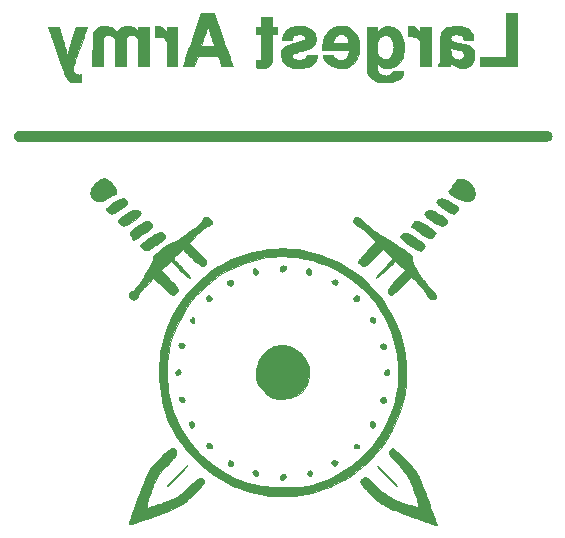
<source format=gbr>
G04 #@! TF.GenerationSoftware,KiCad,Pcbnew,5.1.5+dfsg1-2build2*
G04 #@! TF.CreationDate,2021-04-24T08:27:42-04:00*
G04 #@! TF.ProjectId,largest_army_card,6c617267-6573-4745-9f61-726d795f6361,rev?*
G04 #@! TF.SameCoordinates,Original*
G04 #@! TF.FileFunction,Legend,Bot*
G04 #@! TF.FilePolarity,Positive*
%FSLAX46Y46*%
G04 Gerber Fmt 4.6, Leading zero omitted, Abs format (unit mm)*
G04 Created by KiCad (PCBNEW 5.1.5+dfsg1-2build2) date 2021-04-24 08:27:42*
%MOMM*%
%LPD*%
G04 APERTURE LIST*
%ADD10C,0.010000*%
G04 APERTURE END LIST*
D10*
G36*
X9719069Y-15606098D02*
G01*
X9721604Y-15606434D01*
X9786884Y-15625438D01*
X9866775Y-15663060D01*
X9924587Y-15698041D01*
X9969602Y-15733620D01*
X10039887Y-15795771D01*
X10131428Y-15880496D01*
X10240211Y-15983795D01*
X10362224Y-16101668D01*
X10493454Y-16230116D01*
X10629886Y-16365141D01*
X10767509Y-16502742D01*
X10902308Y-16638920D01*
X11030270Y-16769675D01*
X11147383Y-16891010D01*
X11249633Y-16998923D01*
X11333007Y-17089416D01*
X11393491Y-17158489D01*
X11408419Y-17176750D01*
X11511810Y-17310829D01*
X11607529Y-17444237D01*
X11697600Y-17581051D01*
X11784043Y-17725352D01*
X11868881Y-17881220D01*
X11954137Y-18052732D01*
X12041832Y-18243970D01*
X12133988Y-18459011D01*
X12232628Y-18701936D01*
X12339772Y-18976824D01*
X12457445Y-19287754D01*
X12465572Y-19309487D01*
X12514468Y-19440707D01*
X12571600Y-19594700D01*
X12635590Y-19767705D01*
X12705064Y-19955962D01*
X12778641Y-20155707D01*
X12854947Y-20363182D01*
X12932603Y-20574623D01*
X13010232Y-20786270D01*
X13086457Y-20994362D01*
X13159901Y-21195137D01*
X13229187Y-21384835D01*
X13292937Y-21559693D01*
X13349774Y-21715950D01*
X13398321Y-21849846D01*
X13437201Y-21957620D01*
X13465037Y-22035508D01*
X13480451Y-22079752D01*
X13483166Y-22088624D01*
X13477678Y-22094944D01*
X13459122Y-22095231D01*
X13424362Y-22088492D01*
X13370259Y-22073732D01*
X13293678Y-22049958D01*
X13191482Y-22016175D01*
X13060532Y-21971391D01*
X12897692Y-21914612D01*
X12699825Y-21844842D01*
X12583583Y-21803643D01*
X12141231Y-21646330D01*
X11736872Y-21501771D01*
X11368409Y-21369119D01*
X11033746Y-21247529D01*
X10730787Y-21136157D01*
X10457434Y-21034155D01*
X10211592Y-20940678D01*
X9991162Y-20854882D01*
X9794050Y-20775920D01*
X9618159Y-20702946D01*
X9461390Y-20635116D01*
X9321650Y-20571583D01*
X9196839Y-20511502D01*
X9084863Y-20454028D01*
X8983624Y-20398314D01*
X8891026Y-20343515D01*
X8804972Y-20288787D01*
X8770532Y-20265791D01*
X8661032Y-20189629D01*
X8556000Y-20111767D01*
X8450282Y-20027768D01*
X8338720Y-19933191D01*
X8216158Y-19823600D01*
X8077442Y-19694556D01*
X7917415Y-19541620D01*
X7822822Y-19449968D01*
X7619551Y-19250029D01*
X7447432Y-19075710D01*
X7305115Y-18925508D01*
X7191249Y-18797920D01*
X7104483Y-18691441D01*
X7043467Y-18604569D01*
X7011825Y-18547177D01*
X6983174Y-18479605D01*
X6972448Y-18432255D01*
X6977401Y-18388131D01*
X6986680Y-18356991D01*
X7017101Y-18299035D01*
X7070000Y-18228776D01*
X7135888Y-18156029D01*
X7205272Y-18090611D01*
X7268662Y-18042337D01*
X7310423Y-18022192D01*
X7356391Y-18013835D01*
X7402337Y-18013791D01*
X7451260Y-18024225D01*
X7506160Y-18047307D01*
X7570035Y-18085202D01*
X7645884Y-18140078D01*
X7736708Y-18214102D01*
X7845505Y-18309441D01*
X7975274Y-18428263D01*
X8129015Y-18572734D01*
X8306508Y-18741939D01*
X8515987Y-18940948D01*
X8700562Y-19112460D01*
X8864435Y-19259718D01*
X9011809Y-19385964D01*
X9146886Y-19494441D01*
X9273871Y-19588390D01*
X9396965Y-19671053D01*
X9520372Y-19745673D01*
X9648295Y-19815492D01*
X9784936Y-19883752D01*
X9789583Y-19885987D01*
X9954460Y-19960351D01*
X10148977Y-20040025D01*
X10365458Y-20122476D01*
X10596231Y-20205170D01*
X10833622Y-20285572D01*
X11069957Y-20361150D01*
X11297561Y-20429368D01*
X11508762Y-20487694D01*
X11695885Y-20533593D01*
X11837458Y-20562198D01*
X11889078Y-20568908D01*
X11911411Y-20560075D01*
X11916628Y-20528716D01*
X11916685Y-20516750D01*
X11909164Y-20442990D01*
X11887995Y-20334960D01*
X11854850Y-20197855D01*
X11811402Y-20036869D01*
X11759325Y-19857195D01*
X11700294Y-19664027D01*
X11635980Y-19462560D01*
X11568058Y-19257986D01*
X11498201Y-19055500D01*
X11428084Y-18860296D01*
X11359378Y-18677568D01*
X11293758Y-18512508D01*
X11232898Y-18370312D01*
X11206882Y-18313845D01*
X11127360Y-18153838D01*
X11044166Y-18003490D01*
X10953519Y-17857773D01*
X10851641Y-17711664D01*
X10734750Y-17560134D01*
X10599069Y-17398159D01*
X10440817Y-17220712D01*
X10256214Y-17022768D01*
X10160716Y-16922727D01*
X9986001Y-16739351D01*
X9839658Y-16582234D01*
X9719439Y-16448401D01*
X9623099Y-16334878D01*
X9548389Y-16238691D01*
X9493062Y-16156864D01*
X9454873Y-16086423D01*
X9431573Y-16024394D01*
X9420916Y-15967802D01*
X9419631Y-15941698D01*
X9439061Y-15836003D01*
X9495489Y-15733347D01*
X9562493Y-15661130D01*
X9615871Y-15619883D01*
X9661436Y-15603817D01*
X9719069Y-15606098D01*
G37*
X9719069Y-15606098D02*
X9721604Y-15606434D01*
X9786884Y-15625438D01*
X9866775Y-15663060D01*
X9924587Y-15698041D01*
X9969602Y-15733620D01*
X10039887Y-15795771D01*
X10131428Y-15880496D01*
X10240211Y-15983795D01*
X10362224Y-16101668D01*
X10493454Y-16230116D01*
X10629886Y-16365141D01*
X10767509Y-16502742D01*
X10902308Y-16638920D01*
X11030270Y-16769675D01*
X11147383Y-16891010D01*
X11249633Y-16998923D01*
X11333007Y-17089416D01*
X11393491Y-17158489D01*
X11408419Y-17176750D01*
X11511810Y-17310829D01*
X11607529Y-17444237D01*
X11697600Y-17581051D01*
X11784043Y-17725352D01*
X11868881Y-17881220D01*
X11954137Y-18052732D01*
X12041832Y-18243970D01*
X12133988Y-18459011D01*
X12232628Y-18701936D01*
X12339772Y-18976824D01*
X12457445Y-19287754D01*
X12465572Y-19309487D01*
X12514468Y-19440707D01*
X12571600Y-19594700D01*
X12635590Y-19767705D01*
X12705064Y-19955962D01*
X12778641Y-20155707D01*
X12854947Y-20363182D01*
X12932603Y-20574623D01*
X13010232Y-20786270D01*
X13086457Y-20994362D01*
X13159901Y-21195137D01*
X13229187Y-21384835D01*
X13292937Y-21559693D01*
X13349774Y-21715950D01*
X13398321Y-21849846D01*
X13437201Y-21957620D01*
X13465037Y-22035508D01*
X13480451Y-22079752D01*
X13483166Y-22088624D01*
X13477678Y-22094944D01*
X13459122Y-22095231D01*
X13424362Y-22088492D01*
X13370259Y-22073732D01*
X13293678Y-22049958D01*
X13191482Y-22016175D01*
X13060532Y-21971391D01*
X12897692Y-21914612D01*
X12699825Y-21844842D01*
X12583583Y-21803643D01*
X12141231Y-21646330D01*
X11736872Y-21501771D01*
X11368409Y-21369119D01*
X11033746Y-21247529D01*
X10730787Y-21136157D01*
X10457434Y-21034155D01*
X10211592Y-20940678D01*
X9991162Y-20854882D01*
X9794050Y-20775920D01*
X9618159Y-20702946D01*
X9461390Y-20635116D01*
X9321650Y-20571583D01*
X9196839Y-20511502D01*
X9084863Y-20454028D01*
X8983624Y-20398314D01*
X8891026Y-20343515D01*
X8804972Y-20288787D01*
X8770532Y-20265791D01*
X8661032Y-20189629D01*
X8556000Y-20111767D01*
X8450282Y-20027768D01*
X8338720Y-19933191D01*
X8216158Y-19823600D01*
X8077442Y-19694556D01*
X7917415Y-19541620D01*
X7822822Y-19449968D01*
X7619551Y-19250029D01*
X7447432Y-19075710D01*
X7305115Y-18925508D01*
X7191249Y-18797920D01*
X7104483Y-18691441D01*
X7043467Y-18604569D01*
X7011825Y-18547177D01*
X6983174Y-18479605D01*
X6972448Y-18432255D01*
X6977401Y-18388131D01*
X6986680Y-18356991D01*
X7017101Y-18299035D01*
X7070000Y-18228776D01*
X7135888Y-18156029D01*
X7205272Y-18090611D01*
X7268662Y-18042337D01*
X7310423Y-18022192D01*
X7356391Y-18013835D01*
X7402337Y-18013791D01*
X7451260Y-18024225D01*
X7506160Y-18047307D01*
X7570035Y-18085202D01*
X7645884Y-18140078D01*
X7736708Y-18214102D01*
X7845505Y-18309441D01*
X7975274Y-18428263D01*
X8129015Y-18572734D01*
X8306508Y-18741939D01*
X8515987Y-18940948D01*
X8700562Y-19112460D01*
X8864435Y-19259718D01*
X9011809Y-19385964D01*
X9146886Y-19494441D01*
X9273871Y-19588390D01*
X9396965Y-19671053D01*
X9520372Y-19745673D01*
X9648295Y-19815492D01*
X9784936Y-19883752D01*
X9789583Y-19885987D01*
X9954460Y-19960351D01*
X10148977Y-20040025D01*
X10365458Y-20122476D01*
X10596231Y-20205170D01*
X10833622Y-20285572D01*
X11069957Y-20361150D01*
X11297561Y-20429368D01*
X11508762Y-20487694D01*
X11695885Y-20533593D01*
X11837458Y-20562198D01*
X11889078Y-20568908D01*
X11911411Y-20560075D01*
X11916628Y-20528716D01*
X11916685Y-20516750D01*
X11909164Y-20442990D01*
X11887995Y-20334960D01*
X11854850Y-20197855D01*
X11811402Y-20036869D01*
X11759325Y-19857195D01*
X11700294Y-19664027D01*
X11635980Y-19462560D01*
X11568058Y-19257986D01*
X11498201Y-19055500D01*
X11428084Y-18860296D01*
X11359378Y-18677568D01*
X11293758Y-18512508D01*
X11232898Y-18370312D01*
X11206882Y-18313845D01*
X11127360Y-18153838D01*
X11044166Y-18003490D01*
X10953519Y-17857773D01*
X10851641Y-17711664D01*
X10734750Y-17560134D01*
X10599069Y-17398159D01*
X10440817Y-17220712D01*
X10256214Y-17022768D01*
X10160716Y-16922727D01*
X9986001Y-16739351D01*
X9839658Y-16582234D01*
X9719439Y-16448401D01*
X9623099Y-16334878D01*
X9548389Y-16238691D01*
X9493062Y-16156864D01*
X9454873Y-16086423D01*
X9431573Y-16024394D01*
X9420916Y-15967802D01*
X9419631Y-15941698D01*
X9439061Y-15836003D01*
X9495489Y-15733347D01*
X9562493Y-15661130D01*
X9615871Y-15619883D01*
X9661436Y-15603817D01*
X9719069Y-15606098D01*
G36*
X-8836534Y-15583733D02*
G01*
X-8801089Y-15602662D01*
X-8757601Y-15641854D01*
X-8712173Y-15688250D01*
X-8638010Y-15776199D01*
X-8594270Y-15859942D01*
X-8581164Y-15945929D01*
X-8598899Y-16040608D01*
X-8647687Y-16150430D01*
X-8727736Y-16281844D01*
X-8731663Y-16287750D01*
X-8767210Y-16339169D01*
X-8807854Y-16393780D01*
X-8856388Y-16454743D01*
X-8915605Y-16525221D01*
X-8988299Y-16608376D01*
X-9077261Y-16707370D01*
X-9185285Y-16825364D01*
X-9315163Y-16965522D01*
X-9469688Y-17131005D01*
X-9586432Y-17255524D01*
X-9783092Y-17470749D01*
X-9950763Y-17667777D01*
X-10094364Y-17853751D01*
X-10218816Y-18035818D01*
X-10329038Y-18221123D01*
X-10429951Y-18416809D01*
X-10515734Y-18605061D01*
X-10576545Y-18752095D01*
X-10639270Y-18915685D01*
X-10702704Y-19091613D01*
X-10765642Y-19275662D01*
X-10826880Y-19463612D01*
X-10885213Y-19651245D01*
X-10939437Y-19834342D01*
X-10988347Y-20008685D01*
X-11030738Y-20170057D01*
X-11065406Y-20314237D01*
X-11091147Y-20437008D01*
X-11106755Y-20534151D01*
X-11111026Y-20601448D01*
X-11102755Y-20634680D01*
X-11096103Y-20637500D01*
X-11062828Y-20631049D01*
X-10994484Y-20612749D01*
X-10896149Y-20584181D01*
X-10772902Y-20546922D01*
X-10629820Y-20502552D01*
X-10471981Y-20452650D01*
X-10304465Y-20398796D01*
X-10132348Y-20342569D01*
X-9960710Y-20285547D01*
X-9915686Y-20270415D01*
X-9620042Y-20168764D01*
X-9359584Y-20073874D01*
X-9128435Y-19982197D01*
X-8920724Y-19890189D01*
X-8730575Y-19794302D01*
X-8552113Y-19690990D01*
X-8379465Y-19576706D01*
X-8206756Y-19447906D01*
X-8028112Y-19301041D01*
X-7837658Y-19132567D01*
X-7629520Y-18938936D01*
X-7491135Y-18806734D01*
X-7308916Y-18633073D01*
X-7152632Y-18488220D01*
X-7019325Y-18370044D01*
X-6906038Y-18276410D01*
X-6809815Y-18205187D01*
X-6727698Y-18154240D01*
X-6656729Y-18121438D01*
X-6593952Y-18104648D01*
X-6536410Y-18101736D01*
X-6516366Y-18103680D01*
X-6420764Y-18130956D01*
X-6334540Y-18181483D01*
X-6265046Y-18247679D01*
X-6219632Y-18321963D01*
X-6205651Y-18396751D01*
X-6209238Y-18420452D01*
X-6229096Y-18474152D01*
X-6265407Y-18538561D01*
X-6320307Y-18616193D01*
X-6395931Y-18709560D01*
X-6494414Y-18821174D01*
X-6617894Y-18953549D01*
X-6768506Y-19109196D01*
X-6948385Y-19290628D01*
X-6952043Y-19294285D01*
X-7087616Y-19428819D01*
X-7222735Y-19561140D01*
X-7352341Y-19686419D01*
X-7471375Y-19799829D01*
X-7574779Y-19896542D01*
X-7657493Y-19971731D01*
X-7704667Y-20012556D01*
X-7834171Y-20116685D01*
X-7965039Y-20214217D01*
X-8100831Y-20306917D01*
X-8245103Y-20396551D01*
X-8401414Y-20484885D01*
X-8573323Y-20573684D01*
X-8764386Y-20664714D01*
X-8978163Y-20759740D01*
X-9218211Y-20860528D01*
X-9488088Y-20968844D01*
X-9791353Y-21086452D01*
X-10117667Y-21209912D01*
X-10487170Y-21347349D01*
X-10831888Y-21473437D01*
X-11149828Y-21587489D01*
X-11438995Y-21688817D01*
X-11697395Y-21776734D01*
X-11923035Y-21850552D01*
X-12113920Y-21909585D01*
X-12268056Y-21953144D01*
X-12290306Y-21958921D01*
X-12390132Y-21979729D01*
X-12480837Y-21990139D01*
X-12553015Y-21989779D01*
X-12597263Y-21978275D01*
X-12604514Y-21971382D01*
X-12599795Y-21948039D01*
X-12581406Y-21888041D01*
X-12550433Y-21794412D01*
X-12507960Y-21670177D01*
X-12455071Y-21518359D01*
X-12392852Y-21341984D01*
X-12322386Y-21144074D01*
X-12244759Y-20927655D01*
X-12161054Y-20695751D01*
X-12072357Y-20451385D01*
X-11979752Y-20197583D01*
X-11884324Y-19937367D01*
X-11787156Y-19673763D01*
X-11689335Y-19409795D01*
X-11596734Y-19161302D01*
X-11471643Y-18830970D01*
X-11356779Y-18537545D01*
X-11250327Y-18277348D01*
X-11150473Y-18046704D01*
X-11055402Y-17841932D01*
X-10963298Y-17659356D01*
X-10872347Y-17495298D01*
X-10780735Y-17346081D01*
X-10686647Y-17208025D01*
X-10588268Y-17077454D01*
X-10537391Y-17014420D01*
X-10421703Y-16879101D01*
X-10287843Y-16730980D01*
X-10140965Y-16575098D01*
X-9986222Y-16416498D01*
X-9828767Y-16260220D01*
X-9673755Y-16111309D01*
X-9526339Y-15974806D01*
X-9391671Y-15855752D01*
X-9274907Y-15759191D01*
X-9189864Y-15696011D01*
X-9100725Y-15639172D01*
X-9029464Y-15604898D01*
X-8962609Y-15587305D01*
X-8932046Y-15583422D01*
X-8876123Y-15579257D01*
X-8836534Y-15583733D01*
G37*
X-8836534Y-15583733D02*
X-8801089Y-15602662D01*
X-8757601Y-15641854D01*
X-8712173Y-15688250D01*
X-8638010Y-15776199D01*
X-8594270Y-15859942D01*
X-8581164Y-15945929D01*
X-8598899Y-16040608D01*
X-8647687Y-16150430D01*
X-8727736Y-16281844D01*
X-8731663Y-16287750D01*
X-8767210Y-16339169D01*
X-8807854Y-16393780D01*
X-8856388Y-16454743D01*
X-8915605Y-16525221D01*
X-8988299Y-16608376D01*
X-9077261Y-16707370D01*
X-9185285Y-16825364D01*
X-9315163Y-16965522D01*
X-9469688Y-17131005D01*
X-9586432Y-17255524D01*
X-9783092Y-17470749D01*
X-9950763Y-17667777D01*
X-10094364Y-17853751D01*
X-10218816Y-18035818D01*
X-10329038Y-18221123D01*
X-10429951Y-18416809D01*
X-10515734Y-18605061D01*
X-10576545Y-18752095D01*
X-10639270Y-18915685D01*
X-10702704Y-19091613D01*
X-10765642Y-19275662D01*
X-10826880Y-19463612D01*
X-10885213Y-19651245D01*
X-10939437Y-19834342D01*
X-10988347Y-20008685D01*
X-11030738Y-20170057D01*
X-11065406Y-20314237D01*
X-11091147Y-20437008D01*
X-11106755Y-20534151D01*
X-11111026Y-20601448D01*
X-11102755Y-20634680D01*
X-11096103Y-20637500D01*
X-11062828Y-20631049D01*
X-10994484Y-20612749D01*
X-10896149Y-20584181D01*
X-10772902Y-20546922D01*
X-10629820Y-20502552D01*
X-10471981Y-20452650D01*
X-10304465Y-20398796D01*
X-10132348Y-20342569D01*
X-9960710Y-20285547D01*
X-9915686Y-20270415D01*
X-9620042Y-20168764D01*
X-9359584Y-20073874D01*
X-9128435Y-19982197D01*
X-8920724Y-19890189D01*
X-8730575Y-19794302D01*
X-8552113Y-19690990D01*
X-8379465Y-19576706D01*
X-8206756Y-19447906D01*
X-8028112Y-19301041D01*
X-7837658Y-19132567D01*
X-7629520Y-18938936D01*
X-7491135Y-18806734D01*
X-7308916Y-18633073D01*
X-7152632Y-18488220D01*
X-7019325Y-18370044D01*
X-6906038Y-18276410D01*
X-6809815Y-18205187D01*
X-6727698Y-18154240D01*
X-6656729Y-18121438D01*
X-6593952Y-18104648D01*
X-6536410Y-18101736D01*
X-6516366Y-18103680D01*
X-6420764Y-18130956D01*
X-6334540Y-18181483D01*
X-6265046Y-18247679D01*
X-6219632Y-18321963D01*
X-6205651Y-18396751D01*
X-6209238Y-18420452D01*
X-6229096Y-18474152D01*
X-6265407Y-18538561D01*
X-6320307Y-18616193D01*
X-6395931Y-18709560D01*
X-6494414Y-18821174D01*
X-6617894Y-18953549D01*
X-6768506Y-19109196D01*
X-6948385Y-19290628D01*
X-6952043Y-19294285D01*
X-7087616Y-19428819D01*
X-7222735Y-19561140D01*
X-7352341Y-19686419D01*
X-7471375Y-19799829D01*
X-7574779Y-19896542D01*
X-7657493Y-19971731D01*
X-7704667Y-20012556D01*
X-7834171Y-20116685D01*
X-7965039Y-20214217D01*
X-8100831Y-20306917D01*
X-8245103Y-20396551D01*
X-8401414Y-20484885D01*
X-8573323Y-20573684D01*
X-8764386Y-20664714D01*
X-8978163Y-20759740D01*
X-9218211Y-20860528D01*
X-9488088Y-20968844D01*
X-9791353Y-21086452D01*
X-10117667Y-21209912D01*
X-10487170Y-21347349D01*
X-10831888Y-21473437D01*
X-11149828Y-21587489D01*
X-11438995Y-21688817D01*
X-11697395Y-21776734D01*
X-11923035Y-21850552D01*
X-12113920Y-21909585D01*
X-12268056Y-21953144D01*
X-12290306Y-21958921D01*
X-12390132Y-21979729D01*
X-12480837Y-21990139D01*
X-12553015Y-21989779D01*
X-12597263Y-21978275D01*
X-12604514Y-21971382D01*
X-12599795Y-21948039D01*
X-12581406Y-21888041D01*
X-12550433Y-21794412D01*
X-12507960Y-21670177D01*
X-12455071Y-21518359D01*
X-12392852Y-21341984D01*
X-12322386Y-21144074D01*
X-12244759Y-20927655D01*
X-12161054Y-20695751D01*
X-12072357Y-20451385D01*
X-11979752Y-20197583D01*
X-11884324Y-19937367D01*
X-11787156Y-19673763D01*
X-11689335Y-19409795D01*
X-11596734Y-19161302D01*
X-11471643Y-18830970D01*
X-11356779Y-18537545D01*
X-11250327Y-18277348D01*
X-11150473Y-18046704D01*
X-11055402Y-17841932D01*
X-10963298Y-17659356D01*
X-10872347Y-17495298D01*
X-10780735Y-17346081D01*
X-10686647Y-17208025D01*
X-10588268Y-17077454D01*
X-10537391Y-17014420D01*
X-10421703Y-16879101D01*
X-10287843Y-16730980D01*
X-10140965Y-16575098D01*
X-9986222Y-16416498D01*
X-9828767Y-16260220D01*
X-9673755Y-16111309D01*
X-9526339Y-15974806D01*
X-9391671Y-15855752D01*
X-9274907Y-15759191D01*
X-9189864Y-15696011D01*
X-9100725Y-15639172D01*
X-9029464Y-15604898D01*
X-8962609Y-15587305D01*
X-8932046Y-15583422D01*
X-8876123Y-15579257D01*
X-8836534Y-15583733D01*
G36*
X1098990Y1307316D02*
G01*
X1743229Y1241115D01*
X2384544Y1132999D01*
X3022292Y983038D01*
X3655829Y791298D01*
X4284509Y557849D01*
X4907688Y282758D01*
X4963583Y255912D01*
X5472834Y-6424D01*
X5952776Y-287743D01*
X6409785Y-592604D01*
X6850238Y-925567D01*
X7280510Y-1291189D01*
X7706977Y-1694029D01*
X7747882Y-1734757D01*
X8163896Y-2171045D01*
X8543094Y-2612331D01*
X8890514Y-3065642D01*
X9211196Y-3538003D01*
X9510180Y-4036441D01*
X9792504Y-4567981D01*
X9820851Y-4624916D01*
X10100773Y-5234817D01*
X10338806Y-5849105D01*
X10535267Y-6468919D01*
X10690475Y-7095394D01*
X10804748Y-7729667D01*
X10878405Y-8372874D01*
X10881465Y-8410818D01*
X10890215Y-8562919D01*
X10895559Y-8746423D01*
X10897663Y-8952342D01*
X10896695Y-9171690D01*
X10892821Y-9395483D01*
X10886208Y-9614734D01*
X10877023Y-9820456D01*
X10865433Y-10003665D01*
X10851606Y-10155374D01*
X10848584Y-10181166D01*
X10743318Y-10878588D01*
X10601222Y-11555199D01*
X10422194Y-12211239D01*
X10206133Y-12846947D01*
X9952937Y-13462561D01*
X9662505Y-14058323D01*
X9334736Y-14634470D01*
X8969528Y-15191241D01*
X8566780Y-15728877D01*
X8421782Y-15906750D01*
X8320289Y-16023935D01*
X8194066Y-16162220D01*
X8050043Y-16314601D01*
X7895148Y-16474073D01*
X7736310Y-16633629D01*
X7580457Y-16786267D01*
X7434517Y-16924980D01*
X7305419Y-17042763D01*
X7252529Y-17088902D01*
X6729056Y-17509254D01*
X6182761Y-17894325D01*
X5615216Y-18243429D01*
X5027994Y-18555884D01*
X4422667Y-18831004D01*
X3800808Y-19068106D01*
X3163989Y-19266505D01*
X2513783Y-19425518D01*
X1851762Y-19544460D01*
X1502833Y-19590307D01*
X1427154Y-19597773D01*
X1324358Y-19606138D01*
X1201029Y-19615034D01*
X1063753Y-19624095D01*
X919115Y-19632952D01*
X773702Y-19641236D01*
X634098Y-19648582D01*
X506888Y-19654619D01*
X398660Y-19658982D01*
X315997Y-19661302D01*
X265485Y-19661210D01*
X254000Y-19660058D01*
X230350Y-19658207D01*
X171656Y-19654926D01*
X85169Y-19650585D01*
X-21859Y-19645551D01*
X-105834Y-19641781D01*
X-746281Y-19592510D01*
X-1381731Y-19501836D01*
X-2010178Y-19370582D01*
X-2629617Y-19199571D01*
X-3238041Y-18989628D01*
X-3833447Y-18741576D01*
X-4413828Y-18456239D01*
X-4977179Y-18134440D01*
X-5521496Y-17777004D01*
X-6044771Y-17384754D01*
X-6466417Y-17029121D01*
X-6857303Y-16664472D01*
X-7242004Y-16272651D01*
X-7610822Y-15864215D01*
X-7954059Y-15449720D01*
X-8139415Y-15208250D01*
X-8498278Y-14694397D01*
X-8816960Y-14170412D01*
X-9096994Y-13633365D01*
X-9339913Y-13080328D01*
X-9537354Y-12538534D01*
X-9691231Y-12016989D01*
X-9818553Y-11468796D01*
X-9918803Y-10900687D01*
X-9991461Y-10319397D01*
X-10036009Y-9731656D01*
X-10051928Y-9144198D01*
X-10049357Y-9031380D01*
X-9348122Y-9031380D01*
X-9347137Y-9272986D01*
X-9343930Y-9509431D01*
X-9338500Y-9733937D01*
X-9330850Y-9939728D01*
X-9320980Y-10120028D01*
X-9308891Y-10268059D01*
X-9306893Y-10287000D01*
X-9253405Y-10724990D01*
X-9191776Y-11127986D01*
X-9120078Y-11502868D01*
X-9036385Y-11856518D01*
X-8938769Y-12195815D01*
X-8825304Y-12527640D01*
X-8694064Y-12858874D01*
X-8543121Y-13196397D01*
X-8422882Y-13443732D01*
X-8118623Y-14004466D01*
X-7777745Y-14545905D01*
X-7402282Y-15066022D01*
X-6994268Y-15562789D01*
X-6555735Y-16034176D01*
X-6088717Y-16478155D01*
X-5595249Y-16892699D01*
X-5077363Y-17275778D01*
X-4537093Y-17625364D01*
X-3976473Y-17939429D01*
X-3852334Y-18002691D01*
X-3498613Y-18171579D01*
X-3156383Y-18317143D01*
X-2817827Y-18441610D01*
X-2475128Y-18547210D01*
X-2120470Y-18636174D01*
X-1746037Y-18710730D01*
X-1344012Y-18773109D01*
X-1004765Y-18814910D01*
X-592235Y-18855899D01*
X-193166Y-18884945D01*
X203594Y-18902393D01*
X609200Y-18908591D01*
X1034802Y-18903883D01*
X1439333Y-18890808D01*
X1764571Y-18872786D01*
X2059280Y-18845565D01*
X2334652Y-18807129D01*
X2601876Y-18755464D01*
X2872144Y-18688556D01*
X3156646Y-18604389D01*
X3312583Y-18553583D01*
X3919353Y-18328594D01*
X4510345Y-18065413D01*
X5083500Y-17765623D01*
X5636760Y-17430808D01*
X6168067Y-17062551D01*
X6675363Y-16662435D01*
X7156589Y-16232044D01*
X7609688Y-15772961D01*
X8032601Y-15286769D01*
X8423269Y-14775051D01*
X8644143Y-14452148D01*
X8977478Y-13905443D01*
X9271620Y-13343123D01*
X9526266Y-12766297D01*
X9741113Y-12176074D01*
X9915857Y-11573562D01*
X10050195Y-10959871D01*
X10143824Y-10336108D01*
X10196441Y-9703384D01*
X10207743Y-9062807D01*
X10198973Y-8765539D01*
X10188210Y-8551958D01*
X10175396Y-8363198D01*
X10159149Y-8186214D01*
X10138085Y-8007959D01*
X10110822Y-7815388D01*
X10075978Y-7595454D01*
X10073129Y-7578149D01*
X9949394Y-6957151D01*
X9784845Y-6343503D01*
X9580775Y-5740219D01*
X9338481Y-5150312D01*
X9059258Y-4576797D01*
X8744401Y-4022686D01*
X8395206Y-3490993D01*
X8203165Y-3227916D01*
X8040095Y-3016801D01*
X7884567Y-2825789D01*
X7727262Y-2644252D01*
X7558864Y-2461563D01*
X7370055Y-2267096D01*
X7293556Y-2190427D01*
X6823896Y-1751869D01*
X6331121Y-1348688D01*
X5815706Y-981108D01*
X5278127Y-649355D01*
X4718858Y-353655D01*
X4138374Y-94231D01*
X3537152Y128689D01*
X2915665Y314882D01*
X2274390Y464122D01*
X1613801Y576183D01*
X1397000Y604324D01*
X1243744Y619222D01*
X1057839Y631620D01*
X848906Y641335D01*
X626565Y648186D01*
X400437Y651990D01*
X180142Y652564D01*
X-24697Y649727D01*
X-204462Y643296D01*
X-309037Y636653D01*
X-948157Y564958D01*
X-1576644Y452702D01*
X-2193106Y300635D01*
X-2796154Y109508D01*
X-3384397Y-119929D01*
X-3956445Y-386925D01*
X-4510907Y-690730D01*
X-5046394Y-1030592D01*
X-5561514Y-1405763D01*
X-6054878Y-1815490D01*
X-6525095Y-2259024D01*
X-6970774Y-2735614D01*
X-7311152Y-3143250D01*
X-7516772Y-3415591D01*
X-7726285Y-3717708D01*
X-7932757Y-4038451D01*
X-8129256Y-4366669D01*
X-8308849Y-4691213D01*
X-8459264Y-4989694D01*
X-8711856Y-5563987D01*
X-8922784Y-6139261D01*
X-9092700Y-6717716D01*
X-9222255Y-7301553D01*
X-9307282Y-7852833D01*
X-9319659Y-7983101D01*
X-9329806Y-8148868D01*
X-9337725Y-8343355D01*
X-9343417Y-8559787D01*
X-9346882Y-8791388D01*
X-9348122Y-9031380D01*
X-10049357Y-9031380D01*
X-10038700Y-8563755D01*
X-9995805Y-7997060D01*
X-9927199Y-7478152D01*
X-9800540Y-6823737D01*
X-9635527Y-6183504D01*
X-9433051Y-5559059D01*
X-9193999Y-4952013D01*
X-8919260Y-4363974D01*
X-8609723Y-3796550D01*
X-8266277Y-3251351D01*
X-7889809Y-2729984D01*
X-7481209Y-2234059D01*
X-7041366Y-1765185D01*
X-6571167Y-1324969D01*
X-6488831Y-1253573D01*
X-6280617Y-1081052D01*
X-6044876Y-896097D01*
X-5791287Y-705695D01*
X-5529530Y-516830D01*
X-5269284Y-336488D01*
X-5020230Y-171655D01*
X-4794250Y-30639D01*
X-4396748Y189640D01*
X-3960268Y396465D01*
X-3486143Y589315D01*
X-2975707Y767668D01*
X-2430291Y931001D01*
X-2143492Y1007228D01*
X-1494305Y1151619D01*
X-844818Y1253755D01*
X-195678Y1313704D01*
X452473Y1331535D01*
X1098990Y1307316D01*
G37*
X1098990Y1307316D02*
X1743229Y1241115D01*
X2384544Y1132999D01*
X3022292Y983038D01*
X3655829Y791298D01*
X4284509Y557849D01*
X4907688Y282758D01*
X4963583Y255912D01*
X5472834Y-6424D01*
X5952776Y-287743D01*
X6409785Y-592604D01*
X6850238Y-925567D01*
X7280510Y-1291189D01*
X7706977Y-1694029D01*
X7747882Y-1734757D01*
X8163896Y-2171045D01*
X8543094Y-2612331D01*
X8890514Y-3065642D01*
X9211196Y-3538003D01*
X9510180Y-4036441D01*
X9792504Y-4567981D01*
X9820851Y-4624916D01*
X10100773Y-5234817D01*
X10338806Y-5849105D01*
X10535267Y-6468919D01*
X10690475Y-7095394D01*
X10804748Y-7729667D01*
X10878405Y-8372874D01*
X10881465Y-8410818D01*
X10890215Y-8562919D01*
X10895559Y-8746423D01*
X10897663Y-8952342D01*
X10896695Y-9171690D01*
X10892821Y-9395483D01*
X10886208Y-9614734D01*
X10877023Y-9820456D01*
X10865433Y-10003665D01*
X10851606Y-10155374D01*
X10848584Y-10181166D01*
X10743318Y-10878588D01*
X10601222Y-11555199D01*
X10422194Y-12211239D01*
X10206133Y-12846947D01*
X9952937Y-13462561D01*
X9662505Y-14058323D01*
X9334736Y-14634470D01*
X8969528Y-15191241D01*
X8566780Y-15728877D01*
X8421782Y-15906750D01*
X8320289Y-16023935D01*
X8194066Y-16162220D01*
X8050043Y-16314601D01*
X7895148Y-16474073D01*
X7736310Y-16633629D01*
X7580457Y-16786267D01*
X7434517Y-16924980D01*
X7305419Y-17042763D01*
X7252529Y-17088902D01*
X6729056Y-17509254D01*
X6182761Y-17894325D01*
X5615216Y-18243429D01*
X5027994Y-18555884D01*
X4422667Y-18831004D01*
X3800808Y-19068106D01*
X3163989Y-19266505D01*
X2513783Y-19425518D01*
X1851762Y-19544460D01*
X1502833Y-19590307D01*
X1427154Y-19597773D01*
X1324358Y-19606138D01*
X1201029Y-19615034D01*
X1063753Y-19624095D01*
X919115Y-19632952D01*
X773702Y-19641236D01*
X634098Y-19648582D01*
X506888Y-19654619D01*
X398660Y-19658982D01*
X315997Y-19661302D01*
X265485Y-19661210D01*
X254000Y-19660058D01*
X230350Y-19658207D01*
X171656Y-19654926D01*
X85169Y-19650585D01*
X-21859Y-19645551D01*
X-105834Y-19641781D01*
X-746281Y-19592510D01*
X-1381731Y-19501836D01*
X-2010178Y-19370582D01*
X-2629617Y-19199571D01*
X-3238041Y-18989628D01*
X-3833447Y-18741576D01*
X-4413828Y-18456239D01*
X-4977179Y-18134440D01*
X-5521496Y-17777004D01*
X-6044771Y-17384754D01*
X-6466417Y-17029121D01*
X-6857303Y-16664472D01*
X-7242004Y-16272651D01*
X-7610822Y-15864215D01*
X-7954059Y-15449720D01*
X-8139415Y-15208250D01*
X-8498278Y-14694397D01*
X-8816960Y-14170412D01*
X-9096994Y-13633365D01*
X-9339913Y-13080328D01*
X-9537354Y-12538534D01*
X-9691231Y-12016989D01*
X-9818553Y-11468796D01*
X-9918803Y-10900687D01*
X-9991461Y-10319397D01*
X-10036009Y-9731656D01*
X-10051928Y-9144198D01*
X-10049357Y-9031380D01*
X-9348122Y-9031380D01*
X-9347137Y-9272986D01*
X-9343930Y-9509431D01*
X-9338500Y-9733937D01*
X-9330850Y-9939728D01*
X-9320980Y-10120028D01*
X-9308891Y-10268059D01*
X-9306893Y-10287000D01*
X-9253405Y-10724990D01*
X-9191776Y-11127986D01*
X-9120078Y-11502868D01*
X-9036385Y-11856518D01*
X-8938769Y-12195815D01*
X-8825304Y-12527640D01*
X-8694064Y-12858874D01*
X-8543121Y-13196397D01*
X-8422882Y-13443732D01*
X-8118623Y-14004466D01*
X-7777745Y-14545905D01*
X-7402282Y-15066022D01*
X-6994268Y-15562789D01*
X-6555735Y-16034176D01*
X-6088717Y-16478155D01*
X-5595249Y-16892699D01*
X-5077363Y-17275778D01*
X-4537093Y-17625364D01*
X-3976473Y-17939429D01*
X-3852334Y-18002691D01*
X-3498613Y-18171579D01*
X-3156383Y-18317143D01*
X-2817827Y-18441610D01*
X-2475128Y-18547210D01*
X-2120470Y-18636174D01*
X-1746037Y-18710730D01*
X-1344012Y-18773109D01*
X-1004765Y-18814910D01*
X-592235Y-18855899D01*
X-193166Y-18884945D01*
X203594Y-18902393D01*
X609200Y-18908591D01*
X1034802Y-18903883D01*
X1439333Y-18890808D01*
X1764571Y-18872786D01*
X2059280Y-18845565D01*
X2334652Y-18807129D01*
X2601876Y-18755464D01*
X2872144Y-18688556D01*
X3156646Y-18604389D01*
X3312583Y-18553583D01*
X3919353Y-18328594D01*
X4510345Y-18065413D01*
X5083500Y-17765623D01*
X5636760Y-17430808D01*
X6168067Y-17062551D01*
X6675363Y-16662435D01*
X7156589Y-16232044D01*
X7609688Y-15772961D01*
X8032601Y-15286769D01*
X8423269Y-14775051D01*
X8644143Y-14452148D01*
X8977478Y-13905443D01*
X9271620Y-13343123D01*
X9526266Y-12766297D01*
X9741113Y-12176074D01*
X9915857Y-11573562D01*
X10050195Y-10959871D01*
X10143824Y-10336108D01*
X10196441Y-9703384D01*
X10207743Y-9062807D01*
X10198973Y-8765539D01*
X10188210Y-8551958D01*
X10175396Y-8363198D01*
X10159149Y-8186214D01*
X10138085Y-8007959D01*
X10110822Y-7815388D01*
X10075978Y-7595454D01*
X10073129Y-7578149D01*
X9949394Y-6957151D01*
X9784845Y-6343503D01*
X9580775Y-5740219D01*
X9338481Y-5150312D01*
X9059258Y-4576797D01*
X8744401Y-4022686D01*
X8395206Y-3490993D01*
X8203165Y-3227916D01*
X8040095Y-3016801D01*
X7884567Y-2825789D01*
X7727262Y-2644252D01*
X7558864Y-2461563D01*
X7370055Y-2267096D01*
X7293556Y-2190427D01*
X6823896Y-1751869D01*
X6331121Y-1348688D01*
X5815706Y-981108D01*
X5278127Y-649355D01*
X4718858Y-353655D01*
X4138374Y-94231D01*
X3537152Y128689D01*
X2915665Y314882D01*
X2274390Y464122D01*
X1613801Y576183D01*
X1397000Y604324D01*
X1243744Y619222D01*
X1057839Y631620D01*
X848906Y641335D01*
X626565Y648186D01*
X400437Y651990D01*
X180142Y652564D01*
X-24697Y649727D01*
X-204462Y643296D01*
X-309037Y636653D01*
X-948157Y564958D01*
X-1576644Y452702D01*
X-2193106Y300635D01*
X-2796154Y109508D01*
X-3384397Y-119929D01*
X-3956445Y-386925D01*
X-4510907Y-690730D01*
X-5046394Y-1030592D01*
X-5561514Y-1405763D01*
X-6054878Y-1815490D01*
X-6525095Y-2259024D01*
X-6970774Y-2735614D01*
X-7311152Y-3143250D01*
X-7516772Y-3415591D01*
X-7726285Y-3717708D01*
X-7932757Y-4038451D01*
X-8129256Y-4366669D01*
X-8308849Y-4691213D01*
X-8459264Y-4989694D01*
X-8711856Y-5563987D01*
X-8922784Y-6139261D01*
X-9092700Y-6717716D01*
X-9222255Y-7301553D01*
X-9307282Y-7852833D01*
X-9319659Y-7983101D01*
X-9329806Y-8148868D01*
X-9337725Y-8343355D01*
X-9343417Y-8559787D01*
X-9346882Y-8791388D01*
X-9348122Y-9031380D01*
X-10049357Y-9031380D01*
X-10038700Y-8563755D01*
X-9995805Y-7997060D01*
X-9927199Y-7478152D01*
X-9800540Y-6823737D01*
X-9635527Y-6183504D01*
X-9433051Y-5559059D01*
X-9193999Y-4952013D01*
X-8919260Y-4363974D01*
X-8609723Y-3796550D01*
X-8266277Y-3251351D01*
X-7889809Y-2729984D01*
X-7481209Y-2234059D01*
X-7041366Y-1765185D01*
X-6571167Y-1324969D01*
X-6488831Y-1253573D01*
X-6280617Y-1081052D01*
X-6044876Y-896097D01*
X-5791287Y-705695D01*
X-5529530Y-516830D01*
X-5269284Y-336488D01*
X-5020230Y-171655D01*
X-4794250Y-30639D01*
X-4396748Y189640D01*
X-3960268Y396465D01*
X-3486143Y589315D01*
X-2975707Y767668D01*
X-2430291Y931001D01*
X-2143492Y1007228D01*
X-1494305Y1151619D01*
X-844818Y1253755D01*
X-195678Y1313704D01*
X452473Y1331535D01*
X1098990Y1307316D01*
G36*
X-7663218Y-17060047D02*
G01*
X-7700944Y-17104346D01*
X-7761661Y-17172200D01*
X-7842140Y-17260181D01*
X-7939148Y-17364865D01*
X-8049457Y-17482824D01*
X-8169833Y-17610632D01*
X-8297047Y-17744863D01*
X-8427868Y-17882091D01*
X-8559065Y-18018889D01*
X-8687406Y-18151832D01*
X-8809662Y-18277492D01*
X-8922601Y-18392443D01*
X-8960684Y-18430875D01*
X-9063191Y-18532555D01*
X-9157549Y-18623340D01*
X-9239215Y-18699082D01*
X-9303645Y-18755635D01*
X-9346297Y-18788852D01*
X-9360732Y-18796000D01*
X-9391895Y-18779037D01*
X-9398000Y-18750711D01*
X-9382471Y-18717737D01*
X-9335719Y-18658148D01*
X-9257504Y-18571670D01*
X-9147582Y-18458031D01*
X-9064601Y-18375003D01*
X-8957747Y-18269817D01*
X-8838107Y-18153278D01*
X-8709110Y-18028618D01*
X-8574185Y-17899070D01*
X-8436759Y-17767866D01*
X-8300262Y-17638240D01*
X-8168121Y-17513424D01*
X-8043765Y-17396652D01*
X-7930623Y-17291155D01*
X-7832122Y-17200166D01*
X-7751691Y-17126919D01*
X-7692759Y-17074647D01*
X-7658754Y-17046581D01*
X-7651715Y-17042729D01*
X-7663218Y-17060047D01*
G37*
X-7663218Y-17060047D02*
X-7700944Y-17104346D01*
X-7761661Y-17172200D01*
X-7842140Y-17260181D01*
X-7939148Y-17364865D01*
X-8049457Y-17482824D01*
X-8169833Y-17610632D01*
X-8297047Y-17744863D01*
X-8427868Y-17882091D01*
X-8559065Y-18018889D01*
X-8687406Y-18151832D01*
X-8809662Y-18277492D01*
X-8922601Y-18392443D01*
X-8960684Y-18430875D01*
X-9063191Y-18532555D01*
X-9157549Y-18623340D01*
X-9239215Y-18699082D01*
X-9303645Y-18755635D01*
X-9346297Y-18788852D01*
X-9360732Y-18796000D01*
X-9391895Y-18779037D01*
X-9398000Y-18750711D01*
X-9382471Y-18717737D01*
X-9335719Y-18658148D01*
X-9257504Y-18571670D01*
X-9147582Y-18458031D01*
X-9064601Y-18375003D01*
X-8957747Y-18269817D01*
X-8838107Y-18153278D01*
X-8709110Y-18028618D01*
X-8574185Y-17899070D01*
X-8436759Y-17767866D01*
X-8300262Y-17638240D01*
X-8168121Y-17513424D01*
X-8043765Y-17396652D01*
X-7930623Y-17291155D01*
X-7832122Y-17200166D01*
X-7751691Y-17126919D01*
X-7692759Y-17074647D01*
X-7658754Y-17046581D01*
X-7651715Y-17042729D01*
X-7663218Y-17060047D01*
G36*
X8477547Y-17119583D02*
G01*
X8497298Y-17131737D01*
X8554364Y-17174873D01*
X8635006Y-17244030D01*
X8735410Y-17335335D01*
X8851763Y-17444916D01*
X8980250Y-17568900D01*
X9117059Y-17703414D01*
X9258375Y-17844587D01*
X9400385Y-17988545D01*
X9539276Y-18131415D01*
X9671233Y-18269325D01*
X9792443Y-18398403D01*
X9899092Y-18514775D01*
X9987367Y-18614569D01*
X10053454Y-18693913D01*
X10093539Y-18748934D01*
X10098845Y-18758049D01*
X10108200Y-18790097D01*
X10090173Y-18795722D01*
X10049134Y-18776501D01*
X9989456Y-18734008D01*
X9956605Y-18706784D01*
X9859092Y-18619898D01*
X9741781Y-18510721D01*
X9609310Y-18383960D01*
X9466321Y-18244324D01*
X9317454Y-18096519D01*
X9167351Y-17945253D01*
X9020652Y-17795234D01*
X8881997Y-17651168D01*
X8756028Y-17517765D01*
X8647385Y-17399730D01*
X8560709Y-17301772D01*
X8505126Y-17234419D01*
X8455768Y-17165240D01*
X8434640Y-17121999D01*
X8441860Y-17106260D01*
X8477547Y-17119583D01*
G37*
X8477547Y-17119583D02*
X8497298Y-17131737D01*
X8554364Y-17174873D01*
X8635006Y-17244030D01*
X8735410Y-17335335D01*
X8851763Y-17444916D01*
X8980250Y-17568900D01*
X9117059Y-17703414D01*
X9258375Y-17844587D01*
X9400385Y-17988545D01*
X9539276Y-18131415D01*
X9671233Y-18269325D01*
X9792443Y-18398403D01*
X9899092Y-18514775D01*
X9987367Y-18614569D01*
X10053454Y-18693913D01*
X10093539Y-18748934D01*
X10098845Y-18758049D01*
X10108200Y-18790097D01*
X10090173Y-18795722D01*
X10049134Y-18776501D01*
X9989456Y-18734008D01*
X9956605Y-18706784D01*
X9859092Y-18619898D01*
X9741781Y-18510721D01*
X9609310Y-18383960D01*
X9466321Y-18244324D01*
X9317454Y-18096519D01*
X9167351Y-17945253D01*
X9020652Y-17795234D01*
X8881997Y-17651168D01*
X8756028Y-17517765D01*
X8647385Y-17399730D01*
X8560709Y-17301772D01*
X8505126Y-17234419D01*
X8455768Y-17165240D01*
X8434640Y-17121999D01*
X8441860Y-17106260D01*
X8477547Y-17119583D01*
G36*
X-5965708Y4018995D02*
G01*
X-5872951Y3983239D01*
X-5777940Y3917977D01*
X-5708048Y3855349D01*
X-5625607Y3768344D01*
X-5574658Y3693376D01*
X-5550026Y3621328D01*
X-5545667Y3569259D01*
X-5558613Y3498919D01*
X-5599983Y3433945D01*
X-5673581Y3370621D01*
X-5783207Y3305231D01*
X-5849623Y3272074D01*
X-5970379Y3210938D01*
X-6086516Y3144111D01*
X-6202115Y3068265D01*
X-6321254Y2980068D01*
X-6448011Y2876192D01*
X-6586467Y2753308D01*
X-6740699Y2608084D01*
X-6914786Y2437192D01*
X-7094850Y2255600D01*
X-7532783Y1809750D01*
X-6848640Y1121834D01*
X-6705604Y977178D01*
X-6569805Y838252D01*
X-6444617Y708620D01*
X-6333415Y591849D01*
X-6239576Y491506D01*
X-6166473Y411157D01*
X-6117483Y354369D01*
X-6098499Y329231D01*
X-6045746Y225058D01*
X-6030500Y135801D01*
X-6052947Y56387D01*
X-6111346Y-16445D01*
X-6172791Y-67070D01*
X-6236076Y-108265D01*
X-6258833Y-119486D01*
X-6318633Y-139450D01*
X-6378562Y-147338D01*
X-6441538Y-141236D01*
X-6510481Y-119233D01*
X-6588310Y-79419D01*
X-6677945Y-19880D01*
X-6782304Y61293D01*
X-6904307Y166014D01*
X-7046873Y296193D01*
X-7212922Y453742D01*
X-7376584Y612439D01*
X-7496474Y729409D01*
X-7612557Y842506D01*
X-7719653Y946695D01*
X-7812582Y1036942D01*
X-7886163Y1108211D01*
X-7935216Y1155467D01*
X-7938844Y1158937D01*
X-8056604Y1271444D01*
X-8462719Y888337D01*
X-8571259Y785077D01*
X-8668859Y690558D01*
X-8751466Y608841D01*
X-8815025Y543988D01*
X-8855485Y500058D01*
X-8868834Y481419D01*
X-8854438Y461285D01*
X-8813528Y414826D01*
X-8749521Y345651D01*
X-8665836Y257374D01*
X-8565888Y153605D01*
X-8453096Y37955D01*
X-8354382Y-62237D01*
X-8226561Y-192019D01*
X-8102548Y-319096D01*
X-7986986Y-438622D01*
X-7884520Y-545753D01*
X-7799795Y-635642D01*
X-7737455Y-703445D01*
X-7712003Y-732361D01*
X-7605877Y-861547D01*
X-7526665Y-967621D01*
X-7474644Y-1049459D01*
X-7450090Y-1105937D01*
X-7453279Y-1135933D01*
X-7484490Y-1138323D01*
X-7543998Y-1111984D01*
X-7632080Y-1055793D01*
X-7632366Y-1055593D01*
X-7750282Y-967535D01*
X-7889817Y-852723D01*
X-8052237Y-710023D01*
X-8238808Y-538303D01*
X-8450795Y-336430D01*
X-8620423Y-171237D01*
X-9060529Y260776D01*
X-9118140Y208499D01*
X-9149894Y179159D01*
X-9207223Y125665D01*
X-9284906Y52909D01*
X-9377723Y-34216D01*
X-9480453Y-130818D01*
X-9535861Y-182987D01*
X-9895972Y-522197D01*
X-9316405Y-1113057D01*
X-9122535Y-1311383D01*
X-8957089Y-1482639D01*
X-8818312Y-1629439D01*
X-8704448Y-1754398D01*
X-8613741Y-1860133D01*
X-8544435Y-1949257D01*
X-8494775Y-2024388D01*
X-8463006Y-2088138D01*
X-8447370Y-2143125D01*
X-8446113Y-2191963D01*
X-8457478Y-2237267D01*
X-8479711Y-2281653D01*
X-8505771Y-2320515D01*
X-8567460Y-2395159D01*
X-8640393Y-2467739D01*
X-8714730Y-2529844D01*
X-8780629Y-2573064D01*
X-8818773Y-2588059D01*
X-8862037Y-2592620D01*
X-8907138Y-2588396D01*
X-8956729Y-2573316D01*
X-9013459Y-2545313D01*
X-9079981Y-2502315D01*
X-9158946Y-2442253D01*
X-9253005Y-2363057D01*
X-9364808Y-2262659D01*
X-9497008Y-2138988D01*
X-9652255Y-1989975D01*
X-9833201Y-1813550D01*
X-9919594Y-1728718D01*
X-10515271Y-1142891D01*
X-11011149Y-1656237D01*
X-11164506Y-1815136D01*
X-11291753Y-1947400D01*
X-11396304Y-2056738D01*
X-11481569Y-2146856D01*
X-11550961Y-2221461D01*
X-11607893Y-2284260D01*
X-11655777Y-2338959D01*
X-11698025Y-2389267D01*
X-11738050Y-2438891D01*
X-11775118Y-2486193D01*
X-11824355Y-2550615D01*
X-11850626Y-2590904D01*
X-11857071Y-2616253D01*
X-11846829Y-2635854D01*
X-11831434Y-2651059D01*
X-11802116Y-2680002D01*
X-11792715Y-2703575D01*
X-11801609Y-2738181D01*
X-11818706Y-2779793D01*
X-11880282Y-2875269D01*
X-11970817Y-2945635D01*
X-12083202Y-2987947D01*
X-12210329Y-2999261D01*
X-12314014Y-2984944D01*
X-12430623Y-2938270D01*
X-12521778Y-2863137D01*
X-12582942Y-2765922D01*
X-12609577Y-2653005D01*
X-12606223Y-2574188D01*
X-12572467Y-2457766D01*
X-12509567Y-2371320D01*
X-12415586Y-2312397D01*
X-12392865Y-2303691D01*
X-12334472Y-2277785D01*
X-12275179Y-2238388D01*
X-12206696Y-2179048D01*
X-12120736Y-2093313D01*
X-12115082Y-2087438D01*
X-11983590Y-1941149D01*
X-11838236Y-1762748D01*
X-11683214Y-1558414D01*
X-11522719Y-1334323D01*
X-11360945Y-1096654D01*
X-11202087Y-851583D01*
X-11050340Y-605289D01*
X-10909898Y-363950D01*
X-10784955Y-133742D01*
X-10773515Y-111647D01*
X-10701220Y32580D01*
X-10648924Y147519D01*
X-10614400Y239910D01*
X-10595420Y316495D01*
X-10589755Y384014D01*
X-10593084Y434221D01*
X-10598136Y500299D01*
X-10589900Y550440D01*
X-10563351Y603936D01*
X-10538965Y642017D01*
X-10467438Y732735D01*
X-10362640Y838782D01*
X-10223798Y960778D01*
X-10050136Y1099344D01*
X-9840879Y1255101D01*
X-9595255Y1428669D01*
X-9343743Y1599759D01*
X-9195853Y1696516D01*
X-9060611Y1780444D01*
X-8943961Y1848040D01*
X-8851849Y1895800D01*
X-8812322Y1912913D01*
X-8725586Y1950262D01*
X-8620778Y2001550D01*
X-8515531Y2057971D01*
X-8474996Y2081342D01*
X-8294617Y2192219D01*
X-8094822Y2322145D01*
X-7881928Y2466491D01*
X-7662257Y2620627D01*
X-7442125Y2779925D01*
X-7227853Y2939756D01*
X-7025758Y3095489D01*
X-6842160Y3242496D01*
X-6683379Y3376146D01*
X-6576334Y3472333D01*
X-6497162Y3547934D01*
X-6444161Y3603687D01*
X-6411481Y3647440D01*
X-6393275Y3687037D01*
X-6383696Y3730327D01*
X-6383606Y3730920D01*
X-6348796Y3854050D01*
X-6287045Y3946065D01*
X-6200244Y4005181D01*
X-6090285Y4029614D01*
X-6066335Y4030185D01*
X-5965708Y4018995D01*
G37*
X-5965708Y4018995D02*
X-5872951Y3983239D01*
X-5777940Y3917977D01*
X-5708048Y3855349D01*
X-5625607Y3768344D01*
X-5574658Y3693376D01*
X-5550026Y3621328D01*
X-5545667Y3569259D01*
X-5558613Y3498919D01*
X-5599983Y3433945D01*
X-5673581Y3370621D01*
X-5783207Y3305231D01*
X-5849623Y3272074D01*
X-5970379Y3210938D01*
X-6086516Y3144111D01*
X-6202115Y3068265D01*
X-6321254Y2980068D01*
X-6448011Y2876192D01*
X-6586467Y2753308D01*
X-6740699Y2608084D01*
X-6914786Y2437192D01*
X-7094850Y2255600D01*
X-7532783Y1809750D01*
X-6848640Y1121834D01*
X-6705604Y977178D01*
X-6569805Y838252D01*
X-6444617Y708620D01*
X-6333415Y591849D01*
X-6239576Y491506D01*
X-6166473Y411157D01*
X-6117483Y354369D01*
X-6098499Y329231D01*
X-6045746Y225058D01*
X-6030500Y135801D01*
X-6052947Y56387D01*
X-6111346Y-16445D01*
X-6172791Y-67070D01*
X-6236076Y-108265D01*
X-6258833Y-119486D01*
X-6318633Y-139450D01*
X-6378562Y-147338D01*
X-6441538Y-141236D01*
X-6510481Y-119233D01*
X-6588310Y-79419D01*
X-6677945Y-19880D01*
X-6782304Y61293D01*
X-6904307Y166014D01*
X-7046873Y296193D01*
X-7212922Y453742D01*
X-7376584Y612439D01*
X-7496474Y729409D01*
X-7612557Y842506D01*
X-7719653Y946695D01*
X-7812582Y1036942D01*
X-7886163Y1108211D01*
X-7935216Y1155467D01*
X-7938844Y1158937D01*
X-8056604Y1271444D01*
X-8462719Y888337D01*
X-8571259Y785077D01*
X-8668859Y690558D01*
X-8751466Y608841D01*
X-8815025Y543988D01*
X-8855485Y500058D01*
X-8868834Y481419D01*
X-8854438Y461285D01*
X-8813528Y414826D01*
X-8749521Y345651D01*
X-8665836Y257374D01*
X-8565888Y153605D01*
X-8453096Y37955D01*
X-8354382Y-62237D01*
X-8226561Y-192019D01*
X-8102548Y-319096D01*
X-7986986Y-438622D01*
X-7884520Y-545753D01*
X-7799795Y-635642D01*
X-7737455Y-703445D01*
X-7712003Y-732361D01*
X-7605877Y-861547D01*
X-7526665Y-967621D01*
X-7474644Y-1049459D01*
X-7450090Y-1105937D01*
X-7453279Y-1135933D01*
X-7484490Y-1138323D01*
X-7543998Y-1111984D01*
X-7632080Y-1055793D01*
X-7632366Y-1055593D01*
X-7750282Y-967535D01*
X-7889817Y-852723D01*
X-8052237Y-710023D01*
X-8238808Y-538303D01*
X-8450795Y-336430D01*
X-8620423Y-171237D01*
X-9060529Y260776D01*
X-9118140Y208499D01*
X-9149894Y179159D01*
X-9207223Y125665D01*
X-9284906Y52909D01*
X-9377723Y-34216D01*
X-9480453Y-130818D01*
X-9535861Y-182987D01*
X-9895972Y-522197D01*
X-9316405Y-1113057D01*
X-9122535Y-1311383D01*
X-8957089Y-1482639D01*
X-8818312Y-1629439D01*
X-8704448Y-1754398D01*
X-8613741Y-1860133D01*
X-8544435Y-1949257D01*
X-8494775Y-2024388D01*
X-8463006Y-2088138D01*
X-8447370Y-2143125D01*
X-8446113Y-2191963D01*
X-8457478Y-2237267D01*
X-8479711Y-2281653D01*
X-8505771Y-2320515D01*
X-8567460Y-2395159D01*
X-8640393Y-2467739D01*
X-8714730Y-2529844D01*
X-8780629Y-2573064D01*
X-8818773Y-2588059D01*
X-8862037Y-2592620D01*
X-8907138Y-2588396D01*
X-8956729Y-2573316D01*
X-9013459Y-2545313D01*
X-9079981Y-2502315D01*
X-9158946Y-2442253D01*
X-9253005Y-2363057D01*
X-9364808Y-2262659D01*
X-9497008Y-2138988D01*
X-9652255Y-1989975D01*
X-9833201Y-1813550D01*
X-9919594Y-1728718D01*
X-10515271Y-1142891D01*
X-11011149Y-1656237D01*
X-11164506Y-1815136D01*
X-11291753Y-1947400D01*
X-11396304Y-2056738D01*
X-11481569Y-2146856D01*
X-11550961Y-2221461D01*
X-11607893Y-2284260D01*
X-11655777Y-2338959D01*
X-11698025Y-2389267D01*
X-11738050Y-2438891D01*
X-11775118Y-2486193D01*
X-11824355Y-2550615D01*
X-11850626Y-2590904D01*
X-11857071Y-2616253D01*
X-11846829Y-2635854D01*
X-11831434Y-2651059D01*
X-11802116Y-2680002D01*
X-11792715Y-2703575D01*
X-11801609Y-2738181D01*
X-11818706Y-2779793D01*
X-11880282Y-2875269D01*
X-11970817Y-2945635D01*
X-12083202Y-2987947D01*
X-12210329Y-2999261D01*
X-12314014Y-2984944D01*
X-12430623Y-2938270D01*
X-12521778Y-2863137D01*
X-12582942Y-2765922D01*
X-12609577Y-2653005D01*
X-12606223Y-2574188D01*
X-12572467Y-2457766D01*
X-12509567Y-2371320D01*
X-12415586Y-2312397D01*
X-12392865Y-2303691D01*
X-12334472Y-2277785D01*
X-12275179Y-2238388D01*
X-12206696Y-2179048D01*
X-12120736Y-2093313D01*
X-12115082Y-2087438D01*
X-11983590Y-1941149D01*
X-11838236Y-1762748D01*
X-11683214Y-1558414D01*
X-11522719Y-1334323D01*
X-11360945Y-1096654D01*
X-11202087Y-851583D01*
X-11050340Y-605289D01*
X-10909898Y-363950D01*
X-10784955Y-133742D01*
X-10773515Y-111647D01*
X-10701220Y32580D01*
X-10648924Y147519D01*
X-10614400Y239910D01*
X-10595420Y316495D01*
X-10589755Y384014D01*
X-10593084Y434221D01*
X-10598136Y500299D01*
X-10589900Y550440D01*
X-10563351Y603936D01*
X-10538965Y642017D01*
X-10467438Y732735D01*
X-10362640Y838782D01*
X-10223798Y960778D01*
X-10050136Y1099344D01*
X-9840879Y1255101D01*
X-9595255Y1428669D01*
X-9343743Y1599759D01*
X-9195853Y1696516D01*
X-9060611Y1780444D01*
X-8943961Y1848040D01*
X-8851849Y1895800D01*
X-8812322Y1912913D01*
X-8725586Y1950262D01*
X-8620778Y2001550D01*
X-8515531Y2057971D01*
X-8474996Y2081342D01*
X-8294617Y2192219D01*
X-8094822Y2322145D01*
X-7881928Y2466491D01*
X-7662257Y2620627D01*
X-7442125Y2779925D01*
X-7227853Y2939756D01*
X-7025758Y3095489D01*
X-6842160Y3242496D01*
X-6683379Y3376146D01*
X-6576334Y3472333D01*
X-6497162Y3547934D01*
X-6444161Y3603687D01*
X-6411481Y3647440D01*
X-6393275Y3687037D01*
X-6383696Y3730327D01*
X-6383606Y3730920D01*
X-6348796Y3854050D01*
X-6287045Y3946065D01*
X-6200244Y4005181D01*
X-6090285Y4029614D01*
X-6066335Y4030185D01*
X-5965708Y4018995D01*
G36*
X6713386Y3994711D02*
G01*
X6781606Y3975548D01*
X6855804Y3940319D01*
X6939853Y3886330D01*
X7037627Y3810890D01*
X7152998Y3711304D01*
X7289839Y3584880D01*
X7408333Y3471370D01*
X7547194Y3340666D01*
X7690403Y3213935D01*
X7841895Y3088320D01*
X8005607Y2960962D01*
X8185475Y2829003D01*
X8385435Y2689584D01*
X8609423Y2539848D01*
X8861375Y2376937D01*
X9145227Y2197992D01*
X9261731Y2125531D01*
X9563194Y1938227D01*
X9830778Y1771051D01*
X10066924Y1622378D01*
X10274069Y1490584D01*
X10454655Y1374046D01*
X10611119Y1271139D01*
X10745903Y1180240D01*
X10861444Y1099725D01*
X10960182Y1027969D01*
X11044558Y963349D01*
X11117009Y904240D01*
X11179977Y849020D01*
X11181953Y847215D01*
X11269963Y764251D01*
X11330337Y697901D01*
X11368261Y638043D01*
X11388921Y574556D01*
X11397503Y497317D01*
X11399138Y423334D01*
X11401534Y329835D01*
X11410178Y256901D01*
X11428884Y187363D01*
X11461462Y104055D01*
X11479024Y63500D01*
X11572173Y-131780D01*
X11689786Y-350906D01*
X11827503Y-586723D01*
X11980960Y-832076D01*
X12145794Y-1079810D01*
X12317642Y-1322771D01*
X12356670Y-1375833D01*
X12457682Y-1510691D01*
X12546877Y-1625771D01*
X12631558Y-1729554D01*
X12719026Y-1830520D01*
X12816583Y-1937151D01*
X12931533Y-2057928D01*
X13040090Y-2169583D01*
X13177764Y-2314579D01*
X13283755Y-2436799D01*
X13359658Y-2539632D01*
X13407071Y-2626462D01*
X13427591Y-2700678D01*
X13422816Y-2765666D01*
X13394343Y-2824812D01*
X13365646Y-2859868D01*
X13265850Y-2939898D01*
X13156720Y-2978859D01*
X13040146Y-2976505D01*
X12918018Y-2932586D01*
X12897707Y-2921467D01*
X12831529Y-2879449D01*
X12778874Y-2833785D01*
X12732094Y-2775170D01*
X12683544Y-2694302D01*
X12636366Y-2603500D01*
X12559864Y-2464088D01*
X12467997Y-2321924D01*
X12357807Y-2173510D01*
X12226336Y-2015351D01*
X12070625Y-1843951D01*
X11887717Y-1655811D01*
X11674654Y-1447436D01*
X11590374Y-1367149D01*
X11289082Y-1081844D01*
X10657736Y-1695852D01*
X10437165Y-1909223D01*
X10244535Y-2093053D01*
X10078587Y-2248449D01*
X9938059Y-2376517D01*
X9821691Y-2478364D01*
X9728221Y-2555098D01*
X9656390Y-2607824D01*
X9604935Y-2637650D01*
X9575515Y-2645833D01*
X9525682Y-2626942D01*
X9475659Y-2577041D01*
X9415989Y-2487594D01*
X9375033Y-2400536D01*
X9354130Y-2312945D01*
X9354621Y-2221903D01*
X9377847Y-2124489D01*
X9425149Y-2017784D01*
X9497866Y-1898868D01*
X9597340Y-1764820D01*
X9724911Y-1612722D01*
X9881919Y-1439653D01*
X10069705Y-1242693D01*
X10104908Y-1206500D01*
X10216145Y-1092343D01*
X10327375Y-978084D01*
X10431977Y-870532D01*
X10523330Y-776495D01*
X10594816Y-702782D01*
X10619437Y-677333D01*
X10772829Y-518583D01*
X9945405Y258629D01*
X9888865Y208690D01*
X9859619Y181476D01*
X9804442Y128833D01*
X9727663Y54940D01*
X9633608Y-36023D01*
X9526606Y-139879D01*
X9410983Y-252449D01*
X9376844Y-285750D01*
X9179284Y-475811D01*
X8997931Y-644766D01*
X8834422Y-791294D01*
X8690393Y-914073D01*
X8567481Y-1011781D01*
X8467321Y-1083097D01*
X8391550Y-1126699D01*
X8341805Y-1141265D01*
X8324985Y-1135374D01*
X8321109Y-1104330D01*
X8346606Y-1047878D01*
X8401780Y-965654D01*
X8486938Y-857297D01*
X8602383Y-722443D01*
X8748421Y-560728D01*
X8925356Y-371790D01*
X9133495Y-155267D01*
X9239876Y-46224D01*
X9764802Y489634D01*
X9703109Y548404D01*
X9669985Y579774D01*
X9611363Y635102D01*
X9532592Y709348D01*
X9439016Y797473D01*
X9335985Y894441D01*
X9285306Y942114D01*
X8929197Y1277054D01*
X8512723Y864877D01*
X8306302Y661115D01*
X8127031Y485551D01*
X7972436Y336142D01*
X7840041Y210846D01*
X7727374Y107619D01*
X7631959Y24419D01*
X7551322Y-40798D01*
X7482989Y-90074D01*
X7424486Y-125453D01*
X7373339Y-148977D01*
X7327073Y-162690D01*
X7283214Y-168634D01*
X7260166Y-169333D01*
X7193260Y-163575D01*
X7129940Y-142458D01*
X7054222Y-100218D01*
X7035591Y-88344D01*
X6927605Y-9314D01*
X6849127Y67873D01*
X6804066Y138828D01*
X6794500Y182384D01*
X6796866Y217917D01*
X6805420Y254870D01*
X6822348Y295868D01*
X6849835Y343538D01*
X6890064Y400506D01*
X6945221Y469398D01*
X7017490Y552839D01*
X7109057Y653455D01*
X7222105Y773873D01*
X7358820Y916718D01*
X7521387Y1084616D01*
X7684202Y1251730D01*
X8317158Y1900209D01*
X7846871Y2375682D01*
X7653340Y2568434D01*
X7482766Y2731670D01*
X7331258Y2868604D01*
X7194924Y2982452D01*
X7069874Y3076427D01*
X6952217Y3153744D01*
X6838060Y3217617D01*
X6811687Y3230844D01*
X6655719Y3317838D01*
X6539370Y3406770D01*
X6459927Y3499882D01*
X6437014Y3540567D01*
X6411707Y3601483D01*
X6402959Y3655872D01*
X6408396Y3724249D01*
X6412586Y3751469D01*
X6436206Y3860585D01*
X6468940Y3933738D01*
X6516677Y3977174D01*
X6585303Y3997141D01*
X6647270Y4000500D01*
X6713386Y3994711D01*
G37*
X6713386Y3994711D02*
X6781606Y3975548D01*
X6855804Y3940319D01*
X6939853Y3886330D01*
X7037627Y3810890D01*
X7152998Y3711304D01*
X7289839Y3584880D01*
X7408333Y3471370D01*
X7547194Y3340666D01*
X7690403Y3213935D01*
X7841895Y3088320D01*
X8005607Y2960962D01*
X8185475Y2829003D01*
X8385435Y2689584D01*
X8609423Y2539848D01*
X8861375Y2376937D01*
X9145227Y2197992D01*
X9261731Y2125531D01*
X9563194Y1938227D01*
X9830778Y1771051D01*
X10066924Y1622378D01*
X10274069Y1490584D01*
X10454655Y1374046D01*
X10611119Y1271139D01*
X10745903Y1180240D01*
X10861444Y1099725D01*
X10960182Y1027969D01*
X11044558Y963349D01*
X11117009Y904240D01*
X11179977Y849020D01*
X11181953Y847215D01*
X11269963Y764251D01*
X11330337Y697901D01*
X11368261Y638043D01*
X11388921Y574556D01*
X11397503Y497317D01*
X11399138Y423334D01*
X11401534Y329835D01*
X11410178Y256901D01*
X11428884Y187363D01*
X11461462Y104055D01*
X11479024Y63500D01*
X11572173Y-131780D01*
X11689786Y-350906D01*
X11827503Y-586723D01*
X11980960Y-832076D01*
X12145794Y-1079810D01*
X12317642Y-1322771D01*
X12356670Y-1375833D01*
X12457682Y-1510691D01*
X12546877Y-1625771D01*
X12631558Y-1729554D01*
X12719026Y-1830520D01*
X12816583Y-1937151D01*
X12931533Y-2057928D01*
X13040090Y-2169583D01*
X13177764Y-2314579D01*
X13283755Y-2436799D01*
X13359658Y-2539632D01*
X13407071Y-2626462D01*
X13427591Y-2700678D01*
X13422816Y-2765666D01*
X13394343Y-2824812D01*
X13365646Y-2859868D01*
X13265850Y-2939898D01*
X13156720Y-2978859D01*
X13040146Y-2976505D01*
X12918018Y-2932586D01*
X12897707Y-2921467D01*
X12831529Y-2879449D01*
X12778874Y-2833785D01*
X12732094Y-2775170D01*
X12683544Y-2694302D01*
X12636366Y-2603500D01*
X12559864Y-2464088D01*
X12467997Y-2321924D01*
X12357807Y-2173510D01*
X12226336Y-2015351D01*
X12070625Y-1843951D01*
X11887717Y-1655811D01*
X11674654Y-1447436D01*
X11590374Y-1367149D01*
X11289082Y-1081844D01*
X10657736Y-1695852D01*
X10437165Y-1909223D01*
X10244535Y-2093053D01*
X10078587Y-2248449D01*
X9938059Y-2376517D01*
X9821691Y-2478364D01*
X9728221Y-2555098D01*
X9656390Y-2607824D01*
X9604935Y-2637650D01*
X9575515Y-2645833D01*
X9525682Y-2626942D01*
X9475659Y-2577041D01*
X9415989Y-2487594D01*
X9375033Y-2400536D01*
X9354130Y-2312945D01*
X9354621Y-2221903D01*
X9377847Y-2124489D01*
X9425149Y-2017784D01*
X9497866Y-1898868D01*
X9597340Y-1764820D01*
X9724911Y-1612722D01*
X9881919Y-1439653D01*
X10069705Y-1242693D01*
X10104908Y-1206500D01*
X10216145Y-1092343D01*
X10327375Y-978084D01*
X10431977Y-870532D01*
X10523330Y-776495D01*
X10594816Y-702782D01*
X10619437Y-677333D01*
X10772829Y-518583D01*
X9945405Y258629D01*
X9888865Y208690D01*
X9859619Y181476D01*
X9804442Y128833D01*
X9727663Y54940D01*
X9633608Y-36023D01*
X9526606Y-139879D01*
X9410983Y-252449D01*
X9376844Y-285750D01*
X9179284Y-475811D01*
X8997931Y-644766D01*
X8834422Y-791294D01*
X8690393Y-914073D01*
X8567481Y-1011781D01*
X8467321Y-1083097D01*
X8391550Y-1126699D01*
X8341805Y-1141265D01*
X8324985Y-1135374D01*
X8321109Y-1104330D01*
X8346606Y-1047878D01*
X8401780Y-965654D01*
X8486938Y-857297D01*
X8602383Y-722443D01*
X8748421Y-560728D01*
X8925356Y-371790D01*
X9133495Y-155267D01*
X9239876Y-46224D01*
X9764802Y489634D01*
X9703109Y548404D01*
X9669985Y579774D01*
X9611363Y635102D01*
X9532592Y709348D01*
X9439016Y797473D01*
X9335985Y894441D01*
X9285306Y942114D01*
X8929197Y1277054D01*
X8512723Y864877D01*
X8306302Y661115D01*
X8127031Y485551D01*
X7972436Y336142D01*
X7840041Y210846D01*
X7727374Y107619D01*
X7631959Y24419D01*
X7551322Y-40798D01*
X7482989Y-90074D01*
X7424486Y-125453D01*
X7373339Y-148977D01*
X7327073Y-162690D01*
X7283214Y-168634D01*
X7260166Y-169333D01*
X7193260Y-163575D01*
X7129940Y-142458D01*
X7054222Y-100218D01*
X7035591Y-88344D01*
X6927605Y-9314D01*
X6849127Y67873D01*
X6804066Y138828D01*
X6794500Y182384D01*
X6796866Y217917D01*
X6805420Y254870D01*
X6822348Y295868D01*
X6849835Y343538D01*
X6890064Y400506D01*
X6945221Y469398D01*
X7017490Y552839D01*
X7109057Y653455D01*
X7222105Y773873D01*
X7358820Y916718D01*
X7521387Y1084616D01*
X7684202Y1251730D01*
X8317158Y1900209D01*
X7846871Y2375682D01*
X7653340Y2568434D01*
X7482766Y2731670D01*
X7331258Y2868604D01*
X7194924Y2982452D01*
X7069874Y3076427D01*
X6952217Y3153744D01*
X6838060Y3217617D01*
X6811687Y3230844D01*
X6655719Y3317838D01*
X6539370Y3406770D01*
X6459927Y3499882D01*
X6437014Y3540567D01*
X6411707Y3601483D01*
X6402959Y3655872D01*
X6408396Y3724249D01*
X6412586Y3751469D01*
X6436206Y3860585D01*
X6468940Y3933738D01*
X6516677Y3977174D01*
X6585303Y3997141D01*
X6647270Y4000500D01*
X6713386Y3994711D01*
G36*
X10891188Y2654682D02*
G01*
X10998353Y2614403D01*
X11126347Y2551652D01*
X11279399Y2465181D01*
X11451166Y2360356D01*
X11686900Y2211568D01*
X11887384Y2081271D01*
X12054277Y1967222D01*
X12189237Y1867179D01*
X12293922Y1778898D01*
X12369992Y1700137D01*
X12419104Y1628653D01*
X12442917Y1562203D01*
X12443089Y1498545D01*
X12421279Y1435435D01*
X12379145Y1370632D01*
X12318346Y1301891D01*
X12269394Y1253837D01*
X12205838Y1196191D01*
X12159273Y1162919D01*
X12117594Y1147646D01*
X12068698Y1143993D01*
X12060975Y1144042D01*
X11960279Y1161958D01*
X11837395Y1213080D01*
X11832062Y1215802D01*
X11770696Y1250448D01*
X11680842Y1305354D01*
X11568639Y1376427D01*
X11440226Y1459574D01*
X11301743Y1550701D01*
X11159328Y1645716D01*
X11019121Y1740525D01*
X10887260Y1831035D01*
X10769885Y1913153D01*
X10673135Y1982785D01*
X10608578Y2031546D01*
X10496597Y2127053D01*
X10421443Y2209233D01*
X10380832Y2280969D01*
X10371666Y2330765D01*
X10388012Y2390554D01*
X10431752Y2463076D01*
X10494935Y2537764D01*
X10569612Y2604049D01*
X10586272Y2616093D01*
X10652396Y2653196D01*
X10722438Y2672829D01*
X10800626Y2673741D01*
X10891188Y2654682D01*
G37*
X10891188Y2654682D02*
X10998353Y2614403D01*
X11126347Y2551652D01*
X11279399Y2465181D01*
X11451166Y2360356D01*
X11686900Y2211568D01*
X11887384Y2081271D01*
X12054277Y1967222D01*
X12189237Y1867179D01*
X12293922Y1778898D01*
X12369992Y1700137D01*
X12419104Y1628653D01*
X12442917Y1562203D01*
X12443089Y1498545D01*
X12421279Y1435435D01*
X12379145Y1370632D01*
X12318346Y1301891D01*
X12269394Y1253837D01*
X12205838Y1196191D01*
X12159273Y1162919D01*
X12117594Y1147646D01*
X12068698Y1143993D01*
X12060975Y1144042D01*
X11960279Y1161958D01*
X11837395Y1213080D01*
X11832062Y1215802D01*
X11770696Y1250448D01*
X11680842Y1305354D01*
X11568639Y1376427D01*
X11440226Y1459574D01*
X11301743Y1550701D01*
X11159328Y1645716D01*
X11019121Y1740525D01*
X10887260Y1831035D01*
X10769885Y1913153D01*
X10673135Y1982785D01*
X10608578Y2031546D01*
X10496597Y2127053D01*
X10421443Y2209233D01*
X10380832Y2280969D01*
X10371666Y2330765D01*
X10388012Y2390554D01*
X10431752Y2463076D01*
X10494935Y2537764D01*
X10569612Y2604049D01*
X10586272Y2616093D01*
X10652396Y2653196D01*
X10722438Y2672829D01*
X10800626Y2673741D01*
X10891188Y2654682D01*
G36*
X-9870964Y2720562D02*
G01*
X-9817162Y2702319D01*
X-9812242Y2700445D01*
X-9737293Y2658917D01*
X-9659184Y2595038D01*
X-9588566Y2519872D01*
X-9536092Y2444481D01*
X-9514206Y2390871D01*
X-9511220Y2337609D01*
X-9526698Y2280768D01*
X-9562904Y2218212D01*
X-9622103Y2147802D01*
X-9706560Y2067403D01*
X-9818541Y1974875D01*
X-9960310Y1868083D01*
X-10134132Y1744889D01*
X-10342274Y1603156D01*
X-10365709Y1587447D01*
X-10550207Y1465737D01*
X-10705158Y1367999D01*
X-10834597Y1292428D01*
X-10942561Y1237223D01*
X-11033085Y1200581D01*
X-11110205Y1180698D01*
X-11177956Y1175771D01*
X-11240374Y1183997D01*
X-11258312Y1188660D01*
X-11305494Y1212653D01*
X-11368352Y1258509D01*
X-11438967Y1318631D01*
X-11509421Y1385419D01*
X-11571796Y1451276D01*
X-11618174Y1508601D01*
X-11640636Y1549796D01*
X-11641588Y1556470D01*
X-11635963Y1598851D01*
X-11617288Y1643147D01*
X-11582620Y1691949D01*
X-11529014Y1747848D01*
X-11453530Y1813435D01*
X-11353222Y1891301D01*
X-11225149Y1984037D01*
X-11066367Y2094233D01*
X-10911417Y2199286D01*
X-10720680Y2326486D01*
X-10559873Y2430911D01*
X-10424871Y2514931D01*
X-10311548Y2580916D01*
X-10215778Y2631239D01*
X-10133438Y2668269D01*
X-10060400Y2694377D01*
X-10039193Y2700571D01*
X-9965124Y2719679D01*
X-9914666Y2726346D01*
X-9870964Y2720562D01*
G37*
X-9870964Y2720562D02*
X-9817162Y2702319D01*
X-9812242Y2700445D01*
X-9737293Y2658917D01*
X-9659184Y2595038D01*
X-9588566Y2519872D01*
X-9536092Y2444481D01*
X-9514206Y2390871D01*
X-9511220Y2337609D01*
X-9526698Y2280768D01*
X-9562904Y2218212D01*
X-9622103Y2147802D01*
X-9706560Y2067403D01*
X-9818541Y1974875D01*
X-9960310Y1868083D01*
X-10134132Y1744889D01*
X-10342274Y1603156D01*
X-10365709Y1587447D01*
X-10550207Y1465737D01*
X-10705158Y1367999D01*
X-10834597Y1292428D01*
X-10942561Y1237223D01*
X-11033085Y1200581D01*
X-11110205Y1180698D01*
X-11177956Y1175771D01*
X-11240374Y1183997D01*
X-11258312Y1188660D01*
X-11305494Y1212653D01*
X-11368352Y1258509D01*
X-11438967Y1318631D01*
X-11509421Y1385419D01*
X-11571796Y1451276D01*
X-11618174Y1508601D01*
X-11640636Y1549796D01*
X-11641588Y1556470D01*
X-11635963Y1598851D01*
X-11617288Y1643147D01*
X-11582620Y1691949D01*
X-11529014Y1747848D01*
X-11453530Y1813435D01*
X-11353222Y1891301D01*
X-11225149Y1984037D01*
X-11066367Y2094233D01*
X-10911417Y2199286D01*
X-10720680Y2326486D01*
X-10559873Y2430911D01*
X-10424871Y2514931D01*
X-10311548Y2580916D01*
X-10215778Y2631239D01*
X-10133438Y2668269D01*
X-10060400Y2694377D01*
X-10039193Y2700571D01*
X-9965124Y2719679D01*
X-9914666Y2726346D01*
X-9870964Y2720562D01*
G36*
X-10975846Y3654487D02*
G01*
X-10884243Y3624113D01*
X-10794132Y3561731D01*
X-10722931Y3492464D01*
X-10650008Y3403488D01*
X-10612006Y3324913D01*
X-10609467Y3249965D01*
X-10642935Y3171870D01*
X-10712949Y3083853D01*
X-10759418Y3036364D01*
X-10818291Y2984799D01*
X-10906436Y2915618D01*
X-11017247Y2833672D01*
X-11144116Y2743810D01*
X-11280435Y2650883D01*
X-11324167Y2621824D01*
X-11483314Y2517222D01*
X-11636951Y2417132D01*
X-11781035Y2324114D01*
X-11911526Y2240729D01*
X-12024383Y2169538D01*
X-12115564Y2113102D01*
X-12181029Y2073982D01*
X-12216735Y2054737D01*
X-12221588Y2053167D01*
X-12238563Y2069099D01*
X-12270375Y2109900D01*
X-12293881Y2143125D01*
X-12371578Y2266481D01*
X-12433974Y2385308D01*
X-12477267Y2491235D01*
X-12497657Y2575890D01*
X-12498744Y2594463D01*
X-12490853Y2659025D01*
X-12465123Y2724993D01*
X-12418862Y2794967D01*
X-12349375Y2871547D01*
X-12253968Y2957334D01*
X-12129949Y3054928D01*
X-11974622Y3166928D01*
X-11785296Y3295935D01*
X-11742605Y3324343D01*
X-11582661Y3428511D01*
X-11451022Y3509514D01*
X-11342431Y3569988D01*
X-11251628Y3612568D01*
X-11173356Y3639890D01*
X-11102355Y3654589D01*
X-11078379Y3657228D01*
X-10975846Y3654487D01*
G37*
X-10975846Y3654487D02*
X-10884243Y3624113D01*
X-10794132Y3561731D01*
X-10722931Y3492464D01*
X-10650008Y3403488D01*
X-10612006Y3324913D01*
X-10609467Y3249965D01*
X-10642935Y3171870D01*
X-10712949Y3083853D01*
X-10759418Y3036364D01*
X-10818291Y2984799D01*
X-10906436Y2915618D01*
X-11017247Y2833672D01*
X-11144116Y2743810D01*
X-11280435Y2650883D01*
X-11324167Y2621824D01*
X-11483314Y2517222D01*
X-11636951Y2417132D01*
X-11781035Y2324114D01*
X-11911526Y2240729D01*
X-12024383Y2169538D01*
X-12115564Y2113102D01*
X-12181029Y2073982D01*
X-12216735Y2054737D01*
X-12221588Y2053167D01*
X-12238563Y2069099D01*
X-12270375Y2109900D01*
X-12293881Y2143125D01*
X-12371578Y2266481D01*
X-12433974Y2385308D01*
X-12477267Y2491235D01*
X-12497657Y2575890D01*
X-12498744Y2594463D01*
X-12490853Y2659025D01*
X-12465123Y2724993D01*
X-12418862Y2794967D01*
X-12349375Y2871547D01*
X-12253968Y2957334D01*
X-12129949Y3054928D01*
X-11974622Y3166928D01*
X-11785296Y3295935D01*
X-11742605Y3324343D01*
X-11582661Y3428511D01*
X-11451022Y3509514D01*
X-11342431Y3569988D01*
X-11251628Y3612568D01*
X-11173356Y3639890D01*
X-11102355Y3654589D01*
X-11078379Y3657228D01*
X-10975846Y3654487D01*
G36*
X11832311Y3681756D02*
G01*
X11940498Y3652734D01*
X12069605Y3596600D01*
X12223750Y3513125D01*
X12393105Y3412811D01*
X12563703Y3307378D01*
X12729595Y3200835D01*
X12884831Y3097188D01*
X13023459Y3000445D01*
X13139529Y2914614D01*
X13227092Y2843702D01*
X13254075Y2819199D01*
X13324357Y2743043D01*
X13361716Y2675123D01*
X13365979Y2607645D01*
X13336974Y2532813D01*
X13274528Y2442834D01*
X13244927Y2406543D01*
X13147987Y2300759D01*
X13061150Y2230842D01*
X12977298Y2193987D01*
X12889310Y2187389D01*
X12790068Y2208244D01*
X12763825Y2217007D01*
X12723803Y2236675D01*
X12653682Y2277162D01*
X12558324Y2335414D01*
X12442590Y2408378D01*
X12311342Y2493001D01*
X12169442Y2586230D01*
X12065325Y2655682D01*
X11879364Y2780541D01*
X11725509Y2883981D01*
X11600711Y2968171D01*
X11501926Y3035281D01*
X11426106Y3087481D01*
X11370204Y3126940D01*
X11331173Y3155830D01*
X11305968Y3176318D01*
X11291540Y3190575D01*
X11284845Y3200772D01*
X11282834Y3209077D01*
X11282636Y3213093D01*
X11296722Y3269268D01*
X11337365Y3343706D01*
X11398269Y3427977D01*
X11473134Y3513647D01*
X11555666Y3592284D01*
X11582191Y3614209D01*
X11658265Y3661689D01*
X11739936Y3684473D01*
X11832311Y3681756D01*
G37*
X11832311Y3681756D02*
X11940498Y3652734D01*
X12069605Y3596600D01*
X12223750Y3513125D01*
X12393105Y3412811D01*
X12563703Y3307378D01*
X12729595Y3200835D01*
X12884831Y3097188D01*
X13023459Y3000445D01*
X13139529Y2914614D01*
X13227092Y2843702D01*
X13254075Y2819199D01*
X13324357Y2743043D01*
X13361716Y2675123D01*
X13365979Y2607645D01*
X13336974Y2532813D01*
X13274528Y2442834D01*
X13244927Y2406543D01*
X13147987Y2300759D01*
X13061150Y2230842D01*
X12977298Y2193987D01*
X12889310Y2187389D01*
X12790068Y2208244D01*
X12763825Y2217007D01*
X12723803Y2236675D01*
X12653682Y2277162D01*
X12558324Y2335414D01*
X12442590Y2408378D01*
X12311342Y2493001D01*
X12169442Y2586230D01*
X12065325Y2655682D01*
X11879364Y2780541D01*
X11725509Y2883981D01*
X11600711Y2968171D01*
X11501926Y3035281D01*
X11426106Y3087481D01*
X11370204Y3126940D01*
X11331173Y3155830D01*
X11305968Y3176318D01*
X11291540Y3190575D01*
X11284845Y3200772D01*
X11282834Y3209077D01*
X11282636Y3213093D01*
X11296722Y3269268D01*
X11337365Y3343706D01*
X11398269Y3427977D01*
X11473134Y3513647D01*
X11555666Y3592284D01*
X11582191Y3614209D01*
X11658265Y3661689D01*
X11739936Y3684473D01*
X11832311Y3681756D01*
G36*
X-11899097Y4615257D02*
G01*
X-11835625Y4584503D01*
X-11762292Y4529037D01*
X-11691553Y4460119D01*
X-11635866Y4389010D01*
X-11621563Y4364384D01*
X-11605631Y4297000D01*
X-11623738Y4221033D01*
X-11676976Y4135038D01*
X-11766438Y4037571D01*
X-11893219Y3927188D01*
X-12033057Y3820735D01*
X-12270166Y3653513D01*
X-12479177Y3516810D01*
X-12660872Y3410192D01*
X-12816035Y3333224D01*
X-12945447Y3285473D01*
X-13029581Y3268168D01*
X-13102698Y3265241D01*
X-13166529Y3278266D01*
X-13242573Y3311696D01*
X-13244581Y3312713D01*
X-13348952Y3382526D01*
X-13437705Y3473698D01*
X-13498496Y3573217D01*
X-13503560Y3585716D01*
X-13512737Y3650429D01*
X-13491448Y3720600D01*
X-13437939Y3798269D01*
X-13350456Y3885472D01*
X-13227243Y3984250D01*
X-13066545Y4096638D01*
X-13059834Y4101100D01*
X-12807395Y4263095D01*
X-12583711Y4394805D01*
X-12388217Y4496481D01*
X-12220348Y4568373D01*
X-12079538Y4610732D01*
X-11965222Y4623808D01*
X-11899097Y4615257D01*
G37*
X-11899097Y4615257D02*
X-11835625Y4584503D01*
X-11762292Y4529037D01*
X-11691553Y4460119D01*
X-11635866Y4389010D01*
X-11621563Y4364384D01*
X-11605631Y4297000D01*
X-11623738Y4221033D01*
X-11676976Y4135038D01*
X-11766438Y4037571D01*
X-11893219Y3927188D01*
X-12033057Y3820735D01*
X-12270166Y3653513D01*
X-12479177Y3516810D01*
X-12660872Y3410192D01*
X-12816035Y3333224D01*
X-12945447Y3285473D01*
X-13029581Y3268168D01*
X-13102698Y3265241D01*
X-13166529Y3278266D01*
X-13242573Y3311696D01*
X-13244581Y3312713D01*
X-13348952Y3382526D01*
X-13437705Y3473698D01*
X-13498496Y3573217D01*
X-13503560Y3585716D01*
X-13512737Y3650429D01*
X-13491448Y3720600D01*
X-13437939Y3798269D01*
X-13350456Y3885472D01*
X-13227243Y3984250D01*
X-13066545Y4096638D01*
X-13059834Y4101100D01*
X-12807395Y4263095D01*
X-12583711Y4394805D01*
X-12388217Y4496481D01*
X-12220348Y4568373D01*
X-12079538Y4610732D01*
X-11965222Y4623808D01*
X-11899097Y4615257D01*
G36*
X12930415Y4617000D02*
G01*
X13025992Y4589179D01*
X13139642Y4540237D01*
X13275746Y4469384D01*
X13438682Y4375832D01*
X13594407Y4282220D01*
X13803241Y4152958D01*
X13976176Y4040369D01*
X14115109Y3942062D01*
X14221936Y3855643D01*
X14298556Y3778720D01*
X14346864Y3708899D01*
X14368759Y3643789D01*
X14366137Y3580996D01*
X14340896Y3518128D01*
X14294932Y3452791D01*
X14272531Y3426934D01*
X14162889Y3330728D01*
X14044191Y3275583D01*
X13915142Y3261225D01*
X13774445Y3287384D01*
X13713643Y3309530D01*
X13602201Y3359439D01*
X13480412Y3422365D01*
X13342441Y3501650D01*
X13182451Y3600639D01*
X13008658Y3713396D01*
X12838727Y3827389D01*
X12702706Y3923480D01*
X12597655Y4004609D01*
X12520638Y4073718D01*
X12468717Y4133747D01*
X12438955Y4187638D01*
X12428414Y4238332D01*
X12434124Y4288639D01*
X12455486Y4329922D01*
X12499353Y4388608D01*
X12557101Y4453409D01*
X12570392Y4466946D01*
X12641277Y4532879D01*
X12708344Y4581640D01*
X12775970Y4612441D01*
X12848534Y4624491D01*
X12930415Y4617000D01*
G37*
X12930415Y4617000D02*
X13025992Y4589179D01*
X13139642Y4540237D01*
X13275746Y4469384D01*
X13438682Y4375832D01*
X13594407Y4282220D01*
X13803241Y4152958D01*
X13976176Y4040369D01*
X14115109Y3942062D01*
X14221936Y3855643D01*
X14298556Y3778720D01*
X14346864Y3708899D01*
X14368759Y3643789D01*
X14366137Y3580996D01*
X14340896Y3518128D01*
X14294932Y3452791D01*
X14272531Y3426934D01*
X14162889Y3330728D01*
X14044191Y3275583D01*
X13915142Y3261225D01*
X13774445Y3287384D01*
X13713643Y3309530D01*
X13602201Y3359439D01*
X13480412Y3422365D01*
X13342441Y3501650D01*
X13182451Y3600639D01*
X13008658Y3713396D01*
X12838727Y3827389D01*
X12702706Y3923480D01*
X12597655Y4004609D01*
X12520638Y4073718D01*
X12468717Y4133747D01*
X12438955Y4187638D01*
X12428414Y4238332D01*
X12434124Y4288639D01*
X12455486Y4329922D01*
X12499353Y4388608D01*
X12557101Y4453409D01*
X12570392Y4466946D01*
X12641277Y4532879D01*
X12708344Y4581640D01*
X12775970Y4612441D01*
X12848534Y4624491D01*
X12930415Y4617000D01*
G36*
X-13041337Y5582323D02*
G01*
X-13028334Y5579371D01*
X-12976246Y5553860D01*
X-12910440Y5505095D01*
X-12842677Y5443629D01*
X-12784722Y5380013D01*
X-12751292Y5330858D01*
X-12723833Y5250405D01*
X-12728230Y5171569D01*
X-12766423Y5090194D01*
X-12840355Y5002123D01*
X-12950520Y4904368D01*
X-13055978Y4823364D01*
X-13182290Y4732946D01*
X-13320034Y4639266D01*
X-13459789Y4548481D01*
X-13592131Y4466745D01*
X-13707641Y4400214D01*
X-13778161Y4363706D01*
X-13906858Y4313126D01*
X-14030984Y4284607D01*
X-14140764Y4279619D01*
X-14220759Y4297108D01*
X-14322605Y4359771D01*
X-14426069Y4461037D01*
X-14451542Y4491768D01*
X-14500620Y4567479D01*
X-14521633Y4640040D01*
X-14512793Y4712566D01*
X-14472313Y4788175D01*
X-14398407Y4869984D01*
X-14289286Y4961111D01*
X-14143165Y5064672D01*
X-14110712Y5086249D01*
X-13894456Y5226304D01*
X-13708039Y5341215D01*
X-13548339Y5432406D01*
X-13412234Y5501297D01*
X-13296604Y5549313D01*
X-13198325Y5577874D01*
X-13114276Y5588403D01*
X-13041337Y5582323D01*
G37*
X-13041337Y5582323D02*
X-13028334Y5579371D01*
X-12976246Y5553860D01*
X-12910440Y5505095D01*
X-12842677Y5443629D01*
X-12784722Y5380013D01*
X-12751292Y5330858D01*
X-12723833Y5250405D01*
X-12728230Y5171569D01*
X-12766423Y5090194D01*
X-12840355Y5002123D01*
X-12950520Y4904368D01*
X-13055978Y4823364D01*
X-13182290Y4732946D01*
X-13320034Y4639266D01*
X-13459789Y4548481D01*
X-13592131Y4466745D01*
X-13707641Y4400214D01*
X-13778161Y4363706D01*
X-13906858Y4313126D01*
X-14030984Y4284607D01*
X-14140764Y4279619D01*
X-14220759Y4297108D01*
X-14322605Y4359771D01*
X-14426069Y4461037D01*
X-14451542Y4491768D01*
X-14500620Y4567479D01*
X-14521633Y4640040D01*
X-14512793Y4712566D01*
X-14472313Y4788175D01*
X-14398407Y4869984D01*
X-14289286Y4961111D01*
X-14143165Y5064672D01*
X-14110712Y5086249D01*
X-13894456Y5226304D01*
X-13708039Y5341215D01*
X-13548339Y5432406D01*
X-13412234Y5501297D01*
X-13296604Y5549313D01*
X-13198325Y5577874D01*
X-13114276Y5588403D01*
X-13041337Y5582323D01*
G36*
X13975367Y5547235D02*
G01*
X14128326Y5497605D01*
X14140655Y5492511D01*
X14227591Y5452982D01*
X14341583Y5396582D01*
X14473422Y5328278D01*
X14613896Y5253034D01*
X14753794Y5175815D01*
X14883906Y5101585D01*
X14995020Y5035310D01*
X15033263Y5011388D01*
X15148236Y4932907D01*
X15228176Y4864922D01*
X15277460Y4802475D01*
X15300463Y4740607D01*
X15303500Y4705238D01*
X15300159Y4669237D01*
X15286736Y4634131D01*
X15258132Y4592656D01*
X15209247Y4537550D01*
X15134980Y4461548D01*
X15126304Y4452862D01*
X15049760Y4377213D01*
X14994914Y4326832D01*
X14953979Y4296608D01*
X14919170Y4281430D01*
X14882703Y4276187D01*
X14856429Y4275684D01*
X14762706Y4289544D01*
X14653863Y4328233D01*
X14636750Y4336126D01*
X14570932Y4371363D01*
X14479533Y4425787D01*
X14368758Y4495197D01*
X14244814Y4575394D01*
X14113905Y4662180D01*
X13982239Y4751355D01*
X13856020Y4838721D01*
X13741455Y4920078D01*
X13644748Y4991227D01*
X13572107Y5047970D01*
X13532191Y5083502D01*
X13465257Y5160242D01*
X13432301Y5222103D01*
X13432467Y5278263D01*
X13464898Y5337903D01*
X13504161Y5384279D01*
X13611196Y5480995D01*
X13721966Y5539808D01*
X13841635Y5561595D01*
X13975367Y5547235D01*
G37*
X13975367Y5547235D02*
X14128326Y5497605D01*
X14140655Y5492511D01*
X14227591Y5452982D01*
X14341583Y5396582D01*
X14473422Y5328278D01*
X14613896Y5253034D01*
X14753794Y5175815D01*
X14883906Y5101585D01*
X14995020Y5035310D01*
X15033263Y5011388D01*
X15148236Y4932907D01*
X15228176Y4864922D01*
X15277460Y4802475D01*
X15300463Y4740607D01*
X15303500Y4705238D01*
X15300159Y4669237D01*
X15286736Y4634131D01*
X15258132Y4592656D01*
X15209247Y4537550D01*
X15134980Y4461548D01*
X15126304Y4452862D01*
X15049760Y4377213D01*
X14994914Y4326832D01*
X14953979Y4296608D01*
X14919170Y4281430D01*
X14882703Y4276187D01*
X14856429Y4275684D01*
X14762706Y4289544D01*
X14653863Y4328233D01*
X14636750Y4336126D01*
X14570932Y4371363D01*
X14479533Y4425787D01*
X14368758Y4495197D01*
X14244814Y4575394D01*
X14113905Y4662180D01*
X13982239Y4751355D01*
X13856020Y4838721D01*
X13741455Y4920078D01*
X13644748Y4991227D01*
X13572107Y5047970D01*
X13532191Y5083502D01*
X13465257Y5160242D01*
X13432301Y5222103D01*
X13432467Y5278263D01*
X13464898Y5337903D01*
X13504161Y5384279D01*
X13611196Y5480995D01*
X13721966Y5539808D01*
X13841635Y5561595D01*
X13975367Y5547235D01*
G36*
X-14529755Y7248053D02*
G01*
X-14476493Y7228282D01*
X-14366302Y7156657D01*
X-14247695Y7052596D01*
X-14126316Y6923591D01*
X-14007809Y6777135D01*
X-13897818Y6620723D01*
X-13801989Y6461847D01*
X-13725966Y6308000D01*
X-13675393Y6166676D01*
X-13674606Y6163751D01*
X-13659899Y6079541D01*
X-13672340Y6020789D01*
X-13716380Y5977218D01*
X-13766761Y5950968D01*
X-13814681Y5926857D01*
X-13890705Y5885151D01*
X-13986849Y5830386D01*
X-14095129Y5767095D01*
X-14183509Y5714343D01*
X-14299245Y5645587D01*
X-14412547Y5580037D01*
X-14514388Y5522790D01*
X-14595741Y5478943D01*
X-14636750Y5458443D01*
X-14842380Y5379970D01*
X-15037459Y5341312D01*
X-15220937Y5342613D01*
X-15326163Y5362943D01*
X-15470105Y5417273D01*
X-15601826Y5496308D01*
X-15711994Y5592980D01*
X-15791275Y5700218D01*
X-15803735Y5724719D01*
X-15845581Y5862823D01*
X-15852955Y6016183D01*
X-15828540Y6179768D01*
X-15775020Y6348548D01*
X-15695079Y6517491D01*
X-15591401Y6681567D01*
X-15466668Y6835744D01*
X-15323564Y6974993D01*
X-15164773Y7094281D01*
X-15032980Y7169626D01*
X-14902381Y7221644D01*
X-14767911Y7252800D01*
X-14640170Y7261975D01*
X-14529755Y7248053D01*
G37*
X-14529755Y7248053D02*
X-14476493Y7228282D01*
X-14366302Y7156657D01*
X-14247695Y7052596D01*
X-14126316Y6923591D01*
X-14007809Y6777135D01*
X-13897818Y6620723D01*
X-13801989Y6461847D01*
X-13725966Y6308000D01*
X-13675393Y6166676D01*
X-13674606Y6163751D01*
X-13659899Y6079541D01*
X-13672340Y6020789D01*
X-13716380Y5977218D01*
X-13766761Y5950968D01*
X-13814681Y5926857D01*
X-13890705Y5885151D01*
X-13986849Y5830386D01*
X-14095129Y5767095D01*
X-14183509Y5714343D01*
X-14299245Y5645587D01*
X-14412547Y5580037D01*
X-14514388Y5522790D01*
X-14595741Y5478943D01*
X-14636750Y5458443D01*
X-14842380Y5379970D01*
X-15037459Y5341312D01*
X-15220937Y5342613D01*
X-15326163Y5362943D01*
X-15470105Y5417273D01*
X-15601826Y5496308D01*
X-15711994Y5592980D01*
X-15791275Y5700218D01*
X-15803735Y5724719D01*
X-15845581Y5862823D01*
X-15852955Y6016183D01*
X-15828540Y6179768D01*
X-15775020Y6348548D01*
X-15695079Y6517491D01*
X-15591401Y6681567D01*
X-15466668Y6835744D01*
X-15323564Y6974993D01*
X-15164773Y7094281D01*
X-15032980Y7169626D01*
X-14902381Y7221644D01*
X-14767911Y7252800D01*
X-14640170Y7261975D01*
X-14529755Y7248053D01*
G36*
X15700398Y7229775D02*
G01*
X15871074Y7166824D01*
X16044191Y7062531D01*
X16219103Y6917151D01*
X16257671Y6879768D01*
X16349522Y6784649D01*
X16417885Y6703066D01*
X16472378Y6622170D01*
X16522617Y6529111D01*
X16527438Y6519334D01*
X16606630Y6337209D01*
X16655342Y6173236D01*
X16675727Y6018599D01*
X16674654Y5916507D01*
X16646757Y5745298D01*
X16587558Y5600148D01*
X16498121Y5482907D01*
X16379511Y5395423D01*
X16372416Y5391644D01*
X16281511Y5360226D01*
X16162533Y5342428D01*
X16027604Y5338576D01*
X15888843Y5349000D01*
X15758373Y5374026D01*
X15754992Y5374931D01*
X15656892Y5404298D01*
X15543934Y5442372D01*
X15440111Y5481054D01*
X15437492Y5482098D01*
X15292282Y5545601D01*
X15144007Y5620336D01*
X14997639Y5702827D01*
X14858151Y5789603D01*
X14730514Y5877190D01*
X14619701Y5962115D01*
X14530684Y6040905D01*
X14468435Y6110086D01*
X14437926Y6166186D01*
X14435666Y6181898D01*
X14450356Y6219310D01*
X14491071Y6278494D01*
X14552782Y6352453D01*
X14578541Y6380673D01*
X14651739Y6464853D01*
X14723056Y6556498D01*
X14780491Y6639889D01*
X14795500Y6664932D01*
X14890860Y6826640D01*
X14976062Y6953766D01*
X15056117Y7051255D01*
X15136033Y7124047D01*
X15220822Y7177084D01*
X15315493Y7215310D01*
X15368952Y7230632D01*
X15532809Y7251129D01*
X15700398Y7229775D01*
G37*
X15700398Y7229775D02*
X15871074Y7166824D01*
X16044191Y7062531D01*
X16219103Y6917151D01*
X16257671Y6879768D01*
X16349522Y6784649D01*
X16417885Y6703066D01*
X16472378Y6622170D01*
X16522617Y6529111D01*
X16527438Y6519334D01*
X16606630Y6337209D01*
X16655342Y6173236D01*
X16675727Y6018599D01*
X16674654Y5916507D01*
X16646757Y5745298D01*
X16587558Y5600148D01*
X16498121Y5482907D01*
X16379511Y5395423D01*
X16372416Y5391644D01*
X16281511Y5360226D01*
X16162533Y5342428D01*
X16027604Y5338576D01*
X15888843Y5349000D01*
X15758373Y5374026D01*
X15754992Y5374931D01*
X15656892Y5404298D01*
X15543934Y5442372D01*
X15440111Y5481054D01*
X15437492Y5482098D01*
X15292282Y5545601D01*
X15144007Y5620336D01*
X14997639Y5702827D01*
X14858151Y5789603D01*
X14730514Y5877190D01*
X14619701Y5962115D01*
X14530684Y6040905D01*
X14468435Y6110086D01*
X14437926Y6166186D01*
X14435666Y6181898D01*
X14450356Y6219310D01*
X14491071Y6278494D01*
X14552782Y6352453D01*
X14578541Y6380673D01*
X14651739Y6464853D01*
X14723056Y6556498D01*
X14780491Y6639889D01*
X14795500Y6664932D01*
X14890860Y6826640D01*
X14976062Y6953766D01*
X15056117Y7051255D01*
X15136033Y7124047D01*
X15220822Y7177084D01*
X15315493Y7215310D01*
X15368952Y7230632D01*
X15532809Y7251129D01*
X15700398Y7229775D01*
G36*
X366902Y11260203D02*
G01*
X408836Y11260202D01*
X1582806Y11260177D01*
X2715195Y11260148D01*
X3806754Y11260115D01*
X4858237Y11260076D01*
X5870394Y11260031D01*
X6843977Y11259978D01*
X7779740Y11259915D01*
X8678433Y11259841D01*
X9540809Y11259755D01*
X10367619Y11259656D01*
X11159616Y11259542D01*
X11917553Y11259411D01*
X12642179Y11259264D01*
X13334249Y11259098D01*
X13994514Y11258912D01*
X14623725Y11258704D01*
X15222635Y11258474D01*
X15791996Y11258221D01*
X16332559Y11257941D01*
X16845078Y11257636D01*
X17330303Y11257302D01*
X17788988Y11256940D01*
X18221883Y11256547D01*
X18629741Y11256122D01*
X19013314Y11255664D01*
X19373353Y11255171D01*
X19710612Y11254643D01*
X20025842Y11254078D01*
X20319794Y11253475D01*
X20593221Y11252831D01*
X20846876Y11252147D01*
X21081509Y11251421D01*
X21297873Y11250651D01*
X21496721Y11249836D01*
X21678803Y11248975D01*
X21844872Y11248067D01*
X21995680Y11247109D01*
X22131979Y11246102D01*
X22254521Y11245043D01*
X22364058Y11243931D01*
X22461343Y11242765D01*
X22547126Y11241544D01*
X22622160Y11240266D01*
X22687197Y11238930D01*
X22742990Y11237535D01*
X22790289Y11236079D01*
X22829848Y11234561D01*
X22862417Y11232980D01*
X22888750Y11231335D01*
X22909598Y11229623D01*
X22925713Y11227845D01*
X22937847Y11225997D01*
X22946752Y11224080D01*
X22953180Y11222092D01*
X22956125Y11220881D01*
X23058643Y11153784D01*
X23132072Y11063905D01*
X23176231Y10958922D01*
X23190937Y10846516D01*
X23176008Y10734366D01*
X23131260Y10630151D01*
X23056511Y10541550D01*
X22973584Y10486371D01*
X22968830Y10484248D01*
X22962772Y10482200D01*
X22954658Y10480225D01*
X22943735Y10478323D01*
X22929249Y10476491D01*
X22910447Y10474728D01*
X22886576Y10473033D01*
X22856883Y10471405D01*
X22820614Y10469841D01*
X22777017Y10468341D01*
X22725338Y10466902D01*
X22664824Y10465524D01*
X22594722Y10464205D01*
X22514278Y10462944D01*
X22422740Y10461738D01*
X22319354Y10460587D01*
X22203367Y10459490D01*
X22074025Y10458443D01*
X21930577Y10457447D01*
X21772267Y10456500D01*
X21598344Y10455600D01*
X21408053Y10454746D01*
X21200643Y10453936D01*
X20975359Y10453169D01*
X20731448Y10452443D01*
X20468157Y10451757D01*
X20184734Y10451110D01*
X19880424Y10450500D01*
X19554474Y10449925D01*
X19206132Y10449384D01*
X18834644Y10448876D01*
X18439258Y10448399D01*
X18019218Y10447952D01*
X17573774Y10447532D01*
X17102170Y10447140D01*
X16603655Y10446773D01*
X16077475Y10446429D01*
X15522876Y10446108D01*
X14939106Y10445808D01*
X14325411Y10445528D01*
X13681039Y10445265D01*
X13005235Y10445019D01*
X12297247Y10444787D01*
X11556322Y10444570D01*
X10781706Y10444364D01*
X9972646Y10444169D01*
X9128389Y10443983D01*
X8248181Y10443805D01*
X7331270Y10443633D01*
X6376903Y10443466D01*
X5384325Y10443302D01*
X4352785Y10443140D01*
X3281528Y10442978D01*
X2169801Y10442815D01*
X1016852Y10442650D01*
X455083Y10442570D01*
X-695013Y10442425D01*
X-1821228Y10442320D01*
X-2923021Y10442255D01*
X-3999855Y10442229D01*
X-5051190Y10442242D01*
X-6076489Y10442293D01*
X-7075212Y10442381D01*
X-8046821Y10442508D01*
X-8990776Y10442671D01*
X-9906540Y10442871D01*
X-10793572Y10443108D01*
X-11651336Y10443381D01*
X-12479292Y10443689D01*
X-13276900Y10444032D01*
X-14043624Y10444410D01*
X-14778923Y10444823D01*
X-15482259Y10445270D01*
X-16153093Y10445750D01*
X-16790887Y10446263D01*
X-17395102Y10446810D01*
X-17965199Y10447388D01*
X-18500639Y10447999D01*
X-19000884Y10448642D01*
X-19465395Y10449315D01*
X-19893633Y10450020D01*
X-20285060Y10450755D01*
X-20639136Y10451520D01*
X-20955324Y10452315D01*
X-21233084Y10453140D01*
X-21471877Y10453993D01*
X-21671166Y10454874D01*
X-21830410Y10455784D01*
X-21949072Y10456722D01*
X-22026612Y10457687D01*
X-22062493Y10458679D01*
X-22064890Y10458931D01*
X-22179245Y10505653D01*
X-22270094Y10582144D01*
X-22333775Y10680779D01*
X-22366625Y10793933D01*
X-22364983Y10913980D01*
X-22333038Y11017250D01*
X-22271534Y11114778D01*
X-22190378Y11193815D01*
X-22112498Y11238154D01*
X-22093658Y11239453D01*
X-22043908Y11240708D01*
X-21962924Y11241922D01*
X-21850379Y11243093D01*
X-21705945Y11244222D01*
X-21529299Y11245310D01*
X-21320113Y11246356D01*
X-21078061Y11247362D01*
X-20802817Y11248327D01*
X-20494055Y11249251D01*
X-20151449Y11250136D01*
X-19774672Y11250981D01*
X-19363400Y11251787D01*
X-18917305Y11252554D01*
X-18436061Y11253282D01*
X-17919343Y11253972D01*
X-17366824Y11254623D01*
X-16778179Y11255237D01*
X-16153080Y11255814D01*
X-15491202Y11256354D01*
X-14792219Y11256856D01*
X-14055805Y11257323D01*
X-13281633Y11257753D01*
X-12469378Y11258147D01*
X-11618713Y11258506D01*
X-10729313Y11258830D01*
X-9800850Y11259119D01*
X-8833000Y11259373D01*
X-7825436Y11259593D01*
X-6777831Y11259779D01*
X-5689860Y11259932D01*
X-4561197Y11260052D01*
X-3391515Y11260138D01*
X-2180489Y11260192D01*
X-927792Y11260214D01*
X366902Y11260203D01*
G37*
X366902Y11260203D02*
X408836Y11260202D01*
X1582806Y11260177D01*
X2715195Y11260148D01*
X3806754Y11260115D01*
X4858237Y11260076D01*
X5870394Y11260031D01*
X6843977Y11259978D01*
X7779740Y11259915D01*
X8678433Y11259841D01*
X9540809Y11259755D01*
X10367619Y11259656D01*
X11159616Y11259542D01*
X11917553Y11259411D01*
X12642179Y11259264D01*
X13334249Y11259098D01*
X13994514Y11258912D01*
X14623725Y11258704D01*
X15222635Y11258474D01*
X15791996Y11258221D01*
X16332559Y11257941D01*
X16845078Y11257636D01*
X17330303Y11257302D01*
X17788988Y11256940D01*
X18221883Y11256547D01*
X18629741Y11256122D01*
X19013314Y11255664D01*
X19373353Y11255171D01*
X19710612Y11254643D01*
X20025842Y11254078D01*
X20319794Y11253475D01*
X20593221Y11252831D01*
X20846876Y11252147D01*
X21081509Y11251421D01*
X21297873Y11250651D01*
X21496721Y11249836D01*
X21678803Y11248975D01*
X21844872Y11248067D01*
X21995680Y11247109D01*
X22131979Y11246102D01*
X22254521Y11245043D01*
X22364058Y11243931D01*
X22461343Y11242765D01*
X22547126Y11241544D01*
X22622160Y11240266D01*
X22687197Y11238930D01*
X22742990Y11237535D01*
X22790289Y11236079D01*
X22829848Y11234561D01*
X22862417Y11232980D01*
X22888750Y11231335D01*
X22909598Y11229623D01*
X22925713Y11227845D01*
X22937847Y11225997D01*
X22946752Y11224080D01*
X22953180Y11222092D01*
X22956125Y11220881D01*
X23058643Y11153784D01*
X23132072Y11063905D01*
X23176231Y10958922D01*
X23190937Y10846516D01*
X23176008Y10734366D01*
X23131260Y10630151D01*
X23056511Y10541550D01*
X22973584Y10486371D01*
X22968830Y10484248D01*
X22962772Y10482200D01*
X22954658Y10480225D01*
X22943735Y10478323D01*
X22929249Y10476491D01*
X22910447Y10474728D01*
X22886576Y10473033D01*
X22856883Y10471405D01*
X22820614Y10469841D01*
X22777017Y10468341D01*
X22725338Y10466902D01*
X22664824Y10465524D01*
X22594722Y10464205D01*
X22514278Y10462944D01*
X22422740Y10461738D01*
X22319354Y10460587D01*
X22203367Y10459490D01*
X22074025Y10458443D01*
X21930577Y10457447D01*
X21772267Y10456500D01*
X21598344Y10455600D01*
X21408053Y10454746D01*
X21200643Y10453936D01*
X20975359Y10453169D01*
X20731448Y10452443D01*
X20468157Y10451757D01*
X20184734Y10451110D01*
X19880424Y10450500D01*
X19554474Y10449925D01*
X19206132Y10449384D01*
X18834644Y10448876D01*
X18439258Y10448399D01*
X18019218Y10447952D01*
X17573774Y10447532D01*
X17102170Y10447140D01*
X16603655Y10446773D01*
X16077475Y10446429D01*
X15522876Y10446108D01*
X14939106Y10445808D01*
X14325411Y10445528D01*
X13681039Y10445265D01*
X13005235Y10445019D01*
X12297247Y10444787D01*
X11556322Y10444570D01*
X10781706Y10444364D01*
X9972646Y10444169D01*
X9128389Y10443983D01*
X8248181Y10443805D01*
X7331270Y10443633D01*
X6376903Y10443466D01*
X5384325Y10443302D01*
X4352785Y10443140D01*
X3281528Y10442978D01*
X2169801Y10442815D01*
X1016852Y10442650D01*
X455083Y10442570D01*
X-695013Y10442425D01*
X-1821228Y10442320D01*
X-2923021Y10442255D01*
X-3999855Y10442229D01*
X-5051190Y10442242D01*
X-6076489Y10442293D01*
X-7075212Y10442381D01*
X-8046821Y10442508D01*
X-8990776Y10442671D01*
X-9906540Y10442871D01*
X-10793572Y10443108D01*
X-11651336Y10443381D01*
X-12479292Y10443689D01*
X-13276900Y10444032D01*
X-14043624Y10444410D01*
X-14778923Y10444823D01*
X-15482259Y10445270D01*
X-16153093Y10445750D01*
X-16790887Y10446263D01*
X-17395102Y10446810D01*
X-17965199Y10447388D01*
X-18500639Y10447999D01*
X-19000884Y10448642D01*
X-19465395Y10449315D01*
X-19893633Y10450020D01*
X-20285060Y10450755D01*
X-20639136Y10451520D01*
X-20955324Y10452315D01*
X-21233084Y10453140D01*
X-21471877Y10453993D01*
X-21671166Y10454874D01*
X-21830410Y10455784D01*
X-21949072Y10456722D01*
X-22026612Y10457687D01*
X-22062493Y10458679D01*
X-22064890Y10458931D01*
X-22179245Y10505653D01*
X-22270094Y10582144D01*
X-22333775Y10680779D01*
X-22366625Y10793933D01*
X-22364983Y10913980D01*
X-22333038Y11017250D01*
X-22271534Y11114778D01*
X-22190378Y11193815D01*
X-22112498Y11238154D01*
X-22093658Y11239453D01*
X-22043908Y11240708D01*
X-21962924Y11241922D01*
X-21850379Y11243093D01*
X-21705945Y11244222D01*
X-21529299Y11245310D01*
X-21320113Y11246356D01*
X-21078061Y11247362D01*
X-20802817Y11248327D01*
X-20494055Y11249251D01*
X-20151449Y11250136D01*
X-19774672Y11250981D01*
X-19363400Y11251787D01*
X-18917305Y11252554D01*
X-18436061Y11253282D01*
X-17919343Y11253972D01*
X-17366824Y11254623D01*
X-16778179Y11255237D01*
X-16153080Y11255814D01*
X-15491202Y11256354D01*
X-14792219Y11256856D01*
X-14055805Y11257323D01*
X-13281633Y11257753D01*
X-12469378Y11258147D01*
X-11618713Y11258506D01*
X-10729313Y11258830D01*
X-9800850Y11259119D01*
X-8833000Y11259373D01*
X-7825436Y11259593D01*
X-6777831Y11259779D01*
X-5689860Y11259932D01*
X-4561197Y11260052D01*
X-3391515Y11260138D01*
X-2180489Y11260192D01*
X-927792Y11260214D01*
X366902Y11260203D01*
G36*
X-19157335Y20105166D02*
G01*
X-19028772Y20104100D01*
X-18972840Y20103455D01*
X-18514680Y20097750D01*
X-18179222Y18923397D01*
X-18117755Y18708270D01*
X-18059711Y18505224D01*
X-18006139Y18317927D01*
X-17958089Y18150043D01*
X-17916611Y18005236D01*
X-17882755Y17887173D01*
X-17857570Y17799519D01*
X-17842107Y17745939D01*
X-17837428Y17730034D01*
X-17830341Y17746215D01*
X-17812144Y17799472D01*
X-17783922Y17886344D01*
X-17746760Y18003370D01*
X-17701742Y18147086D01*
X-17649954Y18314032D01*
X-17592480Y18500745D01*
X-17530405Y18703763D01*
X-17469431Y18904387D01*
X-17107771Y20097750D01*
X-16615969Y20103438D01*
X-16454120Y20104870D01*
X-16330429Y20104828D01*
X-16240739Y20103129D01*
X-16180894Y20099591D01*
X-16146738Y20094030D01*
X-16134114Y20086264D01*
X-16134245Y20082272D01*
X-16142732Y20058729D01*
X-16164421Y19998244D01*
X-16198266Y19903739D01*
X-16243223Y19778136D01*
X-16298245Y19624357D01*
X-16362289Y19445325D01*
X-16434307Y19243960D01*
X-16513256Y19023185D01*
X-16598090Y18785922D01*
X-16687763Y18535092D01*
X-16763495Y18323238D01*
X-16874001Y18014283D01*
X-16971161Y17742601D01*
X-17055683Y17505537D01*
X-17128279Y17300432D01*
X-17189655Y17124628D01*
X-17240523Y16975468D01*
X-17281592Y16850295D01*
X-17313570Y16746451D01*
X-17337167Y16661278D01*
X-17353092Y16592120D01*
X-17362055Y16536317D01*
X-17364765Y16491213D01*
X-17361932Y16454151D01*
X-17354264Y16422472D01*
X-17342471Y16393519D01*
X-17327263Y16364635D01*
X-17309348Y16333162D01*
X-17299433Y16315321D01*
X-17214010Y16200242D01*
X-17102773Y16114480D01*
X-16973072Y16061037D01*
X-16832253Y16042917D01*
X-16687666Y16063121D01*
X-16684486Y16064023D01*
X-16615834Y16083712D01*
X-16615834Y15414625D01*
X-16681980Y15401396D01*
X-16744458Y15394511D01*
X-16836881Y15391088D01*
X-16947017Y15390917D01*
X-17062637Y15393790D01*
X-17171510Y15399497D01*
X-17261407Y15407830D01*
X-17288852Y15411775D01*
X-17466231Y15457879D01*
X-17627982Y15532294D01*
X-17767427Y15630535D01*
X-17877887Y15748117D01*
X-17938544Y15848078D01*
X-17950539Y15878438D01*
X-17975099Y15944933D01*
X-18011101Y16044368D01*
X-18057427Y16173551D01*
X-18112955Y16329287D01*
X-18176566Y16508384D01*
X-18247139Y16707648D01*
X-18323553Y16923885D01*
X-18404688Y17153902D01*
X-18489425Y17394505D01*
X-18576642Y17642501D01*
X-18665220Y17894696D01*
X-18754037Y18147897D01*
X-18841974Y18398910D01*
X-18927910Y18644542D01*
X-19010725Y18881599D01*
X-19089298Y19106888D01*
X-19162510Y19317215D01*
X-19229239Y19509387D01*
X-19288366Y19680210D01*
X-19338770Y19826490D01*
X-19379331Y19945035D01*
X-19408929Y20032650D01*
X-19426442Y20086143D01*
X-19431000Y20102275D01*
X-19410851Y20104040D01*
X-19354464Y20105120D01*
X-19267929Y20105501D01*
X-19157335Y20105166D01*
G37*
X-19157335Y20105166D02*
X-19028772Y20104100D01*
X-18972840Y20103455D01*
X-18514680Y20097750D01*
X-18179222Y18923397D01*
X-18117755Y18708270D01*
X-18059711Y18505224D01*
X-18006139Y18317927D01*
X-17958089Y18150043D01*
X-17916611Y18005236D01*
X-17882755Y17887173D01*
X-17857570Y17799519D01*
X-17842107Y17745939D01*
X-17837428Y17730034D01*
X-17830341Y17746215D01*
X-17812144Y17799472D01*
X-17783922Y17886344D01*
X-17746760Y18003370D01*
X-17701742Y18147086D01*
X-17649954Y18314032D01*
X-17592480Y18500745D01*
X-17530405Y18703763D01*
X-17469431Y18904387D01*
X-17107771Y20097750D01*
X-16615969Y20103438D01*
X-16454120Y20104870D01*
X-16330429Y20104828D01*
X-16240739Y20103129D01*
X-16180894Y20099591D01*
X-16146738Y20094030D01*
X-16134114Y20086264D01*
X-16134245Y20082272D01*
X-16142732Y20058729D01*
X-16164421Y19998244D01*
X-16198266Y19903739D01*
X-16243223Y19778136D01*
X-16298245Y19624357D01*
X-16362289Y19445325D01*
X-16434307Y19243960D01*
X-16513256Y19023185D01*
X-16598090Y18785922D01*
X-16687763Y18535092D01*
X-16763495Y18323238D01*
X-16874001Y18014283D01*
X-16971161Y17742601D01*
X-17055683Y17505537D01*
X-17128279Y17300432D01*
X-17189655Y17124628D01*
X-17240523Y16975468D01*
X-17281592Y16850295D01*
X-17313570Y16746451D01*
X-17337167Y16661278D01*
X-17353092Y16592120D01*
X-17362055Y16536317D01*
X-17364765Y16491213D01*
X-17361932Y16454151D01*
X-17354264Y16422472D01*
X-17342471Y16393519D01*
X-17327263Y16364635D01*
X-17309348Y16333162D01*
X-17299433Y16315321D01*
X-17214010Y16200242D01*
X-17102773Y16114480D01*
X-16973072Y16061037D01*
X-16832253Y16042917D01*
X-16687666Y16063121D01*
X-16684486Y16064023D01*
X-16615834Y16083712D01*
X-16615834Y15414625D01*
X-16681980Y15401396D01*
X-16744458Y15394511D01*
X-16836881Y15391088D01*
X-16947017Y15390917D01*
X-17062637Y15393790D01*
X-17171510Y15399497D01*
X-17261407Y15407830D01*
X-17288852Y15411775D01*
X-17466231Y15457879D01*
X-17627982Y15532294D01*
X-17767427Y15630535D01*
X-17877887Y15748117D01*
X-17938544Y15848078D01*
X-17950539Y15878438D01*
X-17975099Y15944933D01*
X-18011101Y16044368D01*
X-18057427Y16173551D01*
X-18112955Y16329287D01*
X-18176566Y16508384D01*
X-18247139Y16707648D01*
X-18323553Y16923885D01*
X-18404688Y17153902D01*
X-18489425Y17394505D01*
X-18576642Y17642501D01*
X-18665220Y17894696D01*
X-18754037Y18147897D01*
X-18841974Y18398910D01*
X-18927910Y18644542D01*
X-19010725Y18881599D01*
X-19089298Y19106888D01*
X-19162510Y19317215D01*
X-19229239Y19509387D01*
X-19288366Y19680210D01*
X-19338770Y19826490D01*
X-19379331Y19945035D01*
X-19408929Y20032650D01*
X-19426442Y20086143D01*
X-19431000Y20102275D01*
X-19410851Y20104040D01*
X-19354464Y20105120D01*
X-19267929Y20105501D01*
X-19157335Y20105166D01*
G36*
X9436656Y20162675D02*
G01*
X9643695Y20120814D01*
X9837908Y20042886D01*
X10017387Y19931539D01*
X10180226Y19789420D01*
X10324519Y19619176D01*
X10448358Y19423456D01*
X10549836Y19204908D01*
X10627047Y18966179D01*
X10678084Y18709916D01*
X10701041Y18438768D01*
X10694010Y18155382D01*
X10691111Y18121235D01*
X10650147Y17829484D01*
X10583038Y17569682D01*
X10489041Y17339909D01*
X10367412Y17138249D01*
X10258759Y17005536D01*
X10093600Y16852265D01*
X9916469Y16737660D01*
X9723186Y16659939D01*
X9509572Y16617324D01*
X9323916Y16607308D01*
X9132068Y16617034D01*
X8967187Y16648841D01*
X8819211Y16706890D01*
X8678080Y16795342D01*
X8533733Y16918359D01*
X8505143Y16945953D01*
X8382000Y17066747D01*
X8382000Y16802799D01*
X8385183Y16646089D01*
X8396326Y16522665D01*
X8417820Y16423848D01*
X8452053Y16340957D01*
X8501416Y16265312D01*
X8543973Y16214553D01*
X8673737Y16100896D01*
X8825490Y16021535D01*
X8994218Y15978166D01*
X9174908Y15972483D01*
X9239250Y15979594D01*
X9385734Y16011151D01*
X9499304Y16060377D01*
X9587310Y16131878D01*
X9657106Y16230260D01*
X9666157Y16247043D01*
X9726083Y16361733D01*
X10178814Y16361784D01*
X10631546Y16361834D01*
X10620187Y16236565D01*
X10584920Y16075126D01*
X10510676Y15926540D01*
X10399261Y15792311D01*
X10252485Y15673949D01*
X10072153Y15572957D01*
X9860073Y15490844D01*
X9662583Y15438401D01*
X9563582Y15422580D01*
X9434386Y15410226D01*
X9287018Y15401710D01*
X9133502Y15397405D01*
X8985864Y15397682D01*
X8856127Y15402915D01*
X8773583Y15410881D01*
X8512846Y15462456D01*
X8279342Y15541348D01*
X8074759Y15646240D01*
X7900786Y15775817D01*
X7759111Y15928762D01*
X7651423Y16103760D01*
X7579409Y16299493D01*
X7567233Y16351250D01*
X7561573Y16383896D01*
X7556612Y16426357D01*
X7552308Y16481352D01*
X7548616Y16551601D01*
X7545493Y16639823D01*
X7542894Y16748739D01*
X7540776Y16881068D01*
X7539094Y17039530D01*
X7537805Y17226844D01*
X7536865Y17445730D01*
X7536229Y17698908D01*
X7535855Y17989097D01*
X7535700Y18303875D01*
X7535698Y18314233D01*
X8372015Y18314233D01*
X8394809Y18102385D01*
X8447385Y17904306D01*
X8527837Y17726289D01*
X8634261Y17574626D01*
X8688214Y17518439D01*
X8808734Y17432294D01*
X8948790Y17377274D01*
X9098258Y17355049D01*
X9247016Y17367292D01*
X9366250Y17406469D01*
X9499349Y17491549D01*
X9609842Y17610915D01*
X9696762Y17762472D01*
X9759142Y17944121D01*
X9796017Y18153766D01*
X9806601Y18362084D01*
X9793799Y18596420D01*
X9756578Y18805787D01*
X9696322Y18988046D01*
X9614417Y19141058D01*
X9512246Y19262685D01*
X9391195Y19350789D01*
X9252647Y19403231D01*
X9122833Y19418165D01*
X8967417Y19399307D01*
X8824987Y19342183D01*
X8697793Y19249475D01*
X8588085Y19123866D01*
X8498114Y18968040D01*
X8430129Y18784679D01*
X8386380Y18576465D01*
X8380906Y18533559D01*
X8372015Y18314233D01*
X7535698Y18314233D01*
X7535333Y20108334D01*
X8380613Y20108334D01*
X8386598Y19875701D01*
X8392583Y19643069D01*
X8482362Y19759197D01*
X8622610Y19908335D01*
X8786831Y20027200D01*
X8968429Y20112150D01*
X9160809Y20159543D01*
X9218697Y20165820D01*
X9436656Y20162675D01*
G37*
X9436656Y20162675D02*
X9643695Y20120814D01*
X9837908Y20042886D01*
X10017387Y19931539D01*
X10180226Y19789420D01*
X10324519Y19619176D01*
X10448358Y19423456D01*
X10549836Y19204908D01*
X10627047Y18966179D01*
X10678084Y18709916D01*
X10701041Y18438768D01*
X10694010Y18155382D01*
X10691111Y18121235D01*
X10650147Y17829484D01*
X10583038Y17569682D01*
X10489041Y17339909D01*
X10367412Y17138249D01*
X10258759Y17005536D01*
X10093600Y16852265D01*
X9916469Y16737660D01*
X9723186Y16659939D01*
X9509572Y16617324D01*
X9323916Y16607308D01*
X9132068Y16617034D01*
X8967187Y16648841D01*
X8819211Y16706890D01*
X8678080Y16795342D01*
X8533733Y16918359D01*
X8505143Y16945953D01*
X8382000Y17066747D01*
X8382000Y16802799D01*
X8385183Y16646089D01*
X8396326Y16522665D01*
X8417820Y16423848D01*
X8452053Y16340957D01*
X8501416Y16265312D01*
X8543973Y16214553D01*
X8673737Y16100896D01*
X8825490Y16021535D01*
X8994218Y15978166D01*
X9174908Y15972483D01*
X9239250Y15979594D01*
X9385734Y16011151D01*
X9499304Y16060377D01*
X9587310Y16131878D01*
X9657106Y16230260D01*
X9666157Y16247043D01*
X9726083Y16361733D01*
X10178814Y16361784D01*
X10631546Y16361834D01*
X10620187Y16236565D01*
X10584920Y16075126D01*
X10510676Y15926540D01*
X10399261Y15792311D01*
X10252485Y15673949D01*
X10072153Y15572957D01*
X9860073Y15490844D01*
X9662583Y15438401D01*
X9563582Y15422580D01*
X9434386Y15410226D01*
X9287018Y15401710D01*
X9133502Y15397405D01*
X8985864Y15397682D01*
X8856127Y15402915D01*
X8773583Y15410881D01*
X8512846Y15462456D01*
X8279342Y15541348D01*
X8074759Y15646240D01*
X7900786Y15775817D01*
X7759111Y15928762D01*
X7651423Y16103760D01*
X7579409Y16299493D01*
X7567233Y16351250D01*
X7561573Y16383896D01*
X7556612Y16426357D01*
X7552308Y16481352D01*
X7548616Y16551601D01*
X7545493Y16639823D01*
X7542894Y16748739D01*
X7540776Y16881068D01*
X7539094Y17039530D01*
X7537805Y17226844D01*
X7536865Y17445730D01*
X7536229Y17698908D01*
X7535855Y17989097D01*
X7535700Y18303875D01*
X7535698Y18314233D01*
X8372015Y18314233D01*
X8394809Y18102385D01*
X8447385Y17904306D01*
X8527837Y17726289D01*
X8634261Y17574626D01*
X8688214Y17518439D01*
X8808734Y17432294D01*
X8948790Y17377274D01*
X9098258Y17355049D01*
X9247016Y17367292D01*
X9366250Y17406469D01*
X9499349Y17491549D01*
X9609842Y17610915D01*
X9696762Y17762472D01*
X9759142Y17944121D01*
X9796017Y18153766D01*
X9806601Y18362084D01*
X9793799Y18596420D01*
X9756578Y18805787D01*
X9696322Y18988046D01*
X9614417Y19141058D01*
X9512246Y19262685D01*
X9391195Y19350789D01*
X9252647Y19403231D01*
X9122833Y19418165D01*
X8967417Y19399307D01*
X8824987Y19342183D01*
X8697793Y19249475D01*
X8588085Y19123866D01*
X8498114Y18968040D01*
X8430129Y18784679D01*
X8386380Y18576465D01*
X8380906Y18533559D01*
X8372015Y18314233D01*
X7535698Y18314233D01*
X7535333Y20108334D01*
X8380613Y20108334D01*
X8386598Y19875701D01*
X8392583Y19643069D01*
X8482362Y19759197D01*
X8622610Y19908335D01*
X8786831Y20027200D01*
X8968429Y20112150D01*
X9160809Y20159543D01*
X9218697Y20165820D01*
X9436656Y20162675D01*
G36*
X-486834Y20044834D02*
G01*
X-63500Y20044834D01*
X-63500Y19452167D01*
X-486834Y19452167D01*
X-486834Y18352542D01*
X-487292Y18081821D01*
X-488641Y17841285D01*
X-490845Y17632858D01*
X-493870Y17458465D01*
X-497678Y17320029D01*
X-502234Y17219475D01*
X-507503Y17158727D01*
X-509279Y17148257D01*
X-563211Y16993761D01*
X-652062Y16859276D01*
X-771195Y16749732D01*
X-915974Y16670058D01*
X-980234Y16647594D01*
X-1043271Y16634027D01*
X-1131629Y16621504D01*
X-1233307Y16610980D01*
X-1336302Y16603409D01*
X-1428610Y16599745D01*
X-1498230Y16600943D01*
X-1524000Y16604364D01*
X-1559712Y16611405D01*
X-1623852Y16622739D01*
X-1703045Y16636009D01*
X-1709209Y16637015D01*
X-1862667Y16662012D01*
X-1862667Y17291372D01*
X-1696967Y17286978D01*
X-1579669Y17289156D01*
X-1496713Y17304880D01*
X-1441461Y17337059D01*
X-1407280Y17388602D01*
X-1397127Y17418448D01*
X-1392230Y17457526D01*
X-1387847Y17535570D01*
X-1384047Y17649215D01*
X-1380896Y17795096D01*
X-1378462Y17969847D01*
X-1376813Y18170103D01*
X-1376017Y18392499D01*
X-1375952Y18473209D01*
X-1375834Y19452167D01*
X-1862667Y19452167D01*
X-1862667Y20044834D01*
X-1375834Y20044834D01*
X-1375834Y20955000D01*
X-486834Y20955000D01*
X-486834Y20044834D01*
G37*
X-486834Y20044834D02*
X-63500Y20044834D01*
X-63500Y19452167D01*
X-486834Y19452167D01*
X-486834Y18352542D01*
X-487292Y18081821D01*
X-488641Y17841285D01*
X-490845Y17632858D01*
X-493870Y17458465D01*
X-497678Y17320029D01*
X-502234Y17219475D01*
X-507503Y17158727D01*
X-509279Y17148257D01*
X-563211Y16993761D01*
X-652062Y16859276D01*
X-771195Y16749732D01*
X-915974Y16670058D01*
X-980234Y16647594D01*
X-1043271Y16634027D01*
X-1131629Y16621504D01*
X-1233307Y16610980D01*
X-1336302Y16603409D01*
X-1428610Y16599745D01*
X-1498230Y16600943D01*
X-1524000Y16604364D01*
X-1559712Y16611405D01*
X-1623852Y16622739D01*
X-1703045Y16636009D01*
X-1709209Y16637015D01*
X-1862667Y16662012D01*
X-1862667Y17291372D01*
X-1696967Y17286978D01*
X-1579669Y17289156D01*
X-1496713Y17304880D01*
X-1441461Y17337059D01*
X-1407280Y17388602D01*
X-1397127Y17418448D01*
X-1392230Y17457526D01*
X-1387847Y17535570D01*
X-1384047Y17649215D01*
X-1380896Y17795096D01*
X-1378462Y17969847D01*
X-1376813Y18170103D01*
X-1376017Y18392499D01*
X-1375952Y18473209D01*
X-1375834Y19452167D01*
X-1862667Y19452167D01*
X-1862667Y20044834D01*
X-1375834Y20044834D01*
X-1375834Y20955000D01*
X-486834Y20955000D01*
X-486834Y20044834D01*
G36*
X1965654Y20159814D02*
G01*
X2135894Y20148607D01*
X2284102Y20128296D01*
X2356145Y20112087D01*
X2568013Y20036461D01*
X2755644Y19933080D01*
X2915760Y19805071D01*
X3045082Y19655563D01*
X3140332Y19487680D01*
X3197106Y19310058D01*
X3207454Y19233104D01*
X3213475Y19131869D01*
X3214275Y19024267D01*
X3213136Y18987913D01*
X3206462Y18881621D01*
X3195195Y18802810D01*
X3176159Y18736651D01*
X3146174Y18668316D01*
X3143476Y18662852D01*
X3049527Y18520399D01*
X2922427Y18401447D01*
X2766727Y18310250D01*
X2765638Y18309760D01*
X2712556Y18288799D01*
X2625209Y18257701D01*
X2509863Y18218546D01*
X2372784Y18173416D01*
X2220239Y18124393D01*
X2058493Y18073558D01*
X2000250Y18055532D01*
X1841467Y18006258D01*
X1693806Y17959793D01*
X1562662Y17917883D01*
X1453429Y17882277D01*
X1371502Y17854722D01*
X1322274Y17836965D01*
X1312283Y17832665D01*
X1230108Y17773503D01*
X1185462Y17697494D01*
X1174750Y17620734D01*
X1194103Y17525042D01*
X1251897Y17446453D01*
X1347730Y17385232D01*
X1481203Y17341643D01*
X1633098Y17317716D01*
X1801333Y17308976D01*
X1961403Y17315721D01*
X2103365Y17336890D01*
X2217273Y17371424D01*
X2241109Y17382483D01*
X2295062Y17414125D01*
X2335586Y17451475D01*
X2372418Y17505965D01*
X2413000Y17584315D01*
X2487083Y17736260D01*
X2915708Y17736964D01*
X3344333Y17737667D01*
X3343965Y17679459D01*
X3333783Y17578646D01*
X3307446Y17458195D01*
X3269655Y17335305D01*
X3225109Y17227180D01*
X3214928Y17207192D01*
X3129794Y17081281D01*
X3015294Y16960142D01*
X2883834Y16855405D01*
X2767461Y16787694D01*
X2573943Y16712675D01*
X2350413Y16655872D01*
X2105581Y16618385D01*
X1848154Y16601314D01*
X1586841Y16605758D01*
X1432729Y16619104D01*
X1277855Y16645520D01*
X1115350Y16688248D01*
X958746Y16742763D01*
X821577Y16804535D01*
X745131Y16849159D01*
X609652Y16961851D01*
X488048Y17106299D01*
X387723Y17272424D01*
X325709Y17420167D01*
X303907Y17503729D01*
X291526Y17602788D01*
X287202Y17729325D01*
X287184Y17758834D01*
X295575Y17924416D01*
X321669Y18060341D01*
X368860Y18176795D01*
X440542Y18283962D01*
X476062Y18325655D01*
X526112Y18376995D01*
X580852Y18422797D01*
X644925Y18465069D01*
X722974Y18505823D01*
X819641Y18547070D01*
X939570Y18590818D01*
X1087403Y18639080D01*
X1267782Y18693864D01*
X1447452Y18746280D01*
X1606232Y18792321D01*
X1755546Y18836147D01*
X1889495Y18875986D01*
X2002176Y18910064D01*
X2087688Y18936608D01*
X2140130Y18953845D01*
X2148416Y18956891D01*
X2242616Y19003521D01*
X2299894Y19058391D01*
X2325617Y19127775D01*
X2328333Y19167252D01*
X2313954Y19255909D01*
X2267868Y19328265D01*
X2185652Y19390176D01*
X2143042Y19412657D01*
X2085254Y19437070D01*
X2026141Y19451861D01*
X1952408Y19459169D01*
X1850758Y19461130D01*
X1841500Y19461121D01*
X1690813Y19455442D01*
X1571399Y19437601D01*
X1473388Y19405409D01*
X1394905Y19362083D01*
X1332852Y19303669D01*
X1278122Y19222626D01*
X1240029Y19135433D01*
X1227666Y19066244D01*
X1227666Y19006791D01*
X799735Y19012521D01*
X371803Y19018250D01*
X378136Y19121005D01*
X410654Y19324330D01*
X480924Y19510799D01*
X587044Y19678384D01*
X727113Y19825053D01*
X899230Y19948779D01*
X1101494Y20047530D01*
X1307533Y20113324D01*
X1444321Y20138673D01*
X1607710Y20154862D01*
X1785540Y20161904D01*
X1965654Y20159814D01*
G37*
X1965654Y20159814D02*
X2135894Y20148607D01*
X2284102Y20128296D01*
X2356145Y20112087D01*
X2568013Y20036461D01*
X2755644Y19933080D01*
X2915760Y19805071D01*
X3045082Y19655563D01*
X3140332Y19487680D01*
X3197106Y19310058D01*
X3207454Y19233104D01*
X3213475Y19131869D01*
X3214275Y19024267D01*
X3213136Y18987913D01*
X3206462Y18881621D01*
X3195195Y18802810D01*
X3176159Y18736651D01*
X3146174Y18668316D01*
X3143476Y18662852D01*
X3049527Y18520399D01*
X2922427Y18401447D01*
X2766727Y18310250D01*
X2765638Y18309760D01*
X2712556Y18288799D01*
X2625209Y18257701D01*
X2509863Y18218546D01*
X2372784Y18173416D01*
X2220239Y18124393D01*
X2058493Y18073558D01*
X2000250Y18055532D01*
X1841467Y18006258D01*
X1693806Y17959793D01*
X1562662Y17917883D01*
X1453429Y17882277D01*
X1371502Y17854722D01*
X1322274Y17836965D01*
X1312283Y17832665D01*
X1230108Y17773503D01*
X1185462Y17697494D01*
X1174750Y17620734D01*
X1194103Y17525042D01*
X1251897Y17446453D01*
X1347730Y17385232D01*
X1481203Y17341643D01*
X1633098Y17317716D01*
X1801333Y17308976D01*
X1961403Y17315721D01*
X2103365Y17336890D01*
X2217273Y17371424D01*
X2241109Y17382483D01*
X2295062Y17414125D01*
X2335586Y17451475D01*
X2372418Y17505965D01*
X2413000Y17584315D01*
X2487083Y17736260D01*
X2915708Y17736964D01*
X3344333Y17737667D01*
X3343965Y17679459D01*
X3333783Y17578646D01*
X3307446Y17458195D01*
X3269655Y17335305D01*
X3225109Y17227180D01*
X3214928Y17207192D01*
X3129794Y17081281D01*
X3015294Y16960142D01*
X2883834Y16855405D01*
X2767461Y16787694D01*
X2573943Y16712675D01*
X2350413Y16655872D01*
X2105581Y16618385D01*
X1848154Y16601314D01*
X1586841Y16605758D01*
X1432729Y16619104D01*
X1277855Y16645520D01*
X1115350Y16688248D01*
X958746Y16742763D01*
X821577Y16804535D01*
X745131Y16849159D01*
X609652Y16961851D01*
X488048Y17106299D01*
X387723Y17272424D01*
X325709Y17420167D01*
X303907Y17503729D01*
X291526Y17602788D01*
X287202Y17729325D01*
X287184Y17758834D01*
X295575Y17924416D01*
X321669Y18060341D01*
X368860Y18176795D01*
X440542Y18283962D01*
X476062Y18325655D01*
X526112Y18376995D01*
X580852Y18422797D01*
X644925Y18465069D01*
X722974Y18505823D01*
X819641Y18547070D01*
X939570Y18590818D01*
X1087403Y18639080D01*
X1267782Y18693864D01*
X1447452Y18746280D01*
X1606232Y18792321D01*
X1755546Y18836147D01*
X1889495Y18875986D01*
X2002176Y18910064D01*
X2087688Y18936608D01*
X2140130Y18953845D01*
X2148416Y18956891D01*
X2242616Y19003521D01*
X2299894Y19058391D01*
X2325617Y19127775D01*
X2328333Y19167252D01*
X2313954Y19255909D01*
X2267868Y19328265D01*
X2185652Y19390176D01*
X2143042Y19412657D01*
X2085254Y19437070D01*
X2026141Y19451861D01*
X1952408Y19459169D01*
X1850758Y19461130D01*
X1841500Y19461121D01*
X1690813Y19455442D01*
X1571399Y19437601D01*
X1473388Y19405409D01*
X1394905Y19362083D01*
X1332852Y19303669D01*
X1278122Y19222626D01*
X1240029Y19135433D01*
X1227666Y19066244D01*
X1227666Y19006791D01*
X799735Y19012521D01*
X371803Y19018250D01*
X378136Y19121005D01*
X410654Y19324330D01*
X480924Y19510799D01*
X587044Y19678384D01*
X727113Y19825053D01*
X899230Y19948779D01*
X1101494Y20047530D01*
X1307533Y20113324D01*
X1444321Y20138673D01*
X1607710Y20154862D01*
X1785540Y20161904D01*
X1965654Y20159814D01*
G36*
X5463857Y20158023D02*
G01*
X5602092Y20149069D01*
X5719466Y20134284D01*
X5778500Y20121662D01*
X6009068Y20038205D01*
X6216672Y19920016D01*
X6399888Y19768804D01*
X6557289Y19586281D01*
X6687450Y19374158D01*
X6788946Y19134146D01*
X6860352Y18867957D01*
X6871242Y18809752D01*
X6888067Y18673110D01*
X6897003Y18511029D01*
X6898399Y18334908D01*
X6892604Y18156147D01*
X6879968Y17986146D01*
X6860840Y17836303D01*
X6838087Y17727084D01*
X6752762Y17481137D01*
X6637741Y17261033D01*
X6495233Y17069064D01*
X6327449Y16907526D01*
X6136597Y16778710D01*
X5924888Y16684911D01*
X5799345Y16648839D01*
X5682703Y16628296D01*
X5541114Y16613773D01*
X5389858Y16605939D01*
X5244215Y16605462D01*
X5119464Y16613013D01*
X5084431Y16617542D01*
X4831910Y16673734D01*
X4604666Y16761845D01*
X4397341Y16884581D01*
X4204577Y17044644D01*
X4169286Y17079368D01*
X4043502Y17220936D01*
X3939957Y17367387D01*
X3863637Y17510636D01*
X3819527Y17642598D01*
X3818295Y17648562D01*
X3804708Y17716500D01*
X4669992Y17716500D01*
X4704144Y17644883D01*
X4781805Y17525557D01*
X4888952Y17422265D01*
X4982844Y17362141D01*
X5080747Y17326685D01*
X5204430Y17303270D01*
X5338729Y17293188D01*
X5468477Y17297734D01*
X5559587Y17312966D01*
X5695139Y17367721D01*
X5807532Y17457244D01*
X5895994Y17580374D01*
X5959752Y17735951D01*
X5998034Y17922812D01*
X6004152Y17981399D01*
X6017545Y18139834D01*
X3767666Y18139834D01*
X3767791Y18346209D01*
X3783276Y18643805D01*
X3801220Y18753667D01*
X4694193Y18753667D01*
X6005867Y18753667D01*
X5987537Y18854209D01*
X5939060Y19035782D01*
X5865748Y19191956D01*
X5770278Y19318566D01*
X5655328Y19411446D01*
X5615357Y19433127D01*
X5490198Y19473042D01*
X5348456Y19484507D01*
X5204636Y19467805D01*
X5073248Y19423216D01*
X5071959Y19422588D01*
X4950048Y19339958D01*
X4848508Y19223582D01*
X4770475Y19078379D01*
X4719084Y18909270D01*
X4709145Y18853377D01*
X4694193Y18753667D01*
X3801220Y18753667D01*
X3828623Y18921432D01*
X3902729Y19176372D01*
X4004490Y19405908D01*
X4132803Y19607322D01*
X4286563Y19777895D01*
X4381500Y19857520D01*
X4491706Y19930260D01*
X4625704Y20003008D01*
X4767191Y20067926D01*
X4899868Y20117178D01*
X4953000Y20132303D01*
X5049334Y20148286D01*
X5174945Y20157793D01*
X5317297Y20160984D01*
X5463857Y20158023D01*
G37*
X5463857Y20158023D02*
X5602092Y20149069D01*
X5719466Y20134284D01*
X5778500Y20121662D01*
X6009068Y20038205D01*
X6216672Y19920016D01*
X6399888Y19768804D01*
X6557289Y19586281D01*
X6687450Y19374158D01*
X6788946Y19134146D01*
X6860352Y18867957D01*
X6871242Y18809752D01*
X6888067Y18673110D01*
X6897003Y18511029D01*
X6898399Y18334908D01*
X6892604Y18156147D01*
X6879968Y17986146D01*
X6860840Y17836303D01*
X6838087Y17727084D01*
X6752762Y17481137D01*
X6637741Y17261033D01*
X6495233Y17069064D01*
X6327449Y16907526D01*
X6136597Y16778710D01*
X5924888Y16684911D01*
X5799345Y16648839D01*
X5682703Y16628296D01*
X5541114Y16613773D01*
X5389858Y16605939D01*
X5244215Y16605462D01*
X5119464Y16613013D01*
X5084431Y16617542D01*
X4831910Y16673734D01*
X4604666Y16761845D01*
X4397341Y16884581D01*
X4204577Y17044644D01*
X4169286Y17079368D01*
X4043502Y17220936D01*
X3939957Y17367387D01*
X3863637Y17510636D01*
X3819527Y17642598D01*
X3818295Y17648562D01*
X3804708Y17716500D01*
X4669992Y17716500D01*
X4704144Y17644883D01*
X4781805Y17525557D01*
X4888952Y17422265D01*
X4982844Y17362141D01*
X5080747Y17326685D01*
X5204430Y17303270D01*
X5338729Y17293188D01*
X5468477Y17297734D01*
X5559587Y17312966D01*
X5695139Y17367721D01*
X5807532Y17457244D01*
X5895994Y17580374D01*
X5959752Y17735951D01*
X5998034Y17922812D01*
X6004152Y17981399D01*
X6017545Y18139834D01*
X3767666Y18139834D01*
X3767791Y18346209D01*
X3783276Y18643805D01*
X3801220Y18753667D01*
X4694193Y18753667D01*
X6005867Y18753667D01*
X5987537Y18854209D01*
X5939060Y19035782D01*
X5865748Y19191956D01*
X5770278Y19318566D01*
X5655328Y19411446D01*
X5615357Y19433127D01*
X5490198Y19473042D01*
X5348456Y19484507D01*
X5204636Y19467805D01*
X5073248Y19423216D01*
X5071959Y19422588D01*
X4950048Y19339958D01*
X4848508Y19223582D01*
X4770475Y19078379D01*
X4719084Y18909270D01*
X4709145Y18853377D01*
X4694193Y18753667D01*
X3801220Y18753667D01*
X3828623Y18921432D01*
X3902729Y19176372D01*
X4004490Y19405908D01*
X4132803Y19607322D01*
X4286563Y19777895D01*
X4381500Y19857520D01*
X4491706Y19930260D01*
X4625704Y20003008D01*
X4767191Y20067926D01*
X4899868Y20117178D01*
X4953000Y20132303D01*
X5049334Y20148286D01*
X5174945Y20157793D01*
X5317297Y20160984D01*
X5463857Y20158023D01*
G36*
X15270156Y20164931D02*
G01*
X15542156Y20136550D01*
X15782058Y20080717D01*
X15990167Y19997217D01*
X16166791Y19885837D01*
X16312236Y19746363D01*
X16426809Y19578583D01*
X16510816Y19382282D01*
X16539493Y19281482D01*
X16557478Y19196118D01*
X16569804Y19114883D01*
X16573500Y19064523D01*
X16573500Y18986500D01*
X15733773Y18986500D01*
X15699095Y19111233D01*
X15654853Y19228552D01*
X15592620Y19316682D01*
X15507067Y19379347D01*
X15392868Y19420270D01*
X15244697Y19443176D01*
X15221543Y19445111D01*
X15050114Y19446832D01*
X14904035Y19424690D01*
X14786416Y19379866D01*
X14700368Y19313539D01*
X14649464Y19228226D01*
X14627638Y19118933D01*
X14643688Y19023726D01*
X14698113Y18942192D01*
X14791409Y18873919D01*
X14924075Y18818493D01*
X15096609Y18775500D01*
X15218833Y18755588D01*
X15470521Y18717487D01*
X15684589Y18676909D01*
X15865737Y18632218D01*
X16018671Y18581780D01*
X16148093Y18523960D01*
X16258707Y18457122D01*
X16355215Y18379633D01*
X16386533Y18349691D01*
X16499309Y18208175D01*
X16582813Y18040708D01*
X16635604Y17853235D01*
X16656244Y17651699D01*
X16643294Y17442047D01*
X16627624Y17353620D01*
X16567031Y17161320D01*
X16473151Y16993169D01*
X16348458Y16851934D01*
X16195432Y16740384D01*
X16016548Y16661287D01*
X16004855Y16657575D01*
X15907415Y16634431D01*
X15788312Y16616518D01*
X15663358Y16605276D01*
X15548363Y16602148D01*
X15462250Y16608081D01*
X15259256Y16657963D01*
X15055259Y16742888D01*
X14861851Y16857485D01*
X14763404Y16931863D01*
X14702939Y16980118D01*
X14656175Y17014442D01*
X14631446Y17028799D01*
X14629756Y17028645D01*
X14621096Y17005360D01*
X14607876Y16955278D01*
X14601936Y16929690D01*
X14581854Y16860695D01*
X14557136Y16802026D01*
X14550411Y16790459D01*
X14539267Y16775086D01*
X14524873Y16763438D01*
X14501730Y16754997D01*
X14464342Y16749248D01*
X14407211Y16745674D01*
X14324841Y16743758D01*
X14211734Y16742983D01*
X14062394Y16742834D01*
X13567833Y16742834D01*
X13567833Y16813637D01*
X13584907Y16888442D01*
X13612419Y16924762D01*
X13650699Y16969189D01*
X13691595Y17030633D01*
X13702377Y17049750D01*
X13712317Y17069353D01*
X13720736Y17090412D01*
X13727802Y17116526D01*
X13733682Y17151294D01*
X13738544Y17198312D01*
X13742555Y17261179D01*
X13745883Y17343493D01*
X13748696Y17448850D01*
X13751162Y17580850D01*
X13753448Y17743089D01*
X13755721Y17939166D01*
X13758151Y18172678D01*
X13758889Y18246130D01*
X14626771Y18246130D01*
X14627253Y18172807D01*
X14631363Y18081625D01*
X14651340Y17888127D01*
X14691748Y17728345D01*
X14754555Y17597903D01*
X14841732Y17492422D01*
X14926411Y17425650D01*
X15041608Y17370321D01*
X15179281Y17336415D01*
X15324492Y17325542D01*
X15462305Y17339316D01*
X15534956Y17359978D01*
X15631919Y17417613D01*
X15704831Y17503505D01*
X15750629Y17609142D01*
X15766250Y17726016D01*
X15748629Y17845618D01*
X15728834Y17898511D01*
X15695191Y17959250D01*
X15651216Y18010015D01*
X15591676Y18053264D01*
X15511340Y18091454D01*
X15404975Y18127043D01*
X15267349Y18162489D01*
X15093229Y18200249D01*
X15081250Y18202694D01*
X14969287Y18226239D01*
X14867717Y18248984D01*
X14786014Y18268709D01*
X14733651Y18283195D01*
X14725330Y18286090D01*
X14680152Y18302206D01*
X14650488Y18304883D01*
X14633606Y18288173D01*
X14626771Y18246130D01*
X13758889Y18246130D01*
X13759098Y18266834D01*
X13761704Y18525992D01*
X13764201Y18746574D01*
X13767018Y18932332D01*
X13770585Y19087020D01*
X13775330Y19214390D01*
X13781682Y19318197D01*
X13790069Y19402194D01*
X13800921Y19470133D01*
X13814667Y19525768D01*
X13831736Y19572852D01*
X13852555Y19615139D01*
X13877555Y19656381D01*
X13907164Y19700332D01*
X13926029Y19727687D01*
X14039259Y19855638D01*
X14187210Y19963015D01*
X14367116Y20048917D01*
X14576216Y20112447D01*
X14811746Y20152705D01*
X15070943Y20168792D01*
X15270156Y20164931D01*
G37*
X15270156Y20164931D02*
X15542156Y20136550D01*
X15782058Y20080717D01*
X15990167Y19997217D01*
X16166791Y19885837D01*
X16312236Y19746363D01*
X16426809Y19578583D01*
X16510816Y19382282D01*
X16539493Y19281482D01*
X16557478Y19196118D01*
X16569804Y19114883D01*
X16573500Y19064523D01*
X16573500Y18986500D01*
X15733773Y18986500D01*
X15699095Y19111233D01*
X15654853Y19228552D01*
X15592620Y19316682D01*
X15507067Y19379347D01*
X15392868Y19420270D01*
X15244697Y19443176D01*
X15221543Y19445111D01*
X15050114Y19446832D01*
X14904035Y19424690D01*
X14786416Y19379866D01*
X14700368Y19313539D01*
X14649464Y19228226D01*
X14627638Y19118933D01*
X14643688Y19023726D01*
X14698113Y18942192D01*
X14791409Y18873919D01*
X14924075Y18818493D01*
X15096609Y18775500D01*
X15218833Y18755588D01*
X15470521Y18717487D01*
X15684589Y18676909D01*
X15865737Y18632218D01*
X16018671Y18581780D01*
X16148093Y18523960D01*
X16258707Y18457122D01*
X16355215Y18379633D01*
X16386533Y18349691D01*
X16499309Y18208175D01*
X16582813Y18040708D01*
X16635604Y17853235D01*
X16656244Y17651699D01*
X16643294Y17442047D01*
X16627624Y17353620D01*
X16567031Y17161320D01*
X16473151Y16993169D01*
X16348458Y16851934D01*
X16195432Y16740384D01*
X16016548Y16661287D01*
X16004855Y16657575D01*
X15907415Y16634431D01*
X15788312Y16616518D01*
X15663358Y16605276D01*
X15548363Y16602148D01*
X15462250Y16608081D01*
X15259256Y16657963D01*
X15055259Y16742888D01*
X14861851Y16857485D01*
X14763404Y16931863D01*
X14702939Y16980118D01*
X14656175Y17014442D01*
X14631446Y17028799D01*
X14629756Y17028645D01*
X14621096Y17005360D01*
X14607876Y16955278D01*
X14601936Y16929690D01*
X14581854Y16860695D01*
X14557136Y16802026D01*
X14550411Y16790459D01*
X14539267Y16775086D01*
X14524873Y16763438D01*
X14501730Y16754997D01*
X14464342Y16749248D01*
X14407211Y16745674D01*
X14324841Y16743758D01*
X14211734Y16742983D01*
X14062394Y16742834D01*
X13567833Y16742834D01*
X13567833Y16813637D01*
X13584907Y16888442D01*
X13612419Y16924762D01*
X13650699Y16969189D01*
X13691595Y17030633D01*
X13702377Y17049750D01*
X13712317Y17069353D01*
X13720736Y17090412D01*
X13727802Y17116526D01*
X13733682Y17151294D01*
X13738544Y17198312D01*
X13742555Y17261179D01*
X13745883Y17343493D01*
X13748696Y17448850D01*
X13751162Y17580850D01*
X13753448Y17743089D01*
X13755721Y17939166D01*
X13758151Y18172678D01*
X13758889Y18246130D01*
X14626771Y18246130D01*
X14627253Y18172807D01*
X14631363Y18081625D01*
X14651340Y17888127D01*
X14691748Y17728345D01*
X14754555Y17597903D01*
X14841732Y17492422D01*
X14926411Y17425650D01*
X15041608Y17370321D01*
X15179281Y17336415D01*
X15324492Y17325542D01*
X15462305Y17339316D01*
X15534956Y17359978D01*
X15631919Y17417613D01*
X15704831Y17503505D01*
X15750629Y17609142D01*
X15766250Y17726016D01*
X15748629Y17845618D01*
X15728834Y17898511D01*
X15695191Y17959250D01*
X15651216Y18010015D01*
X15591676Y18053264D01*
X15511340Y18091454D01*
X15404975Y18127043D01*
X15267349Y18162489D01*
X15093229Y18200249D01*
X15081250Y18202694D01*
X14969287Y18226239D01*
X14867717Y18248984D01*
X14786014Y18268709D01*
X14733651Y18283195D01*
X14725330Y18286090D01*
X14680152Y18302206D01*
X14650488Y18304883D01*
X14633606Y18288173D01*
X14626771Y18246130D01*
X13758889Y18246130D01*
X13759098Y18266834D01*
X13761704Y18525992D01*
X13764201Y18746574D01*
X13767018Y18932332D01*
X13770585Y19087020D01*
X13775330Y19214390D01*
X13781682Y19318197D01*
X13790069Y19402194D01*
X13800921Y19470133D01*
X13814667Y19525768D01*
X13831736Y19572852D01*
X13852555Y19615139D01*
X13877555Y19656381D01*
X13907164Y19700332D01*
X13926029Y19727687D01*
X14039259Y19855638D01*
X14187210Y19963015D01*
X14367116Y20048917D01*
X14576216Y20112447D01*
X14811746Y20152705D01*
X15070943Y20168792D01*
X15270156Y20164931D01*
G36*
X-12537559Y20160990D02*
G01*
X-12462917Y20148443D01*
X-12275932Y20088108D01*
X-12095077Y19986903D01*
X-11940908Y19863242D01*
X-11789834Y19723370D01*
X-11789834Y20108334D01*
X-10922000Y20108334D01*
X-10922000Y16742834D01*
X-11809587Y16742834D01*
X-11815585Y17869959D01*
X-11816949Y18117392D01*
X-11818289Y18326134D01*
X-11819755Y18499825D01*
X-11821498Y18642108D01*
X-11823668Y18756624D01*
X-11826416Y18847014D01*
X-11829892Y18916920D01*
X-11834246Y18969984D01*
X-11839630Y19009846D01*
X-11846194Y19040148D01*
X-11854087Y19064532D01*
X-11863461Y19086639D01*
X-11866099Y19092334D01*
X-11947013Y19219962D01*
X-12054838Y19315092D01*
X-12188639Y19377108D01*
X-12342464Y19405052D01*
X-12478128Y19404030D01*
X-12589024Y19377075D01*
X-12686077Y19321014D01*
X-12715552Y19296799D01*
X-12743110Y19272595D01*
X-12766562Y19249879D01*
X-12786237Y19225211D01*
X-12802468Y19195147D01*
X-12815585Y19156245D01*
X-12825920Y19105063D01*
X-12833803Y19038158D01*
X-12839567Y18952088D01*
X-12843542Y18843410D01*
X-12846059Y18708683D01*
X-12847449Y18544464D01*
X-12848044Y18347310D01*
X-12848175Y18113779D01*
X-12848167Y17918264D01*
X-12848167Y16742834D01*
X-13735395Y16742834D01*
X-13742449Y17848792D01*
X-13744472Y18118366D01*
X-13746883Y18348034D01*
X-13749749Y18540225D01*
X-13753141Y18697365D01*
X-13757125Y18821881D01*
X-13761772Y18916202D01*
X-13767149Y18982752D01*
X-13773325Y19023961D01*
X-13775933Y19033591D01*
X-13840892Y19163631D01*
X-13937679Y19270794D01*
X-14059789Y19350173D01*
X-14200721Y19396860D01*
X-14269367Y19405955D01*
X-14418405Y19400763D01*
X-14547817Y19364152D01*
X-14653232Y19298723D01*
X-14730280Y19207074D01*
X-14770975Y19107486D01*
X-14777167Y19065102D01*
X-14782407Y18990027D01*
X-14786723Y18880815D01*
X-14790145Y18736022D01*
X-14792700Y18554204D01*
X-14794419Y18333916D01*
X-14795329Y18073712D01*
X-14795500Y17876461D01*
X-14795500Y16742834D01*
X-15686577Y16742834D01*
X-15673917Y19378084D01*
X-15624669Y19514525D01*
X-15538080Y19702906D01*
X-15425739Y19858445D01*
X-15286810Y19981727D01*
X-15120457Y20073333D01*
X-14925845Y20133848D01*
X-14702137Y20163852D01*
X-14692565Y20164427D01*
X-14457700Y20160826D01*
X-14243786Y20121151D01*
X-14048144Y20044451D01*
X-13868094Y19929777D01*
X-13755940Y19832285D01*
X-13687805Y19767739D01*
X-13643282Y19730222D01*
X-13616750Y19716139D01*
X-13602589Y19721898D01*
X-13598270Y19731473D01*
X-13570301Y19779297D01*
X-13516471Y19841852D01*
X-13446150Y19910394D01*
X-13368706Y19976179D01*
X-13293508Y20030464D01*
X-13252134Y20054505D01*
X-13093908Y20115980D01*
X-12912687Y20155336D01*
X-12722545Y20170898D01*
X-12537559Y20160990D01*
G37*
X-12537559Y20160990D02*
X-12462917Y20148443D01*
X-12275932Y20088108D01*
X-12095077Y19986903D01*
X-11940908Y19863242D01*
X-11789834Y19723370D01*
X-11789834Y20108334D01*
X-10922000Y20108334D01*
X-10922000Y16742834D01*
X-11809587Y16742834D01*
X-11815585Y17869959D01*
X-11816949Y18117392D01*
X-11818289Y18326134D01*
X-11819755Y18499825D01*
X-11821498Y18642108D01*
X-11823668Y18756624D01*
X-11826416Y18847014D01*
X-11829892Y18916920D01*
X-11834246Y18969984D01*
X-11839630Y19009846D01*
X-11846194Y19040148D01*
X-11854087Y19064532D01*
X-11863461Y19086639D01*
X-11866099Y19092334D01*
X-11947013Y19219962D01*
X-12054838Y19315092D01*
X-12188639Y19377108D01*
X-12342464Y19405052D01*
X-12478128Y19404030D01*
X-12589024Y19377075D01*
X-12686077Y19321014D01*
X-12715552Y19296799D01*
X-12743110Y19272595D01*
X-12766562Y19249879D01*
X-12786237Y19225211D01*
X-12802468Y19195147D01*
X-12815585Y19156245D01*
X-12825920Y19105063D01*
X-12833803Y19038158D01*
X-12839567Y18952088D01*
X-12843542Y18843410D01*
X-12846059Y18708683D01*
X-12847449Y18544464D01*
X-12848044Y18347310D01*
X-12848175Y18113779D01*
X-12848167Y17918264D01*
X-12848167Y16742834D01*
X-13735395Y16742834D01*
X-13742449Y17848792D01*
X-13744472Y18118366D01*
X-13746883Y18348034D01*
X-13749749Y18540225D01*
X-13753141Y18697365D01*
X-13757125Y18821881D01*
X-13761772Y18916202D01*
X-13767149Y18982752D01*
X-13773325Y19023961D01*
X-13775933Y19033591D01*
X-13840892Y19163631D01*
X-13937679Y19270794D01*
X-14059789Y19350173D01*
X-14200721Y19396860D01*
X-14269367Y19405955D01*
X-14418405Y19400763D01*
X-14547817Y19364152D01*
X-14653232Y19298723D01*
X-14730280Y19207074D01*
X-14770975Y19107486D01*
X-14777167Y19065102D01*
X-14782407Y18990027D01*
X-14786723Y18880815D01*
X-14790145Y18736022D01*
X-14792700Y18554204D01*
X-14794419Y18333916D01*
X-14795329Y18073712D01*
X-14795500Y17876461D01*
X-14795500Y16742834D01*
X-15686577Y16742834D01*
X-15673917Y19378084D01*
X-15624669Y19514525D01*
X-15538080Y19702906D01*
X-15425739Y19858445D01*
X-15286810Y19981727D01*
X-15120457Y20073333D01*
X-14925845Y20133848D01*
X-14702137Y20163852D01*
X-14692565Y20164427D01*
X-14457700Y20160826D01*
X-14243786Y20121151D01*
X-14048144Y20044451D01*
X-13868094Y19929777D01*
X-13755940Y19832285D01*
X-13687805Y19767739D01*
X-13643282Y19730222D01*
X-13616750Y19716139D01*
X-13602589Y19721898D01*
X-13598270Y19731473D01*
X-13570301Y19779297D01*
X-13516471Y19841852D01*
X-13446150Y19910394D01*
X-13368706Y19976179D01*
X-13293508Y20030464D01*
X-13252134Y20054505D01*
X-13093908Y20115980D01*
X-12912687Y20155336D01*
X-12722545Y20170898D01*
X-12537559Y20160990D01*
G36*
X-10160540Y20159925D02*
G01*
X-10016273Y20125735D01*
X-9873948Y20069150D01*
X-9840027Y20051717D01*
X-9744911Y19987099D01*
X-9643220Y19896432D01*
X-9546737Y19791813D01*
X-9467244Y19685339D01*
X-9441589Y19642667D01*
X-9377601Y19526250D01*
X-9377217Y19817292D01*
X-9376834Y20108334D01*
X-8487834Y20108334D01*
X-8487834Y16742834D01*
X-9375306Y16742834D01*
X-9381361Y17774709D01*
X-9382777Y18010246D01*
X-9384142Y18207314D01*
X-9385642Y18369774D01*
X-9387463Y18501491D01*
X-9389792Y18606327D01*
X-9392813Y18688144D01*
X-9396712Y18750806D01*
X-9401676Y18798176D01*
X-9407889Y18834116D01*
X-9415539Y18862490D01*
X-9424811Y18887160D01*
X-9435890Y18911989D01*
X-9436087Y18912417D01*
X-9520531Y19048414D01*
X-9634188Y19157792D01*
X-9744977Y19223163D01*
X-9794924Y19243595D01*
X-9844369Y19257455D01*
X-9903162Y19265981D01*
X-9981153Y19270413D01*
X-10088191Y19271990D01*
X-10133948Y19272096D01*
X-10414812Y19272250D01*
X-10409114Y19716750D01*
X-10403417Y20161250D01*
X-10291076Y20167691D01*
X-10160540Y20159925D01*
G37*
X-10160540Y20159925D02*
X-10016273Y20125735D01*
X-9873948Y20069150D01*
X-9840027Y20051717D01*
X-9744911Y19987099D01*
X-9643220Y19896432D01*
X-9546737Y19791813D01*
X-9467244Y19685339D01*
X-9441589Y19642667D01*
X-9377601Y19526250D01*
X-9377217Y19817292D01*
X-9376834Y20108334D01*
X-8487834Y20108334D01*
X-8487834Y16742834D01*
X-9375306Y16742834D01*
X-9381361Y17774709D01*
X-9382777Y18010246D01*
X-9384142Y18207314D01*
X-9385642Y18369774D01*
X-9387463Y18501491D01*
X-9389792Y18606327D01*
X-9392813Y18688144D01*
X-9396712Y18750806D01*
X-9401676Y18798176D01*
X-9407889Y18834116D01*
X-9415539Y18862490D01*
X-9424811Y18887160D01*
X-9435890Y18911989D01*
X-9436087Y18912417D01*
X-9520531Y19048414D01*
X-9634188Y19157792D01*
X-9744977Y19223163D01*
X-9794924Y19243595D01*
X-9844369Y19257455D01*
X-9903162Y19265981D01*
X-9981153Y19270413D01*
X-10088191Y19271990D01*
X-10133948Y19272096D01*
X-10414812Y19272250D01*
X-10409114Y19716750D01*
X-10403417Y20161250D01*
X-10291076Y20167691D01*
X-10160540Y20159925D01*
G36*
X-5940544Y21288269D02*
G01*
X-5414670Y21283084D01*
X-4625644Y19060584D01*
X-4520845Y18765334D01*
X-4419863Y18480735D01*
X-4323621Y18209389D01*
X-4233039Y17953899D01*
X-4149040Y17716867D01*
X-4072544Y17500895D01*
X-4004473Y17308587D01*
X-3945748Y17142544D01*
X-3897292Y17005368D01*
X-3860024Y16899663D01*
X-3834868Y16828031D01*
X-3822743Y16793075D01*
X-3821883Y16790459D01*
X-3807148Y16742834D01*
X-4773822Y16742834D01*
X-4923203Y17192625D01*
X-5072584Y17642417D01*
X-6759584Y17642417D01*
X-6908965Y17192625D01*
X-7058345Y16742834D01*
X-7540256Y16742834D01*
X-7678028Y16743499D01*
X-7800494Y16745363D01*
X-7901703Y16748230D01*
X-7975710Y16751905D01*
X-8016564Y16756192D01*
X-8022747Y16758709D01*
X-8016064Y16780416D01*
X-7996440Y16839597D01*
X-7964745Y16933705D01*
X-7921848Y17060197D01*
X-7868619Y17216527D01*
X-7805929Y17400153D01*
X-7734647Y17608529D01*
X-7655643Y17839110D01*
X-7569788Y18089352D01*
X-7477950Y18356712D01*
X-7443349Y18457334D01*
X-6494840Y18457334D01*
X-5923577Y18457334D01*
X-5753218Y18457485D01*
X-5620630Y18458142D01*
X-5521254Y18459605D01*
X-5450530Y18462176D01*
X-5403897Y18466158D01*
X-5376794Y18471853D01*
X-5364662Y18479562D01*
X-5362939Y18489587D01*
X-5364163Y18494375D01*
X-5413702Y18647531D01*
X-5468013Y18812428D01*
X-5525537Y18984602D01*
X-5584717Y19159590D01*
X-5643995Y19332930D01*
X-5701813Y19500156D01*
X-5756613Y19656808D01*
X-5806837Y19798419D01*
X-5850927Y19920529D01*
X-5887326Y20018672D01*
X-5914476Y20088386D01*
X-5930818Y20125208D01*
X-5934867Y20129500D01*
X-5944223Y20103068D01*
X-5965454Y20040895D01*
X-5997070Y19947408D01*
X-6037583Y19827035D01*
X-6085503Y19684203D01*
X-6139342Y19523341D01*
X-6197610Y19348875D01*
X-6221401Y19277542D01*
X-6494840Y18457334D01*
X-7443349Y18457334D01*
X-7381000Y18638643D01*
X-7279808Y18932602D01*
X-7244872Y19034019D01*
X-6466417Y21293454D01*
X-5940544Y21288269D01*
G37*
X-5940544Y21288269D02*
X-5414670Y21283084D01*
X-4625644Y19060584D01*
X-4520845Y18765334D01*
X-4419863Y18480735D01*
X-4323621Y18209389D01*
X-4233039Y17953899D01*
X-4149040Y17716867D01*
X-4072544Y17500895D01*
X-4004473Y17308587D01*
X-3945748Y17142544D01*
X-3897292Y17005368D01*
X-3860024Y16899663D01*
X-3834868Y16828031D01*
X-3822743Y16793075D01*
X-3821883Y16790459D01*
X-3807148Y16742834D01*
X-4773822Y16742834D01*
X-4923203Y17192625D01*
X-5072584Y17642417D01*
X-6759584Y17642417D01*
X-6908965Y17192625D01*
X-7058345Y16742834D01*
X-7540256Y16742834D01*
X-7678028Y16743499D01*
X-7800494Y16745363D01*
X-7901703Y16748230D01*
X-7975710Y16751905D01*
X-8016564Y16756192D01*
X-8022747Y16758709D01*
X-8016064Y16780416D01*
X-7996440Y16839597D01*
X-7964745Y16933705D01*
X-7921848Y17060197D01*
X-7868619Y17216527D01*
X-7805929Y17400153D01*
X-7734647Y17608529D01*
X-7655643Y17839110D01*
X-7569788Y18089352D01*
X-7477950Y18356712D01*
X-7443349Y18457334D01*
X-6494840Y18457334D01*
X-5923577Y18457334D01*
X-5753218Y18457485D01*
X-5620630Y18458142D01*
X-5521254Y18459605D01*
X-5450530Y18462176D01*
X-5403897Y18466158D01*
X-5376794Y18471853D01*
X-5364662Y18479562D01*
X-5362939Y18489587D01*
X-5364163Y18494375D01*
X-5413702Y18647531D01*
X-5468013Y18812428D01*
X-5525537Y18984602D01*
X-5584717Y19159590D01*
X-5643995Y19332930D01*
X-5701813Y19500156D01*
X-5756613Y19656808D01*
X-5806837Y19798419D01*
X-5850927Y19920529D01*
X-5887326Y20018672D01*
X-5914476Y20088386D01*
X-5930818Y20125208D01*
X-5934867Y20129500D01*
X-5944223Y20103068D01*
X-5965454Y20040895D01*
X-5997070Y19947408D01*
X-6037583Y19827035D01*
X-6085503Y19684203D01*
X-6139342Y19523341D01*
X-6197610Y19348875D01*
X-6221401Y19277542D01*
X-6494840Y18457334D01*
X-7443349Y18457334D01*
X-7381000Y18638643D01*
X-7279808Y18932602D01*
X-7244872Y19034019D01*
X-6466417Y21293454D01*
X-5940544Y21288269D01*
G36*
X11302460Y20159925D02*
G01*
X11446727Y20125735D01*
X11589052Y20069150D01*
X11622973Y20051717D01*
X11718089Y19987099D01*
X11819780Y19896432D01*
X11916263Y19791813D01*
X11995756Y19685339D01*
X12021411Y19642667D01*
X12085399Y19526250D01*
X12085783Y19817292D01*
X12086166Y20108334D01*
X12996588Y20108334D01*
X12991169Y18430875D01*
X12985750Y16753417D01*
X12536723Y16747707D01*
X12087696Y16741996D01*
X12081640Y17774290D01*
X12080224Y18009879D01*
X12078859Y18206997D01*
X12077359Y18369506D01*
X12075539Y18501269D01*
X12073212Y18606146D01*
X12070193Y18688001D01*
X12066295Y18750695D01*
X12061335Y18798090D01*
X12055125Y18834048D01*
X12047480Y18862430D01*
X12038214Y18887100D01*
X12027143Y18911918D01*
X12026913Y18912417D01*
X11942647Y19048202D01*
X11829364Y19157305D01*
X11718023Y19222857D01*
X11666082Y19243667D01*
X11613093Y19257884D01*
X11548957Y19266878D01*
X11463581Y19272016D01*
X11346869Y19274669D01*
X11334750Y19274829D01*
X11059583Y19278327D01*
X11059583Y20161250D01*
X11171924Y20167691D01*
X11302460Y20159925D01*
G37*
X11302460Y20159925D02*
X11446727Y20125735D01*
X11589052Y20069150D01*
X11622973Y20051717D01*
X11718089Y19987099D01*
X11819780Y19896432D01*
X11916263Y19791813D01*
X11995756Y19685339D01*
X12021411Y19642667D01*
X12085399Y19526250D01*
X12085783Y19817292D01*
X12086166Y20108334D01*
X12996588Y20108334D01*
X12991169Y18430875D01*
X12985750Y16753417D01*
X12536723Y16747707D01*
X12087696Y16741996D01*
X12081640Y17774290D01*
X12080224Y18009879D01*
X12078859Y18206997D01*
X12077359Y18369506D01*
X12075539Y18501269D01*
X12073212Y18606146D01*
X12070193Y18688001D01*
X12066295Y18750695D01*
X12061335Y18798090D01*
X12055125Y18834048D01*
X12047480Y18862430D01*
X12038214Y18887100D01*
X12027143Y18911918D01*
X12026913Y18912417D01*
X11942647Y19048202D01*
X11829364Y19157305D01*
X11718023Y19222857D01*
X11666082Y19243667D01*
X11613093Y19257884D01*
X11548957Y19266878D01*
X11463581Y19272016D01*
X11346869Y19274669D01*
X11334750Y19274829D01*
X11059583Y19278327D01*
X11059583Y20161250D01*
X11171924Y20167691D01*
X11302460Y20159925D01*
G36*
X20256500Y16742834D02*
G01*
X17145000Y16742834D01*
X17145000Y17547167D01*
X19304000Y17547167D01*
X19304000Y21293667D01*
X20256500Y21293667D01*
X20256500Y16742834D01*
G37*
X20256500Y16742834D02*
X17145000Y16742834D01*
X17145000Y17547167D01*
X19304000Y17547167D01*
X19304000Y21293667D01*
X20256500Y21293667D01*
X20256500Y16742834D01*
G36*
X535850Y-17792419D02*
G01*
X584548Y-17800811D01*
X618460Y-17820082D01*
X647416Y-17849971D01*
X689427Y-17922750D01*
X692366Y-18001149D01*
X656168Y-18089842D01*
X643724Y-18110002D01*
X571943Y-18196702D01*
X488594Y-18259129D01*
X402325Y-18292786D01*
X321784Y-18293174D01*
X302858Y-18287275D01*
X238484Y-18241358D01*
X197051Y-18169675D01*
X179393Y-18082564D01*
X186342Y-17990360D01*
X218734Y-17903401D01*
X266902Y-17841320D01*
X304481Y-17812560D01*
X348646Y-17797091D01*
X413608Y-17791153D01*
X458621Y-17790583D01*
X535850Y-17792419D01*
G37*
X535850Y-17792419D02*
X584548Y-17800811D01*
X618460Y-17820082D01*
X647416Y-17849971D01*
X689427Y-17922750D01*
X692366Y-18001149D01*
X656168Y-18089842D01*
X643724Y-18110002D01*
X571943Y-18196702D01*
X488594Y-18259129D01*
X402325Y-18292786D01*
X321784Y-18293174D01*
X302858Y-18287275D01*
X238484Y-18241358D01*
X197051Y-18169675D01*
X179393Y-18082564D01*
X186342Y-17990360D01*
X218734Y-17903401D01*
X266902Y-17841320D01*
X304481Y-17812560D01*
X348646Y-17797091D01*
X413608Y-17791153D01*
X458621Y-17790583D01*
X535850Y-17792419D01*
G36*
X2797153Y-17481588D02*
G01*
X2843110Y-17537302D01*
X2869627Y-17627257D01*
X2874095Y-17667624D01*
X2871865Y-17786326D01*
X2845723Y-17870798D01*
X2795931Y-17920654D01*
X2722753Y-17935508D01*
X2693637Y-17932681D01*
X2639498Y-17908284D01*
X2581488Y-17859138D01*
X2533349Y-17798993D01*
X2510409Y-17749317D01*
X2511721Y-17676008D01*
X2543736Y-17599235D01*
X2597551Y-17530442D01*
X2664262Y-17481077D01*
X2733446Y-17462579D01*
X2797153Y-17481588D01*
G37*
X2797153Y-17481588D02*
X2843110Y-17537302D01*
X2869627Y-17627257D01*
X2874095Y-17667624D01*
X2871865Y-17786326D01*
X2845723Y-17870798D01*
X2795931Y-17920654D01*
X2722753Y-17935508D01*
X2693637Y-17932681D01*
X2639498Y-17908284D01*
X2581488Y-17859138D01*
X2533349Y-17798993D01*
X2510409Y-17749317D01*
X2511721Y-17676008D01*
X2543736Y-17599235D01*
X2597551Y-17530442D01*
X2664262Y-17481077D01*
X2733446Y-17462579D01*
X2797153Y-17481588D01*
G36*
X-1875035Y-17451440D02*
G01*
X-1800962Y-17477220D01*
X-1726931Y-17535894D01*
X-1678420Y-17613979D01*
X-1657381Y-17701119D01*
X-1665766Y-17786955D01*
X-1705527Y-17861132D01*
X-1724955Y-17880508D01*
X-1790400Y-17919212D01*
X-1862131Y-17922713D01*
X-1936750Y-17898286D01*
X-2010670Y-17849617D01*
X-2074966Y-17779137D01*
X-2122463Y-17698356D01*
X-2145983Y-17618781D01*
X-2143545Y-17566721D01*
X-2108117Y-17507836D01*
X-2044212Y-17467076D01*
X-1962846Y-17447318D01*
X-1875035Y-17451440D01*
G37*
X-1875035Y-17451440D02*
X-1800962Y-17477220D01*
X-1726931Y-17535894D01*
X-1678420Y-17613979D01*
X-1657381Y-17701119D01*
X-1665766Y-17786955D01*
X-1705527Y-17861132D01*
X-1724955Y-17880508D01*
X-1790400Y-17919212D01*
X-1862131Y-17922713D01*
X-1936750Y-17898286D01*
X-2010670Y-17849617D01*
X-2074966Y-17779137D01*
X-2122463Y-17698356D01*
X-2145983Y-17618781D01*
X-2143545Y-17566721D01*
X-2108117Y-17507836D01*
X-2044212Y-17467076D01*
X-1962846Y-17447318D01*
X-1875035Y-17451440D01*
G36*
X-3916847Y-16631217D02*
G01*
X-3840692Y-16683359D01*
X-3811059Y-16713112D01*
X-3759373Y-16799266D01*
X-3746876Y-16889177D01*
X-3771921Y-16975441D01*
X-3832862Y-17050656D01*
X-3895485Y-17092506D01*
X-3983382Y-17121519D01*
X-4060933Y-17110321D01*
X-4129129Y-17061961D01*
X-4165231Y-17020267D01*
X-4183813Y-16977554D01*
X-4190399Y-16917264D01*
X-4190921Y-16876753D01*
X-4179406Y-16768901D01*
X-4147439Y-16681733D01*
X-4098673Y-16623113D01*
X-4065129Y-16605608D01*
X-3996019Y-16603455D01*
X-3916847Y-16631217D01*
G37*
X-3916847Y-16631217D02*
X-3840692Y-16683359D01*
X-3811059Y-16713112D01*
X-3759373Y-16799266D01*
X-3746876Y-16889177D01*
X-3771921Y-16975441D01*
X-3832862Y-17050656D01*
X-3895485Y-17092506D01*
X-3983382Y-17121519D01*
X-4060933Y-17110321D01*
X-4129129Y-17061961D01*
X-4165231Y-17020267D01*
X-4183813Y-16977554D01*
X-4190399Y-16917264D01*
X-4190921Y-16876753D01*
X-4179406Y-16768901D01*
X-4147439Y-16681733D01*
X-4098673Y-16623113D01*
X-4065129Y-16605608D01*
X-3996019Y-16603455D01*
X-3916847Y-16631217D01*
G36*
X4864175Y-16604825D02*
G01*
X4948545Y-16628308D01*
X5019314Y-16674742D01*
X5038989Y-16696406D01*
X5070667Y-16765822D01*
X5063430Y-16845806D01*
X5017023Y-16938659D01*
X5011218Y-16947286D01*
X4940414Y-17022242D01*
X4859824Y-17056324D01*
X4771395Y-17049085D01*
X4704098Y-17018114D01*
X4632392Y-16957190D01*
X4578571Y-16878791D01*
X4552131Y-16797745D01*
X4550912Y-16778864D01*
X4569316Y-16710225D01*
X4618775Y-16656993D01*
X4690359Y-16620677D01*
X4775136Y-16602785D01*
X4864175Y-16604825D01*
G37*
X4864175Y-16604825D02*
X4948545Y-16628308D01*
X5019314Y-16674742D01*
X5038989Y-16696406D01*
X5070667Y-16765822D01*
X5063430Y-16845806D01*
X5017023Y-16938659D01*
X5011218Y-16947286D01*
X4940414Y-17022242D01*
X4859824Y-17056324D01*
X4771395Y-17049085D01*
X4704098Y-17018114D01*
X4632392Y-16957190D01*
X4578571Y-16878791D01*
X4552131Y-16797745D01*
X4550912Y-16778864D01*
X4569316Y-16710225D01*
X4618775Y-16656993D01*
X4690359Y-16620677D01*
X4775136Y-16602785D01*
X4864175Y-16604825D01*
G36*
X-5792989Y-15146225D02*
G01*
X-5726810Y-15175496D01*
X-5654201Y-15240054D01*
X-5602604Y-15318986D01*
X-5574894Y-15402642D01*
X-5573949Y-15481374D01*
X-5602645Y-15545533D01*
X-5613158Y-15556675D01*
X-5677983Y-15591366D01*
X-5762461Y-15602883D01*
X-5851141Y-15591712D01*
X-5928574Y-15558341D01*
X-5944797Y-15546223D01*
X-6006490Y-15472000D01*
X-6041007Y-15382958D01*
X-6046691Y-15290896D01*
X-6021888Y-15207612D01*
X-5997219Y-15172597D01*
X-5945503Y-15143334D01*
X-5872284Y-15134598D01*
X-5792989Y-15146225D01*
G37*
X-5792989Y-15146225D02*
X-5726810Y-15175496D01*
X-5654201Y-15240054D01*
X-5602604Y-15318986D01*
X-5574894Y-15402642D01*
X-5573949Y-15481374D01*
X-5602645Y-15545533D01*
X-5613158Y-15556675D01*
X-5677983Y-15591366D01*
X-5762461Y-15602883D01*
X-5851141Y-15591712D01*
X-5928574Y-15558341D01*
X-5944797Y-15546223D01*
X-6006490Y-15472000D01*
X-6041007Y-15382958D01*
X-6046691Y-15290896D01*
X-6021888Y-15207612D01*
X-5997219Y-15172597D01*
X-5945503Y-15143334D01*
X-5872284Y-15134598D01*
X-5792989Y-15146225D01*
G36*
X6735756Y-15248344D02*
G01*
X6813226Y-15297351D01*
X6851975Y-15343671D01*
X6891679Y-15426915D01*
X6892339Y-15496801D01*
X6855870Y-15550670D01*
X6784186Y-15585864D01*
X6679204Y-15599723D01*
X6667500Y-15599833D01*
X6580509Y-15594256D01*
X6519820Y-15575073D01*
X6490437Y-15555963D01*
X6444621Y-15497180D01*
X6437726Y-15427281D01*
X6469821Y-15351954D01*
X6487780Y-15328292D01*
X6565124Y-15263480D01*
X6650419Y-15236942D01*
X6735756Y-15248344D01*
G37*
X6735756Y-15248344D02*
X6813226Y-15297351D01*
X6851975Y-15343671D01*
X6891679Y-15426915D01*
X6892339Y-15496801D01*
X6855870Y-15550670D01*
X6784186Y-15585864D01*
X6679204Y-15599723D01*
X6667500Y-15599833D01*
X6580509Y-15594256D01*
X6519820Y-15575073D01*
X6490437Y-15555963D01*
X6444621Y-15497180D01*
X6437726Y-15427281D01*
X6469821Y-15351954D01*
X6487780Y-15328292D01*
X6565124Y-15263480D01*
X6650419Y-15236942D01*
X6735756Y-15248344D01*
G36*
X-7271486Y-13310949D02*
G01*
X-7248878Y-13320490D01*
X-7165183Y-13382370D01*
X-7112140Y-13472293D01*
X-7091201Y-13587655D01*
X-7090913Y-13604138D01*
X-7095382Y-13678610D01*
X-7113896Y-13732330D01*
X-7153918Y-13786362D01*
X-7156527Y-13789346D01*
X-7226179Y-13847443D01*
X-7297018Y-13863403D01*
X-7370563Y-13837420D01*
X-7395319Y-13819964D01*
X-7466094Y-13739304D01*
X-7506196Y-13639484D01*
X-7513472Y-13532225D01*
X-7485770Y-13429253D01*
X-7471803Y-13403360D01*
X-7412782Y-13331713D01*
X-7346862Y-13301226D01*
X-7271486Y-13310949D01*
G37*
X-7271486Y-13310949D02*
X-7248878Y-13320490D01*
X-7165183Y-13382370D01*
X-7112140Y-13472293D01*
X-7091201Y-13587655D01*
X-7090913Y-13604138D01*
X-7095382Y-13678610D01*
X-7113896Y-13732330D01*
X-7153918Y-13786362D01*
X-7156527Y-13789346D01*
X-7226179Y-13847443D01*
X-7297018Y-13863403D01*
X-7370563Y-13837420D01*
X-7395319Y-13819964D01*
X-7466094Y-13739304D01*
X-7506196Y-13639484D01*
X-7513472Y-13532225D01*
X-7485770Y-13429253D01*
X-7471803Y-13403360D01*
X-7412782Y-13331713D01*
X-7346862Y-13301226D01*
X-7271486Y-13310949D01*
G36*
X8052360Y-13315333D02*
G01*
X8126786Y-13367346D01*
X8146129Y-13387691D01*
X8206642Y-13485021D01*
X8225898Y-13590853D01*
X8203548Y-13702802D01*
X8195111Y-13723349D01*
X8142951Y-13809786D01*
X8080930Y-13855110D01*
X8008691Y-13859461D01*
X7931542Y-13826561D01*
X7876944Y-13774416D01*
X7829010Y-13697649D01*
X7797111Y-13613886D01*
X7789333Y-13559057D01*
X7803469Y-13480476D01*
X7839676Y-13400052D01*
X7888653Y-13336439D01*
X7908053Y-13320960D01*
X7976984Y-13299180D01*
X8052360Y-13315333D01*
G37*
X8052360Y-13315333D02*
X8126786Y-13367346D01*
X8146129Y-13387691D01*
X8206642Y-13485021D01*
X8225898Y-13590853D01*
X8203548Y-13702802D01*
X8195111Y-13723349D01*
X8142951Y-13809786D01*
X8080930Y-13855110D01*
X8008691Y-13859461D01*
X7931542Y-13826561D01*
X7876944Y-13774416D01*
X7829010Y-13697649D01*
X7797111Y-13613886D01*
X7789333Y-13559057D01*
X7803469Y-13480476D01*
X7839676Y-13400052D01*
X7888653Y-13336439D01*
X7908053Y-13320960D01*
X7976984Y-13299180D01*
X8052360Y-13315333D01*
G36*
X9050225Y-11283512D02*
G01*
X9125222Y-11322704D01*
X9180170Y-11380102D01*
X9206427Y-11454524D01*
X9207500Y-11474398D01*
X9187967Y-11559766D01*
X9135115Y-11639449D01*
X9057561Y-11701979D01*
X9023959Y-11718628D01*
X8959683Y-11741241D01*
X8909440Y-11743027D01*
X8850324Y-11723838D01*
X8835288Y-11717413D01*
X8754514Y-11663626D01*
X8696775Y-11588281D01*
X8667513Y-11502220D01*
X8672172Y-11416287D01*
X8676931Y-11401936D01*
X8722560Y-11332399D01*
X8791345Y-11286969D01*
X8874644Y-11264464D01*
X8963818Y-11263705D01*
X9050225Y-11283512D01*
G37*
X9050225Y-11283512D02*
X9125222Y-11322704D01*
X9180170Y-11380102D01*
X9206427Y-11454524D01*
X9207500Y-11474398D01*
X9187967Y-11559766D01*
X9135115Y-11639449D01*
X9057561Y-11701979D01*
X9023959Y-11718628D01*
X8959683Y-11741241D01*
X8909440Y-11743027D01*
X8850324Y-11723838D01*
X8835288Y-11717413D01*
X8754514Y-11663626D01*
X8696775Y-11588281D01*
X8667513Y-11502220D01*
X8672172Y-11416287D01*
X8676931Y-11401936D01*
X8722560Y-11332399D01*
X8791345Y-11286969D01*
X8874644Y-11264464D01*
X8963818Y-11263705D01*
X9050225Y-11283512D01*
G36*
X-8075964Y-11231270D02*
G01*
X-7995455Y-11269383D01*
X-7931251Y-11331349D01*
X-7926037Y-11338959D01*
X-7896838Y-11409527D01*
X-7886399Y-11492889D01*
X-7894607Y-11573046D01*
X-7921346Y-11633995D01*
X-7928212Y-11641785D01*
X-7998091Y-11683995D01*
X-8083100Y-11694984D01*
X-8159750Y-11676112D01*
X-8239157Y-11623999D01*
X-8304634Y-11551790D01*
X-8350252Y-11469858D01*
X-8370086Y-11388576D01*
X-8360834Y-11324167D01*
X-8315213Y-11263459D01*
X-8245854Y-11227968D01*
X-8162767Y-11217352D01*
X-8075964Y-11231270D01*
G37*
X-8075964Y-11231270D02*
X-7995455Y-11269383D01*
X-7931251Y-11331349D01*
X-7926037Y-11338959D01*
X-7896838Y-11409527D01*
X-7886399Y-11492889D01*
X-7894607Y-11573046D01*
X-7921346Y-11633995D01*
X-7928212Y-11641785D01*
X-7998091Y-11683995D01*
X-8083100Y-11694984D01*
X-8159750Y-11676112D01*
X-8239157Y-11623999D01*
X-8304634Y-11551790D01*
X-8350252Y-11469858D01*
X-8370086Y-11388576D01*
X-8360834Y-11324167D01*
X-8315213Y-11263459D01*
X-8245854Y-11227968D01*
X-8162767Y-11217352D01*
X-8075964Y-11231270D01*
G36*
X481852Y-6862913D02*
G01*
X663980Y-6876294D01*
X828937Y-6899875D01*
X920750Y-6920615D01*
X1198707Y-7017505D01*
X1466401Y-7152174D01*
X1718659Y-7320375D01*
X1950307Y-7517863D01*
X2156173Y-7740389D01*
X2331082Y-7983707D01*
X2430140Y-8159750D01*
X2548616Y-8438596D01*
X2628940Y-8723309D01*
X2672164Y-9010388D01*
X2679342Y-9296333D01*
X2651524Y-9577643D01*
X2589763Y-9850820D01*
X2495111Y-10112362D01*
X2368621Y-10358770D01*
X2211344Y-10586544D01*
X2024333Y-10792183D01*
X1808639Y-10972188D01*
X1565316Y-11123059D01*
X1534583Y-11138902D01*
X1406226Y-11195393D01*
X1250675Y-11250917D01*
X1082906Y-11300790D01*
X917895Y-11340332D01*
X847481Y-11353688D01*
X715122Y-11371495D01*
X556338Y-11385349D01*
X384204Y-11394762D01*
X211795Y-11399250D01*
X52187Y-11398324D01*
X-81544Y-11391500D01*
X-106227Y-11389155D01*
X-242726Y-11370683D01*
X-364024Y-11343812D01*
X-476178Y-11305077D01*
X-585244Y-11251014D01*
X-697276Y-11178157D01*
X-818330Y-11083042D01*
X-954462Y-10962204D01*
X-1107639Y-10816166D01*
X-1266285Y-10659321D01*
X-1396446Y-10525054D01*
X-1501796Y-10408414D01*
X-1586010Y-10304451D01*
X-1652763Y-10208214D01*
X-1705732Y-10114752D01*
X-1748589Y-10019116D01*
X-1785012Y-9916355D01*
X-1791848Y-9894512D01*
X-1808538Y-9813815D01*
X-1821045Y-9699848D01*
X-1829360Y-9561468D01*
X-1833473Y-9407534D01*
X-1833375Y-9246903D01*
X-1829056Y-9088432D01*
X-1820506Y-8940979D01*
X-1807717Y-8813400D01*
X-1793110Y-8725359D01*
X-1705422Y-8407630D01*
X-1585546Y-8114078D01*
X-1435150Y-7846431D01*
X-1255901Y-7606420D01*
X-1049465Y-7395776D01*
X-817511Y-7216227D01*
X-561705Y-7069504D01*
X-283715Y-6957337D01*
X-23241Y-6888828D01*
X123811Y-6868694D01*
X296986Y-6860217D01*
X481852Y-6862913D01*
G37*
X481852Y-6862913D02*
X663980Y-6876294D01*
X828937Y-6899875D01*
X920750Y-6920615D01*
X1198707Y-7017505D01*
X1466401Y-7152174D01*
X1718659Y-7320375D01*
X1950307Y-7517863D01*
X2156173Y-7740389D01*
X2331082Y-7983707D01*
X2430140Y-8159750D01*
X2548616Y-8438596D01*
X2628940Y-8723309D01*
X2672164Y-9010388D01*
X2679342Y-9296333D01*
X2651524Y-9577643D01*
X2589763Y-9850820D01*
X2495111Y-10112362D01*
X2368621Y-10358770D01*
X2211344Y-10586544D01*
X2024333Y-10792183D01*
X1808639Y-10972188D01*
X1565316Y-11123059D01*
X1534583Y-11138902D01*
X1406226Y-11195393D01*
X1250675Y-11250917D01*
X1082906Y-11300790D01*
X917895Y-11340332D01*
X847481Y-11353688D01*
X715122Y-11371495D01*
X556338Y-11385349D01*
X384204Y-11394762D01*
X211795Y-11399250D01*
X52187Y-11398324D01*
X-81544Y-11391500D01*
X-106227Y-11389155D01*
X-242726Y-11370683D01*
X-364024Y-11343812D01*
X-476178Y-11305077D01*
X-585244Y-11251014D01*
X-697276Y-11178157D01*
X-818330Y-11083042D01*
X-954462Y-10962204D01*
X-1107639Y-10816166D01*
X-1266285Y-10659321D01*
X-1396446Y-10525054D01*
X-1501796Y-10408414D01*
X-1586010Y-10304451D01*
X-1652763Y-10208214D01*
X-1705732Y-10114752D01*
X-1748589Y-10019116D01*
X-1785012Y-9916355D01*
X-1791848Y-9894512D01*
X-1808538Y-9813815D01*
X-1821045Y-9699848D01*
X-1829360Y-9561468D01*
X-1833473Y-9407534D01*
X-1833375Y-9246903D01*
X-1829056Y-9088432D01*
X-1820506Y-8940979D01*
X-1807717Y-8813400D01*
X-1793110Y-8725359D01*
X-1705422Y-8407630D01*
X-1585546Y-8114078D01*
X-1435150Y-7846431D01*
X-1255901Y-7606420D01*
X-1049465Y-7395776D01*
X-817511Y-7216227D01*
X-561705Y-7069504D01*
X-283715Y-6957337D01*
X-23241Y-6888828D01*
X123811Y-6868694D01*
X296986Y-6860217D01*
X481852Y-6862913D01*
G36*
X-8297054Y-8922890D02*
G01*
X-8279019Y-8939881D01*
X-8232670Y-9017563D01*
X-8219165Y-9108012D01*
X-8236624Y-9199776D01*
X-8283167Y-9281404D01*
X-8343685Y-9333957D01*
X-8432509Y-9369806D01*
X-8524362Y-9376470D01*
X-8606152Y-9354342D01*
X-8647546Y-9324878D01*
X-8689809Y-9256020D01*
X-8696349Y-9176265D01*
X-8669615Y-9093017D01*
X-8612057Y-9013684D01*
X-8526124Y-8945672D01*
X-8521174Y-8942729D01*
X-8430428Y-8900889D01*
X-8357549Y-8894297D01*
X-8297054Y-8922890D01*
G37*
X-8297054Y-8922890D02*
X-8279019Y-8939881D01*
X-8232670Y-9017563D01*
X-8219165Y-9108012D01*
X-8236624Y-9199776D01*
X-8283167Y-9281404D01*
X-8343685Y-9333957D01*
X-8432509Y-9369806D01*
X-8524362Y-9376470D01*
X-8606152Y-9354342D01*
X-8647546Y-9324878D01*
X-8689809Y-9256020D01*
X-8696349Y-9176265D01*
X-8669615Y-9093017D01*
X-8612057Y-9013684D01*
X-8526124Y-8945672D01*
X-8521174Y-8942729D01*
X-8430428Y-8900889D01*
X-8357549Y-8894297D01*
X-8297054Y-8922890D01*
G36*
X9368543Y-8924076D02*
G01*
X9388378Y-8941954D01*
X9429966Y-9011033D01*
X9443110Y-9096919D01*
X9430084Y-9187292D01*
X9393164Y-9269831D01*
X9334623Y-9332214D01*
X9314026Y-9344725D01*
X9232922Y-9371172D01*
X9144904Y-9376110D01*
X9065928Y-9360141D01*
X9020991Y-9333675D01*
X8981068Y-9270352D01*
X8974032Y-9192834D01*
X8997011Y-9109586D01*
X9047131Y-9029069D01*
X9121520Y-8959747D01*
X9155209Y-8938295D01*
X9241059Y-8899893D01*
X9309381Y-8895109D01*
X9368543Y-8924076D01*
G37*
X9368543Y-8924076D02*
X9388378Y-8941954D01*
X9429966Y-9011033D01*
X9443110Y-9096919D01*
X9430084Y-9187292D01*
X9393164Y-9269831D01*
X9334623Y-9332214D01*
X9314026Y-9344725D01*
X9232922Y-9371172D01*
X9144904Y-9376110D01*
X9065928Y-9360141D01*
X9020991Y-9333675D01*
X8981068Y-9270352D01*
X8974032Y-9192834D01*
X8997011Y-9109586D01*
X9047131Y-9029069D01*
X9121520Y-8959747D01*
X9155209Y-8938295D01*
X9241059Y-8899893D01*
X9309381Y-8895109D01*
X9368543Y-8924076D01*
G36*
X9012187Y-6725373D02*
G01*
X9093909Y-6757931D01*
X9159203Y-6809508D01*
X9199225Y-6878216D01*
X9207500Y-6932016D01*
X9188520Y-7024491D01*
X9137512Y-7101314D01*
X9063375Y-7157660D01*
X8975006Y-7188704D01*
X8881302Y-7189621D01*
X8793055Y-7156753D01*
X8736130Y-7105119D01*
X8688352Y-7032867D01*
X8660456Y-6958002D01*
X8657245Y-6928884D01*
X8667970Y-6885012D01*
X8694076Y-6829655D01*
X8697940Y-6823140D01*
X8756916Y-6760719D01*
X8834846Y-6724877D01*
X8922885Y-6713725D01*
X9012187Y-6725373D01*
G37*
X9012187Y-6725373D02*
X9093909Y-6757931D01*
X9159203Y-6809508D01*
X9199225Y-6878216D01*
X9207500Y-6932016D01*
X9188520Y-7024491D01*
X9137512Y-7101314D01*
X9063375Y-7157660D01*
X8975006Y-7188704D01*
X8881302Y-7189621D01*
X8793055Y-7156753D01*
X8736130Y-7105119D01*
X8688352Y-7032867D01*
X8660456Y-6958002D01*
X8657245Y-6928884D01*
X8667970Y-6885012D01*
X8694076Y-6829655D01*
X8697940Y-6823140D01*
X8756916Y-6760719D01*
X8834846Y-6724877D01*
X8922885Y-6713725D01*
X9012187Y-6725373D01*
G36*
X-8047944Y-6685579D02*
G01*
X-7966067Y-6720556D01*
X-7909640Y-6779472D01*
X-7887734Y-6854109D01*
X-7899764Y-6936530D01*
X-7945144Y-7018800D01*
X-7991668Y-7067925D01*
X-8071707Y-7119592D01*
X-8150597Y-7130072D01*
X-8234060Y-7099952D01*
X-8244417Y-7093784D01*
X-8329048Y-7024812D01*
X-8382600Y-6945274D01*
X-8402244Y-6862366D01*
X-8385147Y-6783281D01*
X-8374177Y-6763991D01*
X-8318450Y-6714163D01*
X-8237045Y-6683585D01*
X-8142648Y-6673607D01*
X-8047944Y-6685579D01*
G37*
X-8047944Y-6685579D02*
X-7966067Y-6720556D01*
X-7909640Y-6779472D01*
X-7887734Y-6854109D01*
X-7899764Y-6936530D01*
X-7945144Y-7018800D01*
X-7991668Y-7067925D01*
X-8071707Y-7119592D01*
X-8150597Y-7130072D01*
X-8234060Y-7099952D01*
X-8244417Y-7093784D01*
X-8329048Y-7024812D01*
X-8382600Y-6945274D01*
X-8402244Y-6862366D01*
X-8385147Y-6783281D01*
X-8374177Y-6763991D01*
X-8318450Y-6714163D01*
X-8237045Y-6683585D01*
X-8142648Y-6673607D01*
X-8047944Y-6685579D01*
G36*
X-7150170Y-4522726D02*
G01*
X-7103770Y-4557213D01*
X-7100455Y-4560454D01*
X-7068820Y-4600403D01*
X-7053139Y-4648453D01*
X-7048539Y-4720609D01*
X-7048500Y-4731179D01*
X-7058421Y-4843208D01*
X-7087461Y-4922491D01*
X-7120461Y-4957967D01*
X-7180805Y-4974580D01*
X-7253511Y-4959154D01*
X-7326715Y-4914363D01*
X-7331277Y-4910438D01*
X-7395117Y-4838210D01*
X-7419137Y-4764924D01*
X-7405390Y-4683275D01*
X-7399383Y-4667891D01*
X-7358105Y-4605591D01*
X-7296387Y-4551101D01*
X-7229178Y-4515817D01*
X-7190413Y-4508579D01*
X-7150170Y-4522726D01*
G37*
X-7150170Y-4522726D02*
X-7103770Y-4557213D01*
X-7100455Y-4560454D01*
X-7068820Y-4600403D01*
X-7053139Y-4648453D01*
X-7048539Y-4720609D01*
X-7048500Y-4731179D01*
X-7058421Y-4843208D01*
X-7087461Y-4922491D01*
X-7120461Y-4957967D01*
X-7180805Y-4974580D01*
X-7253511Y-4959154D01*
X-7326715Y-4914363D01*
X-7331277Y-4910438D01*
X-7395117Y-4838210D01*
X-7419137Y-4764924D01*
X-7405390Y-4683275D01*
X-7399383Y-4667891D01*
X-7358105Y-4605591D01*
X-7296387Y-4551101D01*
X-7229178Y-4515817D01*
X-7190413Y-4508579D01*
X-7150170Y-4522726D01*
G36*
X8089480Y-4503663D02*
G01*
X8145148Y-4530209D01*
X8213612Y-4592720D01*
X8255804Y-4674012D01*
X8270147Y-4763007D01*
X8255062Y-4848625D01*
X8208971Y-4919790D01*
X8201617Y-4926541D01*
X8137523Y-4965452D01*
X8068940Y-4969273D01*
X7986065Y-4938374D01*
X7979503Y-4934935D01*
X7905717Y-4879703D01*
X7842178Y-4803782D01*
X7798651Y-4721103D01*
X7784705Y-4656986D01*
X7800844Y-4584815D01*
X7848043Y-4530355D01*
X7917649Y-4496647D01*
X8001012Y-4486735D01*
X8089480Y-4503663D01*
G37*
X8089480Y-4503663D02*
X8145148Y-4530209D01*
X8213612Y-4592720D01*
X8255804Y-4674012D01*
X8270147Y-4763007D01*
X8255062Y-4848625D01*
X8208971Y-4919790D01*
X8201617Y-4926541D01*
X8137523Y-4965452D01*
X8068940Y-4969273D01*
X7986065Y-4938374D01*
X7979503Y-4934935D01*
X7905717Y-4879703D01*
X7842178Y-4803782D01*
X7798651Y-4721103D01*
X7784705Y-4656986D01*
X7800844Y-4584815D01*
X7848043Y-4530355D01*
X7917649Y-4496647D01*
X8001012Y-4486735D01*
X8089480Y-4503663D01*
G36*
X-5772079Y-2662320D02*
G01*
X-5691036Y-2714415D01*
X-5630274Y-2788475D01*
X-5597460Y-2875569D01*
X-5597384Y-2953797D01*
X-5621804Y-3016876D01*
X-5674872Y-3073236D01*
X-5698091Y-3090983D01*
X-5791911Y-3141436D01*
X-5878075Y-3152792D01*
X-5953349Y-3124909D01*
X-5979143Y-3103281D01*
X-6026691Y-3032664D01*
X-6049218Y-2948462D01*
X-6048948Y-2859747D01*
X-6028108Y-2775589D01*
X-5988924Y-2705059D01*
X-5933621Y-2657228D01*
X-5865736Y-2641123D01*
X-5772079Y-2662320D01*
G37*
X-5772079Y-2662320D02*
X-5691036Y-2714415D01*
X-5630274Y-2788475D01*
X-5597460Y-2875569D01*
X-5597384Y-2953797D01*
X-5621804Y-3016876D01*
X-5674872Y-3073236D01*
X-5698091Y-3090983D01*
X-5791911Y-3141436D01*
X-5878075Y-3152792D01*
X-5953349Y-3124909D01*
X-5979143Y-3103281D01*
X-6026691Y-3032664D01*
X-6049218Y-2948462D01*
X-6048948Y-2859747D01*
X-6028108Y-2775589D01*
X-5988924Y-2705059D01*
X-5933621Y-2657228D01*
X-5865736Y-2641123D01*
X-5772079Y-2662320D01*
G36*
X6789020Y-2667265D02*
G01*
X6860636Y-2727404D01*
X6905769Y-2814097D01*
X6915725Y-2863257D01*
X6909071Y-2966589D01*
X6868949Y-3052459D01*
X6802422Y-3115626D01*
X6716553Y-3150851D01*
X6618405Y-3152892D01*
X6551083Y-3133823D01*
X6475251Y-3083151D01*
X6428140Y-3011218D01*
X6408896Y-2927049D01*
X6416663Y-2839671D01*
X6450586Y-2758110D01*
X6509812Y-2691392D01*
X6593484Y-2648544D01*
X6597136Y-2647507D01*
X6698619Y-2638895D01*
X6789020Y-2667265D01*
G37*
X6789020Y-2667265D02*
X6860636Y-2727404D01*
X6905769Y-2814097D01*
X6915725Y-2863257D01*
X6909071Y-2966589D01*
X6868949Y-3052459D01*
X6802422Y-3115626D01*
X6716553Y-3150851D01*
X6618405Y-3152892D01*
X6551083Y-3133823D01*
X6475251Y-3083151D01*
X6428140Y-3011218D01*
X6408896Y-2927049D01*
X6416663Y-2839671D01*
X6450586Y-2758110D01*
X6509812Y-2691392D01*
X6593484Y-2648544D01*
X6597136Y-2647507D01*
X6698619Y-2638895D01*
X6789020Y-2667265D01*
G36*
X-3968183Y-1337038D02*
G01*
X-3873468Y-1366672D01*
X-3796921Y-1423972D01*
X-3788116Y-1434469D01*
X-3753173Y-1509581D01*
X-3754018Y-1591822D01*
X-3787184Y-1672473D01*
X-3849204Y-1742814D01*
X-3930041Y-1791461D01*
X-3994478Y-1814108D01*
X-4044583Y-1815850D01*
X-4102905Y-1796567D01*
X-4116917Y-1790453D01*
X-4207294Y-1730201D01*
X-4268006Y-1646606D01*
X-4290370Y-1571416D01*
X-4292934Y-1510857D01*
X-4275807Y-1464160D01*
X-4239753Y-1418449D01*
X-4163485Y-1362496D01*
X-4068908Y-1335502D01*
X-3968183Y-1337038D01*
G37*
X-3968183Y-1337038D02*
X-3873468Y-1366672D01*
X-3796921Y-1423972D01*
X-3788116Y-1434469D01*
X-3753173Y-1509581D01*
X-3754018Y-1591822D01*
X-3787184Y-1672473D01*
X-3849204Y-1742814D01*
X-3930041Y-1791461D01*
X-3994478Y-1814108D01*
X-4044583Y-1815850D01*
X-4102905Y-1796567D01*
X-4116917Y-1790453D01*
X-4207294Y-1730201D01*
X-4268006Y-1646606D01*
X-4290370Y-1571416D01*
X-4292934Y-1510857D01*
X-4275807Y-1464160D01*
X-4239753Y-1418449D01*
X-4163485Y-1362496D01*
X-4068908Y-1335502D01*
X-3968183Y-1337038D01*
G36*
X4925827Y-1306357D02*
G01*
X5008301Y-1347816D01*
X5058296Y-1410091D01*
X5073432Y-1487649D01*
X5051328Y-1574955D01*
X4989602Y-1666479D01*
X4979443Y-1677458D01*
X4908542Y-1723099D01*
X4821027Y-1736242D01*
X4728159Y-1716250D01*
X4684152Y-1694190D01*
X4611654Y-1629190D01*
X4566115Y-1545073D01*
X4554808Y-1455326D01*
X4554884Y-1454536D01*
X4581489Y-1385324D01*
X4641910Y-1332267D01*
X4729322Y-1299679D01*
X4813255Y-1291245D01*
X4925827Y-1306357D01*
G37*
X4925827Y-1306357D02*
X5008301Y-1347816D01*
X5058296Y-1410091D01*
X5073432Y-1487649D01*
X5051328Y-1574955D01*
X4989602Y-1666479D01*
X4979443Y-1677458D01*
X4908542Y-1723099D01*
X4821027Y-1736242D01*
X4728159Y-1716250D01*
X4684152Y-1694190D01*
X4611654Y-1629190D01*
X4566115Y-1545073D01*
X4554808Y-1455326D01*
X4554884Y-1454536D01*
X4581489Y-1385324D01*
X4641910Y-1332267D01*
X4729322Y-1299679D01*
X4813255Y-1291245D01*
X4925827Y-1306357D01*
G36*
X-1852023Y-372086D02*
G01*
X-1810782Y-404100D01*
X-1741931Y-489763D01*
X-1706793Y-589883D01*
X-1705839Y-694497D01*
X-1739539Y-793643D01*
X-1789246Y-859836D01*
X-1853702Y-901873D01*
X-1923045Y-902744D01*
X-1998981Y-862338D01*
X-2020419Y-844703D01*
X-2091835Y-757621D01*
X-2128404Y-657966D01*
X-2129430Y-554732D01*
X-2094217Y-456914D01*
X-2054584Y-403682D01*
X-1989281Y-352697D01*
X-1923312Y-342162D01*
X-1852023Y-372086D01*
G37*
X-1852023Y-372086D02*
X-1810782Y-404100D01*
X-1741931Y-489763D01*
X-1706793Y-589883D01*
X-1705839Y-694497D01*
X-1739539Y-793643D01*
X-1789246Y-859836D01*
X-1853702Y-901873D01*
X-1923045Y-902744D01*
X-1998981Y-862338D01*
X-2020419Y-844703D01*
X-2091835Y-757621D01*
X-2128404Y-657966D01*
X-2129430Y-554732D01*
X-2094217Y-456914D01*
X-2054584Y-403682D01*
X-1989281Y-352697D01*
X-1923312Y-342162D01*
X-1852023Y-372086D01*
G36*
X2655680Y-356949D02*
G01*
X2678288Y-366490D01*
X2762988Y-426336D01*
X2813866Y-509945D01*
X2831932Y-619273D01*
X2830856Y-661479D01*
X2821428Y-741235D01*
X2801362Y-796441D01*
X2764144Y-844678D01*
X2762229Y-846688D01*
X2700963Y-895423D01*
X2640031Y-906705D01*
X2568795Y-881617D01*
X2546319Y-868690D01*
X2473170Y-801018D01*
X2427589Y-710517D01*
X2412012Y-608421D01*
X2428878Y-505968D01*
X2455363Y-449360D01*
X2514385Y-377713D01*
X2580305Y-347226D01*
X2655680Y-356949D01*
G37*
X2655680Y-356949D02*
X2678288Y-366490D01*
X2762988Y-426336D01*
X2813866Y-509945D01*
X2831932Y-619273D01*
X2830856Y-661479D01*
X2821428Y-741235D01*
X2801362Y-796441D01*
X2764144Y-844678D01*
X2762229Y-846688D01*
X2700963Y-895423D01*
X2640031Y-906705D01*
X2568795Y-881617D01*
X2546319Y-868690D01*
X2473170Y-801018D01*
X2427589Y-710517D01*
X2412012Y-608421D01*
X2428878Y-505968D01*
X2455363Y-449360D01*
X2514385Y-377713D01*
X2580305Y-347226D01*
X2655680Y-356949D01*
G36*
X501125Y-115866D02*
G01*
X599567Y-144844D01*
X664217Y-196014D01*
X693135Y-267323D01*
X692634Y-318117D01*
X664775Y-409698D01*
X611715Y-492346D01*
X541350Y-560390D01*
X461571Y-608157D01*
X380271Y-629975D01*
X305344Y-620174D01*
X285750Y-610497D01*
X228304Y-563086D01*
X193927Y-497679D01*
X178655Y-429676D01*
X180789Y-323285D01*
X218077Y-232612D01*
X284505Y-163508D01*
X374061Y-121826D01*
X480730Y-113418D01*
X501125Y-115866D01*
G37*
X501125Y-115866D02*
X599567Y-144844D01*
X664217Y-196014D01*
X693135Y-267323D01*
X692634Y-318117D01*
X664775Y-409698D01*
X611715Y-492346D01*
X541350Y-560390D01*
X461571Y-608157D01*
X380271Y-629975D01*
X305344Y-620174D01*
X285750Y-610497D01*
X228304Y-563086D01*
X193927Y-497679D01*
X178655Y-429676D01*
X180789Y-323285D01*
X218077Y-232612D01*
X284505Y-163508D01*
X374061Y-121826D01*
X480730Y-113418D01*
X501125Y-115866D01*
M02*

</source>
